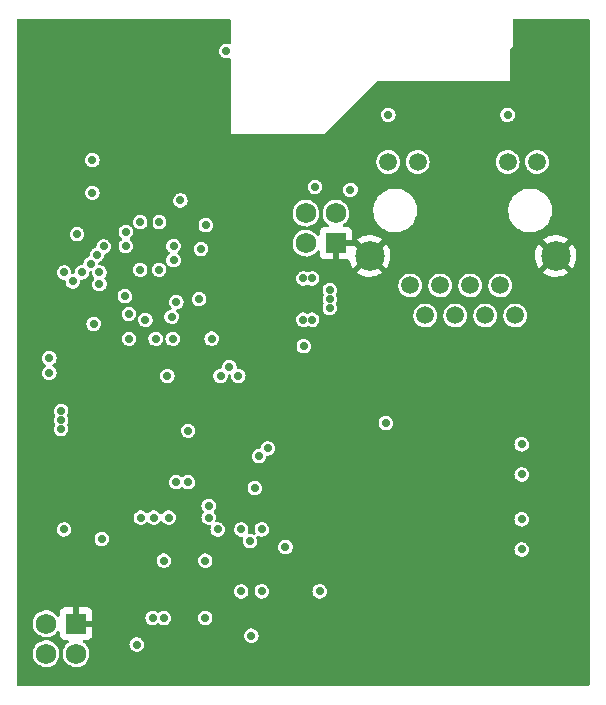
<source format=gbr>
%TF.GenerationSoftware,KiCad,Pcbnew,6.0.0*%
%TF.CreationDate,2022-05-21T22:27:12+02:00*%
%TF.ProjectId,cowdin-3b-esp32,636f7764-696e-42d3-9362-2d6573703332,1*%
%TF.SameCoordinates,Original*%
%TF.FileFunction,Copper,L2,Inr*%
%TF.FilePolarity,Positive*%
%FSLAX46Y46*%
G04 Gerber Fmt 4.6, Leading zero omitted, Abs format (unit mm)*
G04 Created by KiCad (PCBNEW 6.0.0) date 2022-05-21 22:27:12*
%MOMM*%
%LPD*%
G01*
G04 APERTURE LIST*
%TA.AperFunction,ComponentPad*%
%ADD10R,1.750000X1.750000*%
%TD*%
%TA.AperFunction,ComponentPad*%
%ADD11C,1.750000*%
%TD*%
%TA.AperFunction,ComponentPad*%
%ADD12C,1.500000*%
%TD*%
%TA.AperFunction,ComponentPad*%
%ADD13C,2.500000*%
%TD*%
%TA.AperFunction,ViaPad*%
%ADD14C,0.711200*%
%TD*%
%TA.AperFunction,Conductor*%
%ADD15C,0.406400*%
%TD*%
%TA.AperFunction,Conductor*%
%ADD16C,0.304800*%
%TD*%
G04 APERTURE END LIST*
D10*
%TO.N,GND*%
%TO.C,P2*%
X151270000Y-95770000D03*
D11*
%TO.N,DBG_RX*%
X148730000Y-95770000D03*
%TO.N,+3.3V*%
X151270000Y-93230000D03*
%TO.N,DBG_TX*%
X148730000Y-93230000D03*
%TD*%
D10*
%TO.N,GND*%
%TO.C,P1*%
X129270000Y-127980000D03*
D11*
%TO.N,UART_RX*%
X129270000Y-130520000D03*
%TO.N,+5V*%
X126730000Y-127980000D03*
%TO.N,UART_TX*%
X126730000Y-130520000D03*
%TD*%
D12*
%TO.N,Net-(J2-Pad1)*%
%TO.C,J2*%
X157555000Y-99350000D03*
%TO.N,Net-(J2-Pad2)*%
X158825000Y-101890000D03*
%TO.N,Net-(J2-Pad3)*%
X160095000Y-99350000D03*
%TO.N,Net-(J2-Pad4)*%
X161365000Y-101890000D03*
X162635000Y-99350000D03*
%TO.N,Net-(J2-Pad6)*%
X163905000Y-101890000D03*
%TO.N,Net-(J2-Pad7)*%
X165175000Y-99350000D03*
X166445000Y-101890000D03*
%TO.N,ETH_LED*%
X168300000Y-88890000D03*
%TO.N,Net-(J2-Pad10)*%
X165810000Y-88890000D03*
%TO.N,Net-(J2-Pad11)*%
X158190000Y-88890000D03*
%TO.N,Net-(J2-Pad12)*%
X155700000Y-88890000D03*
D13*
%TO.N,GND*%
X169875000Y-96850000D03*
X154125000Y-96850000D03*
%TD*%
D14*
%TO.N,+3.3V*%
X152500000Y-91250000D03*
X138750000Y-111650000D03*
X128000000Y-110000000D03*
X145000000Y-125250000D03*
X136700000Y-122650000D03*
X149250000Y-102250000D03*
X143250000Y-125250000D03*
X139680000Y-100500000D03*
X131600000Y-96050000D03*
X137100000Y-119000000D03*
X150750000Y-101250000D03*
X129350000Y-95000000D03*
X138100000Y-92150000D03*
X144100000Y-129000000D03*
X165800000Y-84900000D03*
X144400000Y-116500000D03*
X130650000Y-88740000D03*
X155700000Y-84900000D03*
X128000000Y-110750000D03*
X150750000Y-100500000D03*
X139850000Y-96250000D03*
X130650000Y-91500000D03*
X150750000Y-99750000D03*
X148500000Y-98750000D03*
X149250000Y-98750000D03*
X135750000Y-127500000D03*
X128000000Y-111500000D03*
X149900000Y-125250000D03*
X148500000Y-102250000D03*
X140250000Y-94250000D03*
X140200000Y-122650000D03*
%TO.N,GND*%
X139250000Y-125000000D03*
X132000000Y-125500000D03*
X142500000Y-97250000D03*
X124600000Y-99000000D03*
X150750000Y-104500000D03*
X137750000Y-108250000D03*
X142000000Y-83000000D03*
X172400000Y-107000000D03*
X130500000Y-132900000D03*
X147490000Y-117250000D03*
X131060000Y-84440000D03*
X125750000Y-119000000D03*
X132000000Y-124000000D03*
X172400000Y-115000000D03*
X155000000Y-99500000D03*
X140500000Y-79500000D03*
X155000000Y-117250000D03*
X172400000Y-131000000D03*
X124600000Y-103000000D03*
X139750000Y-87250000D03*
X150500000Y-132900000D03*
X155000000Y-124750000D03*
X132500000Y-132900000D03*
X134000000Y-117250000D03*
X148500000Y-87000000D03*
X147250000Y-109300000D03*
X158500000Y-83000000D03*
X172400000Y-87000000D03*
X146500000Y-108250000D03*
X133000000Y-110500000D03*
X124600000Y-95000000D03*
X124600000Y-127000000D03*
X172400000Y-111000000D03*
X132000000Y-112000000D03*
X136250000Y-89250000D03*
X168500000Y-83000000D03*
X139500000Y-80500000D03*
X172400000Y-123000000D03*
X141900000Y-99500000D03*
X136250000Y-96750000D03*
X138750000Y-91250000D03*
X152000000Y-122100000D03*
X164500000Y-83000000D03*
X124600000Y-101000000D03*
X138500000Y-132900000D03*
X172400000Y-99000000D03*
X124600000Y-87000000D03*
X168500000Y-132900000D03*
X124600000Y-119000000D03*
X124600000Y-91000000D03*
X124600000Y-89000000D03*
X124600000Y-85000000D03*
X132250000Y-101750000D03*
X149010000Y-112100000D03*
X152500000Y-132900000D03*
X135750000Y-125000000D03*
X126500000Y-132900000D03*
X152250000Y-130550000D03*
X170500000Y-83000000D03*
X124600000Y-113000000D03*
X134750000Y-96750000D03*
X132000000Y-124750000D03*
X162500000Y-132900000D03*
X142250000Y-121000000D03*
X150500000Y-122200000D03*
X124600000Y-107000000D03*
X154000000Y-131500000D03*
X124600000Y-125000000D03*
X172400000Y-93000000D03*
X138250000Y-81750000D03*
X172400000Y-129000000D03*
X172400000Y-97000000D03*
X132250000Y-87250000D03*
X139250000Y-127500000D03*
X156500000Y-83000000D03*
X137150000Y-82850000D03*
X130500000Y-120800000D03*
X136000000Y-84000000D03*
X148500000Y-107000000D03*
X156400000Y-125000000D03*
X139673398Y-101500000D03*
X138750000Y-114850000D03*
X162640000Y-95250000D03*
X143250000Y-114250000D03*
X155000000Y-101500000D03*
X130650000Y-90260000D03*
X172400000Y-109000000D03*
X162500000Y-83000000D03*
X172400000Y-119000000D03*
X134750000Y-95250000D03*
X133000000Y-131500000D03*
X139650000Y-89250000D03*
X132000000Y-123250000D03*
X146500000Y-87250000D03*
X155000000Y-100500000D03*
X133750000Y-104993300D03*
X145150000Y-93000000D03*
X133750000Y-106400000D03*
X129500000Y-83310000D03*
X160500000Y-132900000D03*
X154500000Y-83000000D03*
X160500000Y-83000000D03*
X164500000Y-132900000D03*
X124600000Y-93000000D03*
X172400000Y-125000000D03*
X166500000Y-83000000D03*
X134250000Y-91250000D03*
X172400000Y-85000000D03*
X166500000Y-132900000D03*
X150750000Y-110500000D03*
X172400000Y-95000000D03*
X165600000Y-109500000D03*
X128500000Y-132900000D03*
X147750000Y-124200000D03*
X172400000Y-89000000D03*
X124600000Y-109000000D03*
X136500000Y-132900000D03*
X134500000Y-132900000D03*
X141650000Y-123900000D03*
X124600000Y-97000000D03*
X158500000Y-132900000D03*
X172400000Y-113000000D03*
X140500000Y-132900000D03*
X154000000Y-110500000D03*
X139500000Y-84550000D03*
X142500000Y-132900000D03*
X124600000Y-129000000D03*
X129500000Y-80500000D03*
X172400000Y-117000000D03*
X124600000Y-105000000D03*
X152500000Y-85000000D03*
X124600000Y-123000000D03*
X172400000Y-127000000D03*
X172400000Y-103000000D03*
X170500000Y-132900000D03*
X156500000Y-132900000D03*
X151480000Y-91000000D03*
X143750000Y-130560000D03*
X144500000Y-132900000D03*
X130500000Y-118750000D03*
X150500000Y-131680000D03*
X126750000Y-100250000D03*
X172400000Y-105000000D03*
X146500000Y-103750000D03*
X141150000Y-116500000D03*
X126990000Y-96100000D03*
X142000000Y-84500000D03*
X172400000Y-101000000D03*
X124600000Y-132900000D03*
X165180000Y-95250000D03*
X132250000Y-109300000D03*
X172400000Y-91000000D03*
X156400000Y-109500000D03*
X144500000Y-94750000D03*
X148500000Y-132900000D03*
X124600000Y-117000000D03*
X154500000Y-132900000D03*
X150500000Y-87000000D03*
X124600000Y-115000000D03*
X172400000Y-132900000D03*
X172400000Y-83000000D03*
X137000000Y-114850000D03*
X130900000Y-113100000D03*
X146500000Y-132900000D03*
X130500000Y-121750000D03*
X124600000Y-111000000D03*
X127250000Y-93250000D03*
X165600000Y-125000000D03*
X139750000Y-109300000D03*
X147750000Y-120500000D03*
X136250000Y-95250000D03*
X124600000Y-121000000D03*
X155500000Y-104500000D03*
X124600000Y-131000000D03*
X172400000Y-121000000D03*
X135430000Y-108250000D03*
X130900000Y-114600000D03*
X142000000Y-81000000D03*
%TO.N,Net-(A1-Pad1)*%
X142000000Y-79500000D03*
%TO.N,BOOT2*%
X149500000Y-91000000D03*
X130500000Y-97500000D03*
%TO.N,Net-(TP1-Pad1)*%
X133480000Y-94800000D03*
%TO.N,Net-(TP2-Pad1)*%
X133480000Y-96000000D03*
%TO.N,Net-(TP3-Pad1)*%
X131050000Y-96750000D03*
%TO.N,Net-(TP4-Pad1)*%
X134700000Y-98020000D03*
%TO.N,ETH_IRQ*%
X141250000Y-120010000D03*
X131250000Y-99250000D03*
%TO.N,FL_SHD*%
X137450000Y-103860000D03*
X133750000Y-101750000D03*
%TO.N,U2_RXD*%
X127000000Y-105500000D03*
X135850000Y-119000000D03*
%TO.N,FL_SCS*%
X135140000Y-102250000D03*
X130760000Y-102600000D03*
%TO.N,FL_SDO*%
X133750000Y-103860000D03*
X136000000Y-103860000D03*
%TO.N,+VMEM*%
X133400000Y-100250000D03*
X140750000Y-103850000D03*
%TO.N,Net-(J2-Pad1)*%
X167000000Y-112800000D03*
%TO.N,Net-(J2-Pad2)*%
X167000000Y-115350000D03*
%TO.N,Net-(J2-Pad3)*%
X167000000Y-119150000D03*
%TO.N,Net-(J2-Pad6)*%
X167000000Y-121700000D03*
%TO.N,U2_TXD*%
X127000000Y-106750000D03*
X134750000Y-119000000D03*
%TO.N,ETH_MDIO*%
X145500000Y-113150000D03*
X137760000Y-100750000D03*
%TO.N,ETH_RXD1*%
X129000000Y-99010000D03*
X138750000Y-116000000D03*
%TO.N,ETH_RXD0*%
X128250000Y-98250000D03*
X137750000Y-116000000D03*
%TO.N,ETH_TXEN*%
X143000000Y-107000000D03*
X145000000Y-120000000D03*
%TO.N,ETH_CRSDV*%
X140500000Y-118000000D03*
X129750000Y-98250000D03*
%TO.N,ETH_RXER*%
X134700000Y-93980000D03*
X140500000Y-119000000D03*
%TO.N,ETH_TXD0*%
X141500000Y-107000000D03*
X143250000Y-120000000D03*
%TO.N,ETH_TXD1*%
X144000000Y-121000000D03*
X142250000Y-106250000D03*
%TO.N,ETH_LED*%
X147000000Y-121500000D03*
X155500000Y-111000000D03*
%TO.N,ETH_MDC*%
X136300000Y-98020000D03*
X144750000Y-113800000D03*
%TO.N,CLK50_EN*%
X137000000Y-107000000D03*
X137350000Y-102000000D03*
%TO.N,BOOT0*%
X131250000Y-98250000D03*
X148550000Y-104500000D03*
%TO.N,+5V*%
X128250000Y-120000000D03*
X131450000Y-120800000D03*
X134400000Y-129750000D03*
%TO.N,DBG_RX*%
X137520000Y-97200000D03*
%TO.N,DBG_TX*%
X137520000Y-96000000D03*
%TO.N,+VIO*%
X136700000Y-127500000D03*
X140200000Y-127500000D03*
%TO.N,Net-(TP5-Pad1)*%
X136300000Y-93980000D03*
%TD*%
D15*
%TO.N,GND*%
X139650000Y-89250000D02*
X136250000Y-89250000D01*
X140630000Y-101500000D02*
X141900000Y-100230000D01*
X139750000Y-87250000D02*
X139750000Y-86010000D01*
X139650000Y-89250000D02*
X139650000Y-88150000D01*
X156400000Y-115850000D02*
X155000000Y-117250000D01*
X131400000Y-106400000D02*
X133750000Y-106400000D01*
D16*
X147490000Y-118370000D02*
X147490000Y-117250000D01*
D15*
X151900000Y-122200000D02*
X152000000Y-122100000D01*
X126750000Y-100250000D02*
X126750000Y-101750000D01*
X126750000Y-100250000D02*
X130750000Y-100250000D01*
X155000000Y-109500000D02*
X154000000Y-110500000D01*
X132000000Y-124750000D02*
X132000000Y-125500000D01*
X142500000Y-97250000D02*
X143500000Y-96250000D01*
X136250000Y-95250000D02*
X135500000Y-94500000D01*
X126010000Y-100250000D02*
X125260000Y-101000000D01*
D16*
X135750000Y-125000000D02*
X139250000Y-125000000D01*
D15*
X140400000Y-116500000D02*
X138750000Y-114850000D01*
X126240000Y-93000000D02*
X126490000Y-93250000D01*
X168200000Y-98270000D02*
X165180000Y-95250000D01*
X155750000Y-125000000D02*
X156400000Y-125000000D01*
X130650000Y-90260000D02*
X129090000Y-90260000D01*
X156400000Y-105400000D02*
X155500000Y-104500000D01*
X156400000Y-109500000D02*
X156400000Y-105400000D01*
X141900000Y-99500000D02*
X141900000Y-97850000D01*
X168200000Y-104900000D02*
X168200000Y-98270000D01*
X143250000Y-115470000D02*
X142220000Y-116500000D01*
X143500000Y-96250000D02*
X143500000Y-95750000D01*
X130900000Y-114600000D02*
X130900000Y-113100000D01*
X133260000Y-90260000D02*
X134250000Y-91250000D01*
X131410000Y-121750000D02*
X132000000Y-122340000D01*
X130500000Y-115950000D02*
X130900000Y-115550000D01*
X128360000Y-85000000D02*
X129610000Y-86250000D01*
X155000000Y-117250000D02*
X154000000Y-118250000D01*
X130650000Y-90260000D02*
X133260000Y-90260000D01*
X143400000Y-93000000D02*
X145150000Y-93000000D01*
X154000000Y-120100000D02*
X152000000Y-122100000D01*
X146500000Y-105000000D02*
X148500000Y-107000000D01*
D16*
X154000000Y-110500000D02*
X150750000Y-110500000D01*
X133880000Y-124750000D02*
X132000000Y-124750000D01*
D15*
X148800000Y-120500000D02*
X147750000Y-120500000D01*
X139250000Y-127500000D02*
X139250000Y-125000000D01*
X148500000Y-124200000D02*
X150500000Y-122200000D01*
X142220000Y-116500000D02*
X141150000Y-116500000D01*
X165600000Y-107500000D02*
X168200000Y-104900000D01*
X154060000Y-124160000D02*
X152000000Y-122100000D01*
D16*
X147250000Y-109300000D02*
X149010000Y-111060000D01*
X149010000Y-111060000D02*
X149010000Y-112100000D01*
D15*
X139750000Y-87250000D02*
X139750000Y-88050000D01*
X125260000Y-101000000D02*
X124600000Y-101000000D01*
X139673398Y-101500000D02*
X140630000Y-101500000D01*
X142000000Y-81000000D02*
X140500000Y-79500000D01*
X140350000Y-123900000D02*
X139250000Y-125000000D01*
X132000000Y-124000000D02*
X132000000Y-123250000D01*
X165600000Y-125000000D02*
X156400000Y-125000000D01*
X135500000Y-92500000D02*
X134250000Y-91250000D01*
X143250000Y-113160000D02*
X143250000Y-114250000D01*
D16*
X155500000Y-104500000D02*
X150750000Y-104500000D01*
X147750000Y-120500000D02*
X147750000Y-118630000D01*
D15*
X138750000Y-114850000D02*
X137000000Y-114850000D01*
X144310000Y-112100000D02*
X143250000Y-113160000D01*
X130500000Y-118750000D02*
X130500000Y-115950000D01*
D16*
X134130000Y-125000000D02*
X133880000Y-124750000D01*
D15*
X147750000Y-124200000D02*
X148500000Y-124200000D01*
X143250000Y-114250000D02*
X143250000Y-115470000D01*
X139750000Y-88050000D02*
X139650000Y-88150000D01*
X155500000Y-124750000D02*
X155750000Y-125000000D01*
X139500000Y-85760000D02*
X139500000Y-84550000D01*
X130750000Y-100250000D02*
X132250000Y-101750000D01*
X126490000Y-93250000D02*
X127250000Y-93250000D01*
X126750000Y-100250000D02*
X126010000Y-100250000D01*
X129610000Y-86250000D02*
X131250000Y-86250000D01*
X126750000Y-101750000D02*
X131400000Y-106400000D01*
X156400000Y-109500000D02*
X155000000Y-109500000D01*
X165600000Y-109500000D02*
X156400000Y-109500000D01*
X131250000Y-86250000D02*
X132250000Y-87250000D01*
D16*
X135750000Y-125000000D02*
X134130000Y-125000000D01*
D15*
X145150000Y-94100000D02*
X144500000Y-94750000D01*
X150500000Y-122200000D02*
X148800000Y-120500000D01*
X141900000Y-97850000D02*
X142500000Y-97250000D01*
X150500000Y-132900000D02*
X150500000Y-131680000D01*
X135500000Y-94500000D02*
X135500000Y-92500000D01*
X124600000Y-93000000D02*
X126240000Y-93000000D01*
X141900000Y-100230000D02*
X141900000Y-99500000D01*
X145150000Y-93000000D02*
X145150000Y-94100000D01*
X154000000Y-118250000D02*
X154000000Y-120100000D01*
X141150000Y-116500000D02*
X140400000Y-116500000D01*
D16*
X149010000Y-112100000D02*
X149010000Y-115730000D01*
D15*
X154000000Y-131500000D02*
X154000000Y-125750000D01*
X165600000Y-109500000D02*
X165600000Y-107500000D01*
X154410000Y-124160000D02*
X154060000Y-124160000D01*
X150500000Y-122200000D02*
X151900000Y-122200000D01*
X146500000Y-103750000D02*
X146500000Y-105000000D01*
X154000000Y-125750000D02*
X155000000Y-124750000D01*
D16*
X147750000Y-118630000D02*
X147490000Y-118370000D01*
X149010000Y-115730000D02*
X147490000Y-117250000D01*
D15*
X165180000Y-95250000D02*
X162640000Y-95250000D01*
X129500000Y-83310000D02*
X129500000Y-80500000D01*
X144450000Y-112100000D02*
X144310000Y-112100000D01*
X129090000Y-90260000D02*
X127250000Y-92100000D01*
X155000000Y-124750000D02*
X154410000Y-124160000D01*
X130500000Y-121750000D02*
X131410000Y-121750000D01*
X130900000Y-113100000D02*
X132000000Y-112000000D01*
X143500000Y-95750000D02*
X144500000Y-94750000D01*
X132000000Y-124750000D02*
X132000000Y-124000000D01*
X132250000Y-87250000D02*
X139750000Y-87250000D01*
X127250000Y-92100000D02*
X127250000Y-93250000D01*
X133000000Y-110500000D02*
X138550000Y-110500000D01*
X134250000Y-91250000D02*
X136250000Y-89250000D01*
X130900000Y-115550000D02*
X130900000Y-114600000D01*
X155000000Y-124750000D02*
X155500000Y-124750000D01*
X147250000Y-109300000D02*
X144450000Y-112100000D01*
X156400000Y-109500000D02*
X156400000Y-115850000D01*
X139750000Y-86010000D02*
X139500000Y-85760000D01*
X132000000Y-122340000D02*
X132000000Y-123250000D01*
X138550000Y-110500000D02*
X139750000Y-109300000D01*
X141650000Y-123900000D02*
X140350000Y-123900000D01*
X124600000Y-85000000D02*
X128360000Y-85000000D01*
X139650000Y-89250000D02*
X143400000Y-93000000D01*
%TD*%
%TA.AperFunction,Conductor*%
%TO.N,GND*%
G36*
X142292121Y-76774002D02*
G01*
X142338614Y-76827658D01*
X142350000Y-76880000D01*
X142350000Y-78797268D01*
X142329998Y-78865389D01*
X142276342Y-78911882D01*
X142206068Y-78921986D01*
X142193305Y-78919472D01*
X142084398Y-78892116D01*
X142084394Y-78892116D01*
X142077027Y-78890265D01*
X142069428Y-78890225D01*
X142069426Y-78890225D01*
X142007798Y-78889903D01*
X141929362Y-78889492D01*
X141921982Y-78891264D01*
X141921980Y-78891264D01*
X141793153Y-78922192D01*
X141793149Y-78922193D01*
X141785774Y-78923964D01*
X141654554Y-78991692D01*
X141543277Y-79088765D01*
X141458368Y-79209579D01*
X141455609Y-79216654D01*
X141455608Y-79216657D01*
X141425546Y-79293763D01*
X141404727Y-79347160D01*
X141403735Y-79354693D01*
X141403735Y-79354694D01*
X141402789Y-79361884D01*
X141385453Y-79493564D01*
X141401657Y-79640340D01*
X141452404Y-79779014D01*
X141534765Y-79901580D01*
X141643985Y-80000962D01*
X141773758Y-80071423D01*
X141916592Y-80108895D01*
X141993379Y-80110101D01*
X142056643Y-80111095D01*
X142056646Y-80111095D01*
X142064241Y-80111214D01*
X142071645Y-80109518D01*
X142071647Y-80109518D01*
X142195871Y-80081067D01*
X142266737Y-80085356D01*
X142324036Y-80127278D01*
X142349573Y-80193523D01*
X142350000Y-80203887D01*
X142350000Y-86500000D01*
X150250000Y-86500000D01*
X151856436Y-84893564D01*
X155085453Y-84893564D01*
X155101657Y-85040340D01*
X155152404Y-85179014D01*
X155156640Y-85185317D01*
X155156640Y-85185318D01*
X155168019Y-85202251D01*
X155234765Y-85301580D01*
X155343985Y-85400962D01*
X155473758Y-85471423D01*
X155616592Y-85508895D01*
X155693379Y-85510101D01*
X155756643Y-85511095D01*
X155756646Y-85511095D01*
X155764241Y-85511214D01*
X155816036Y-85499351D01*
X155900779Y-85479943D01*
X155900783Y-85479942D01*
X155908182Y-85478247D01*
X155928954Y-85467800D01*
X156033321Y-85415310D01*
X156033324Y-85415308D01*
X156040104Y-85411898D01*
X156152391Y-85315995D01*
X156238561Y-85196077D01*
X156293640Y-85059065D01*
X156314446Y-84912871D01*
X156314581Y-84900000D01*
X156313802Y-84893564D01*
X165185453Y-84893564D01*
X165201657Y-85040340D01*
X165252404Y-85179014D01*
X165256640Y-85185317D01*
X165256640Y-85185318D01*
X165268019Y-85202251D01*
X165334765Y-85301580D01*
X165443985Y-85400962D01*
X165573758Y-85471423D01*
X165716592Y-85508895D01*
X165793379Y-85510101D01*
X165856643Y-85511095D01*
X165856646Y-85511095D01*
X165864241Y-85511214D01*
X165916036Y-85499351D01*
X166000779Y-85479943D01*
X166000783Y-85479942D01*
X166008182Y-85478247D01*
X166028954Y-85467800D01*
X166133321Y-85415310D01*
X166133324Y-85415308D01*
X166140104Y-85411898D01*
X166252391Y-85315995D01*
X166338561Y-85196077D01*
X166393640Y-85059065D01*
X166414446Y-84912871D01*
X166414581Y-84900000D01*
X166396841Y-84753402D01*
X166344644Y-84615267D01*
X166261004Y-84493570D01*
X166150750Y-84395337D01*
X166143866Y-84391692D01*
X166026957Y-84329792D01*
X166026955Y-84329791D01*
X166020246Y-84326239D01*
X165973340Y-84314457D01*
X165884398Y-84292116D01*
X165884394Y-84292116D01*
X165877027Y-84290265D01*
X165869428Y-84290225D01*
X165869426Y-84290225D01*
X165807798Y-84289903D01*
X165729362Y-84289492D01*
X165721982Y-84291264D01*
X165721980Y-84291264D01*
X165593153Y-84322192D01*
X165593149Y-84322193D01*
X165585774Y-84323964D01*
X165454554Y-84391692D01*
X165343277Y-84488765D01*
X165258368Y-84609579D01*
X165204727Y-84747160D01*
X165203735Y-84754693D01*
X165203735Y-84754694D01*
X165202913Y-84760942D01*
X165185453Y-84893564D01*
X156313802Y-84893564D01*
X156296841Y-84753402D01*
X156244644Y-84615267D01*
X156161004Y-84493570D01*
X156050750Y-84395337D01*
X156043866Y-84391692D01*
X155926957Y-84329792D01*
X155926955Y-84329791D01*
X155920246Y-84326239D01*
X155873340Y-84314457D01*
X155784398Y-84292116D01*
X155784394Y-84292116D01*
X155777027Y-84290265D01*
X155769428Y-84290225D01*
X155769426Y-84290225D01*
X155707798Y-84289903D01*
X155629362Y-84289492D01*
X155621982Y-84291264D01*
X155621980Y-84291264D01*
X155493153Y-84322192D01*
X155493149Y-84322193D01*
X155485774Y-84323964D01*
X155354554Y-84391692D01*
X155243277Y-84488765D01*
X155158368Y-84609579D01*
X155104727Y-84747160D01*
X155103735Y-84754693D01*
X155103735Y-84754694D01*
X155102913Y-84760942D01*
X155085453Y-84893564D01*
X151856436Y-84893564D01*
X154713095Y-82036905D01*
X154775407Y-82002879D01*
X154802190Y-82000000D01*
X166000000Y-82000000D01*
X166000000Y-79361884D01*
X166020002Y-79293763D01*
X166077782Y-79245475D01*
X166086934Y-79241684D01*
X166099106Y-79239263D01*
X166183124Y-79183124D01*
X166239263Y-79099106D01*
X166254000Y-79025017D01*
X166258976Y-79000000D01*
X166256421Y-78987153D01*
X166254000Y-78962575D01*
X166254000Y-76880000D01*
X166274002Y-76811879D01*
X166327658Y-76765386D01*
X166380000Y-76754000D01*
X172620000Y-76754000D01*
X172688121Y-76774002D01*
X172734614Y-76827658D01*
X172746000Y-76880000D01*
X172746000Y-133120000D01*
X172725998Y-133188121D01*
X172672342Y-133234614D01*
X172620000Y-133246000D01*
X124380000Y-133246000D01*
X124311879Y-133225998D01*
X124265386Y-133172342D01*
X124254000Y-133120000D01*
X124254000Y-130490306D01*
X125596050Y-130490306D01*
X125609627Y-130697450D01*
X125660725Y-130898650D01*
X125747634Y-131087169D01*
X125867442Y-131256694D01*
X126016137Y-131401547D01*
X126020933Y-131404752D01*
X126020936Y-131404754D01*
X126090368Y-131451147D01*
X126188740Y-131516877D01*
X126194043Y-131519155D01*
X126194048Y-131519158D01*
X126374167Y-131596542D01*
X126374170Y-131596543D01*
X126379470Y-131598820D01*
X126385100Y-131600094D01*
X126486315Y-131622997D01*
X126581939Y-131644635D01*
X126587708Y-131644862D01*
X126587711Y-131644862D01*
X126666453Y-131647955D01*
X126789367Y-131652784D01*
X126876232Y-131640189D01*
X126989092Y-131623826D01*
X126989097Y-131623825D01*
X126994806Y-131622997D01*
X127191377Y-131556270D01*
X127372497Y-131454838D01*
X127532099Y-131322099D01*
X127664838Y-131162497D01*
X127766270Y-130981377D01*
X127832997Y-130784806D01*
X127833825Y-130779097D01*
X127833826Y-130779092D01*
X127862251Y-130583041D01*
X127862784Y-130579367D01*
X127864339Y-130520000D01*
X127845344Y-130313283D01*
X127788997Y-130113489D01*
X127778117Y-130091425D01*
X127699737Y-129932489D01*
X127697183Y-129927310D01*
X127572978Y-129760979D01*
X127420542Y-129620068D01*
X127244979Y-129509297D01*
X127239052Y-129506932D01*
X127120361Y-129459579D01*
X127052170Y-129432373D01*
X127046502Y-129431246D01*
X127046500Y-129431245D01*
X126854238Y-129393002D01*
X126854236Y-129393002D01*
X126848571Y-129391875D01*
X126842796Y-129391799D01*
X126842792Y-129391799D01*
X126739057Y-129390442D01*
X126641001Y-129389158D01*
X126635304Y-129390137D01*
X126635303Y-129390137D01*
X126442101Y-129423335D01*
X126442098Y-129423336D01*
X126436411Y-129424313D01*
X126241654Y-129496162D01*
X126063252Y-129602300D01*
X126053088Y-129611214D01*
X125911525Y-129735362D01*
X125911522Y-129735365D01*
X125907180Y-129739173D01*
X125778663Y-129902195D01*
X125775974Y-129907306D01*
X125775972Y-129907309D01*
X125767884Y-129922682D01*
X125682007Y-130085907D01*
X125620449Y-130284158D01*
X125596050Y-130490306D01*
X124254000Y-130490306D01*
X124254000Y-127950306D01*
X125596050Y-127950306D01*
X125609627Y-128157450D01*
X125660725Y-128358650D01*
X125747634Y-128547169D01*
X125867442Y-128716694D01*
X125871576Y-128720721D01*
X126000485Y-128846299D01*
X126016137Y-128861547D01*
X126020933Y-128864752D01*
X126020936Y-128864754D01*
X126090368Y-128911147D01*
X126188740Y-128976877D01*
X126194043Y-128979155D01*
X126194048Y-128979158D01*
X126374167Y-129056542D01*
X126374170Y-129056543D01*
X126379470Y-129058820D01*
X126385100Y-129060094D01*
X126486315Y-129082997D01*
X126581939Y-129104635D01*
X126587708Y-129104862D01*
X126587711Y-129104862D01*
X126666453Y-129107955D01*
X126789367Y-129112784D01*
X126876232Y-129100189D01*
X126989092Y-129083826D01*
X126989097Y-129083825D01*
X126994806Y-129082997D01*
X127191377Y-129016270D01*
X127372497Y-128914838D01*
X127532099Y-128782099D01*
X127664127Y-128623352D01*
X127723064Y-128583768D01*
X127794046Y-128582331D01*
X127854537Y-128619499D01*
X127885330Y-128683470D01*
X127887001Y-128703921D01*
X127887001Y-128899669D01*
X127887371Y-128906490D01*
X127892895Y-128957352D01*
X127896521Y-128972604D01*
X127941676Y-129093054D01*
X127950214Y-129108649D01*
X128026715Y-129210724D01*
X128039276Y-129223285D01*
X128141351Y-129299786D01*
X128156946Y-129308324D01*
X128277394Y-129353478D01*
X128292649Y-129357105D01*
X128343514Y-129362631D01*
X128350328Y-129363000D01*
X128547259Y-129363000D01*
X128615380Y-129383002D01*
X128661873Y-129436658D01*
X128671977Y-129506932D01*
X128642483Y-129571512D01*
X128611681Y-129597285D01*
X128608807Y-129598995D01*
X128608216Y-129599347D01*
X128603252Y-129602300D01*
X128593088Y-129611214D01*
X128451525Y-129735362D01*
X128451522Y-129735365D01*
X128447180Y-129739173D01*
X128318663Y-129902195D01*
X128315974Y-129907306D01*
X128315972Y-129907309D01*
X128307884Y-129922682D01*
X128222007Y-130085907D01*
X128160449Y-130284158D01*
X128136050Y-130490306D01*
X128149627Y-130697450D01*
X128200725Y-130898650D01*
X128287634Y-131087169D01*
X128407442Y-131256694D01*
X128556137Y-131401547D01*
X128560933Y-131404752D01*
X128560936Y-131404754D01*
X128630368Y-131451147D01*
X128728740Y-131516877D01*
X128734043Y-131519155D01*
X128734048Y-131519158D01*
X128914167Y-131596542D01*
X128914170Y-131596543D01*
X128919470Y-131598820D01*
X128925100Y-131600094D01*
X129026315Y-131622997D01*
X129121939Y-131644635D01*
X129127708Y-131644862D01*
X129127711Y-131644862D01*
X129206453Y-131647955D01*
X129329367Y-131652784D01*
X129416232Y-131640189D01*
X129529092Y-131623826D01*
X129529097Y-131623825D01*
X129534806Y-131622997D01*
X129731377Y-131556270D01*
X129912497Y-131454838D01*
X130072099Y-131322099D01*
X130204838Y-131162497D01*
X130306270Y-130981377D01*
X130372997Y-130784806D01*
X130373825Y-130779097D01*
X130373826Y-130779092D01*
X130402251Y-130583041D01*
X130402784Y-130579367D01*
X130404339Y-130520000D01*
X130385344Y-130313283D01*
X130328997Y-130113489D01*
X130318117Y-130091425D01*
X130239737Y-129932489D01*
X130237183Y-129927310D01*
X130112978Y-129760979D01*
X130094139Y-129743564D01*
X133785453Y-129743564D01*
X133801657Y-129890340D01*
X133852404Y-130029014D01*
X133856640Y-130035317D01*
X133856640Y-130035318D01*
X133890635Y-130085907D01*
X133934765Y-130151580D01*
X134043985Y-130250962D01*
X134173758Y-130321423D01*
X134316592Y-130358895D01*
X134393379Y-130360101D01*
X134456643Y-130361095D01*
X134456646Y-130361095D01*
X134464241Y-130361214D01*
X134516036Y-130349351D01*
X134600779Y-130329943D01*
X134600783Y-130329942D01*
X134608182Y-130328247D01*
X134648998Y-130307719D01*
X134733321Y-130265310D01*
X134733324Y-130265308D01*
X134740104Y-130261898D01*
X134852391Y-130165995D01*
X134938561Y-130046077D01*
X134984224Y-129932489D01*
X134990805Y-129916118D01*
X134990806Y-129916116D01*
X134993640Y-129909065D01*
X135014446Y-129762871D01*
X135014581Y-129750000D01*
X134996841Y-129603402D01*
X134944644Y-129465267D01*
X134874357Y-129362999D01*
X134865306Y-129349829D01*
X134865305Y-129349827D01*
X134861004Y-129343570D01*
X134750750Y-129245337D01*
X134743866Y-129241692D01*
X134626957Y-129179792D01*
X134626955Y-129179791D01*
X134620246Y-129176239D01*
X134573340Y-129164457D01*
X134484398Y-129142116D01*
X134484394Y-129142116D01*
X134477027Y-129140265D01*
X134469428Y-129140225D01*
X134469426Y-129140225D01*
X134407798Y-129139903D01*
X134329362Y-129139492D01*
X134321982Y-129141264D01*
X134321980Y-129141264D01*
X134193153Y-129172192D01*
X134193149Y-129172193D01*
X134185774Y-129173964D01*
X134054554Y-129241692D01*
X134048832Y-129246684D01*
X134048830Y-129246685D01*
X133985134Y-129302251D01*
X133943277Y-129338765D01*
X133858368Y-129459579D01*
X133855609Y-129466654D01*
X133855608Y-129466657D01*
X133811440Y-129579943D01*
X133804727Y-129597160D01*
X133803735Y-129604693D01*
X133803735Y-129604694D01*
X133786533Y-129735362D01*
X133785453Y-129743564D01*
X130094139Y-129743564D01*
X129960542Y-129620068D01*
X129921699Y-129595560D01*
X129874762Y-129542294D01*
X129864074Y-129472106D01*
X129893028Y-129407282D01*
X129952432Y-129368403D01*
X129988936Y-129362999D01*
X130189669Y-129362999D01*
X130196490Y-129362629D01*
X130247352Y-129357105D01*
X130262604Y-129353479D01*
X130383054Y-129308324D01*
X130398649Y-129299786D01*
X130500724Y-129223285D01*
X130513285Y-129210724D01*
X130589786Y-129108649D01*
X130598324Y-129093054D01*
X130635621Y-128993564D01*
X143485453Y-128993564D01*
X143501657Y-129140340D01*
X143504267Y-129147472D01*
X143537472Y-129238209D01*
X143552404Y-129279014D01*
X143556640Y-129285317D01*
X143556640Y-129285318D01*
X143628244Y-129391875D01*
X143634765Y-129401580D01*
X143640384Y-129406693D01*
X143640385Y-129406694D01*
X143736513Y-129494163D01*
X143743985Y-129500962D01*
X143873758Y-129571423D01*
X144016592Y-129608895D01*
X144093379Y-129610101D01*
X144156643Y-129611095D01*
X144156646Y-129611095D01*
X144164241Y-129611214D01*
X144229363Y-129596299D01*
X144300779Y-129579943D01*
X144300783Y-129579942D01*
X144308182Y-129578247D01*
X144379668Y-129542294D01*
X144433321Y-129515310D01*
X144433324Y-129515308D01*
X144440104Y-129511898D01*
X144534536Y-129431245D01*
X144546613Y-129420930D01*
X144552391Y-129415995D01*
X144638561Y-129296077D01*
X144693640Y-129159065D01*
X144714446Y-129012871D01*
X144714581Y-129000000D01*
X144696841Y-128853402D01*
X144644644Y-128715267D01*
X144561004Y-128593570D01*
X144450750Y-128495337D01*
X144443866Y-128491692D01*
X144326957Y-128429792D01*
X144326955Y-128429791D01*
X144320246Y-128426239D01*
X144273340Y-128414457D01*
X144184398Y-128392116D01*
X144184394Y-128392116D01*
X144177027Y-128390265D01*
X144169428Y-128390225D01*
X144169426Y-128390225D01*
X144107798Y-128389903D01*
X144029362Y-128389492D01*
X144021982Y-128391264D01*
X144021980Y-128391264D01*
X143893153Y-128422192D01*
X143893149Y-128422193D01*
X143885774Y-128423964D01*
X143754554Y-128491692D01*
X143643277Y-128588765D01*
X143558368Y-128709579D01*
X143555609Y-128716654D01*
X143555608Y-128716657D01*
X143531824Y-128777661D01*
X143504727Y-128847160D01*
X143503735Y-128854693D01*
X143503735Y-128854694D01*
X143487350Y-128979158D01*
X143485453Y-128993564D01*
X130635621Y-128993564D01*
X130643478Y-128972606D01*
X130647105Y-128957351D01*
X130652631Y-128906486D01*
X130653000Y-128899672D01*
X130653000Y-128252115D01*
X130648525Y-128236876D01*
X130647135Y-128235671D01*
X130639452Y-128234000D01*
X129142000Y-128234000D01*
X129073879Y-128213998D01*
X129027386Y-128160342D01*
X129016000Y-128108000D01*
X129016000Y-127707885D01*
X129524000Y-127707885D01*
X129528475Y-127723124D01*
X129529865Y-127724329D01*
X129537548Y-127726000D01*
X130634884Y-127726000D01*
X130650123Y-127721525D01*
X130651328Y-127720135D01*
X130652999Y-127712452D01*
X130652999Y-127493564D01*
X135135453Y-127493564D01*
X135151657Y-127640340D01*
X135154267Y-127647472D01*
X135189649Y-127744158D01*
X135202404Y-127779014D01*
X135206640Y-127785317D01*
X135206640Y-127785318D01*
X135218019Y-127802251D01*
X135284765Y-127901580D01*
X135393985Y-128000962D01*
X135523758Y-128071423D01*
X135666592Y-128108895D01*
X135743379Y-128110101D01*
X135806643Y-128111095D01*
X135806646Y-128111095D01*
X135814241Y-128111214D01*
X135866036Y-128099351D01*
X135950779Y-128079943D01*
X135950783Y-128079942D01*
X135958182Y-128078247D01*
X135978954Y-128067800D01*
X136083321Y-128015310D01*
X136083324Y-128015308D01*
X136090104Y-128011898D01*
X136142793Y-127966897D01*
X136207583Y-127937866D01*
X136277783Y-127948471D01*
X136309422Y-127969513D01*
X136338369Y-127995852D01*
X136343985Y-128000962D01*
X136473758Y-128071423D01*
X136616592Y-128108895D01*
X136693379Y-128110101D01*
X136756643Y-128111095D01*
X136756646Y-128111095D01*
X136764241Y-128111214D01*
X136816036Y-128099351D01*
X136900779Y-128079943D01*
X136900783Y-128079942D01*
X136908182Y-128078247D01*
X136928954Y-128067800D01*
X137033321Y-128015310D01*
X137033324Y-128015308D01*
X137040104Y-128011898D01*
X137152391Y-127915995D01*
X137238561Y-127796077D01*
X137293640Y-127659065D01*
X137308959Y-127551425D01*
X137313865Y-127516955D01*
X137313865Y-127516952D01*
X137314446Y-127512871D01*
X137314581Y-127500000D01*
X137313802Y-127493564D01*
X139585453Y-127493564D01*
X139601657Y-127640340D01*
X139604267Y-127647472D01*
X139639649Y-127744158D01*
X139652404Y-127779014D01*
X139656640Y-127785317D01*
X139656640Y-127785318D01*
X139668019Y-127802251D01*
X139734765Y-127901580D01*
X139843985Y-128000962D01*
X139973758Y-128071423D01*
X140116592Y-128108895D01*
X140193379Y-128110101D01*
X140256643Y-128111095D01*
X140256646Y-128111095D01*
X140264241Y-128111214D01*
X140316036Y-128099351D01*
X140400779Y-128079943D01*
X140400783Y-128079942D01*
X140408182Y-128078247D01*
X140428954Y-128067800D01*
X140533321Y-128015310D01*
X140533324Y-128015308D01*
X140540104Y-128011898D01*
X140652391Y-127915995D01*
X140738561Y-127796077D01*
X140793640Y-127659065D01*
X140808959Y-127551425D01*
X140813865Y-127516955D01*
X140813865Y-127516952D01*
X140814446Y-127512871D01*
X140814581Y-127500000D01*
X140796841Y-127353402D01*
X140744644Y-127215267D01*
X140661004Y-127093570D01*
X140642390Y-127076985D01*
X140591307Y-127031472D01*
X140550750Y-126995337D01*
X140543866Y-126991692D01*
X140426957Y-126929792D01*
X140426955Y-126929791D01*
X140420246Y-126926239D01*
X140373340Y-126914457D01*
X140284398Y-126892116D01*
X140284394Y-126892116D01*
X140277027Y-126890265D01*
X140269428Y-126890225D01*
X140269426Y-126890225D01*
X140207798Y-126889903D01*
X140129362Y-126889492D01*
X140121982Y-126891264D01*
X140121980Y-126891264D01*
X139993153Y-126922192D01*
X139993149Y-126922193D01*
X139985774Y-126923964D01*
X139854554Y-126991692D01*
X139848834Y-126996682D01*
X139848830Y-126996685D01*
X139773899Y-127062052D01*
X139743277Y-127088765D01*
X139658368Y-127209579D01*
X139604727Y-127347160D01*
X139603735Y-127354693D01*
X139603735Y-127354694D01*
X139602748Y-127362195D01*
X139585453Y-127493564D01*
X137313802Y-127493564D01*
X137296841Y-127353402D01*
X137244644Y-127215267D01*
X137161004Y-127093570D01*
X137142390Y-127076985D01*
X137091307Y-127031472D01*
X137050750Y-126995337D01*
X137043866Y-126991692D01*
X136926957Y-126929792D01*
X136926955Y-126929791D01*
X136920246Y-126926239D01*
X136873340Y-126914457D01*
X136784398Y-126892116D01*
X136784394Y-126892116D01*
X136777027Y-126890265D01*
X136769428Y-126890225D01*
X136769426Y-126890225D01*
X136707798Y-126889903D01*
X136629362Y-126889492D01*
X136621982Y-126891264D01*
X136621980Y-126891264D01*
X136493153Y-126922192D01*
X136493149Y-126922193D01*
X136485774Y-126923964D01*
X136354554Y-126991692D01*
X136307952Y-127032345D01*
X136243472Y-127062052D01*
X136173165Y-127052183D01*
X136141309Y-127031474D01*
X136100750Y-126995337D01*
X136093866Y-126991692D01*
X135976957Y-126929792D01*
X135976955Y-126929791D01*
X135970246Y-126926239D01*
X135923340Y-126914457D01*
X135834398Y-126892116D01*
X135834394Y-126892116D01*
X135827027Y-126890265D01*
X135819428Y-126890225D01*
X135819426Y-126890225D01*
X135757798Y-126889903D01*
X135679362Y-126889492D01*
X135671982Y-126891264D01*
X135671980Y-126891264D01*
X135543153Y-126922192D01*
X135543149Y-126922193D01*
X135535774Y-126923964D01*
X135404554Y-126991692D01*
X135398834Y-126996682D01*
X135398830Y-126996685D01*
X135323899Y-127062052D01*
X135293277Y-127088765D01*
X135208368Y-127209579D01*
X135154727Y-127347160D01*
X135153735Y-127354693D01*
X135153735Y-127354694D01*
X135152748Y-127362195D01*
X135135453Y-127493564D01*
X130652999Y-127493564D01*
X130652999Y-127060331D01*
X130652629Y-127053510D01*
X130647105Y-127002648D01*
X130643479Y-126987396D01*
X130598324Y-126866946D01*
X130589786Y-126851351D01*
X130513285Y-126749276D01*
X130500724Y-126736715D01*
X130398649Y-126660214D01*
X130383054Y-126651676D01*
X130262606Y-126606522D01*
X130247351Y-126602895D01*
X130196486Y-126597369D01*
X130189672Y-126597000D01*
X129542115Y-126597000D01*
X129526876Y-126601475D01*
X129525671Y-126602865D01*
X129524000Y-126610548D01*
X129524000Y-127707885D01*
X129016000Y-127707885D01*
X129016000Y-126615116D01*
X129011525Y-126599877D01*
X129010135Y-126598672D01*
X129002452Y-126597001D01*
X128350331Y-126597001D01*
X128343510Y-126597371D01*
X128292648Y-126602895D01*
X128277396Y-126606521D01*
X128156946Y-126651676D01*
X128141351Y-126660214D01*
X128039276Y-126736715D01*
X128026715Y-126749276D01*
X127950214Y-126851351D01*
X127941676Y-126866946D01*
X127896522Y-126987394D01*
X127892895Y-127002649D01*
X127887369Y-127053514D01*
X127887000Y-127060328D01*
X127887000Y-127262183D01*
X127866998Y-127330304D01*
X127813342Y-127376797D01*
X127743068Y-127386901D01*
X127678488Y-127357407D01*
X127660042Y-127337572D01*
X127576435Y-127225609D01*
X127572978Y-127220979D01*
X127496760Y-127150524D01*
X127424787Y-127083992D01*
X127420542Y-127080068D01*
X127244979Y-126969297D01*
X127052170Y-126892373D01*
X127046502Y-126891246D01*
X127046500Y-126891245D01*
X126854238Y-126853002D01*
X126854236Y-126853002D01*
X126848571Y-126851875D01*
X126842796Y-126851799D01*
X126842792Y-126851799D01*
X126739057Y-126850442D01*
X126641001Y-126849158D01*
X126635304Y-126850137D01*
X126635303Y-126850137D01*
X126442101Y-126883335D01*
X126442098Y-126883336D01*
X126436411Y-126884313D01*
X126241654Y-126956162D01*
X126063252Y-127062300D01*
X126058909Y-127066109D01*
X125911525Y-127195362D01*
X125911522Y-127195365D01*
X125907180Y-127199173D01*
X125778663Y-127362195D01*
X125682007Y-127545907D01*
X125620449Y-127744158D01*
X125596050Y-127950306D01*
X124254000Y-127950306D01*
X124254000Y-125243564D01*
X142635453Y-125243564D01*
X142651657Y-125390340D01*
X142702404Y-125529014D01*
X142706640Y-125535317D01*
X142706640Y-125535318D01*
X142718019Y-125552251D01*
X142784765Y-125651580D01*
X142893985Y-125750962D01*
X143023758Y-125821423D01*
X143166592Y-125858895D01*
X143243379Y-125860101D01*
X143306643Y-125861095D01*
X143306646Y-125861095D01*
X143314241Y-125861214D01*
X143366036Y-125849351D01*
X143450779Y-125829943D01*
X143450783Y-125829942D01*
X143458182Y-125828247D01*
X143478954Y-125817800D01*
X143583321Y-125765310D01*
X143583324Y-125765308D01*
X143590104Y-125761898D01*
X143702391Y-125665995D01*
X143788561Y-125546077D01*
X143843640Y-125409065D01*
X143864446Y-125262871D01*
X143864581Y-125250000D01*
X143863802Y-125243564D01*
X144385453Y-125243564D01*
X144401657Y-125390340D01*
X144452404Y-125529014D01*
X144456640Y-125535317D01*
X144456640Y-125535318D01*
X144468019Y-125552251D01*
X144534765Y-125651580D01*
X144643985Y-125750962D01*
X144773758Y-125821423D01*
X144916592Y-125858895D01*
X144993379Y-125860101D01*
X145056643Y-125861095D01*
X145056646Y-125861095D01*
X145064241Y-125861214D01*
X145116036Y-125849351D01*
X145200779Y-125829943D01*
X145200783Y-125829942D01*
X145208182Y-125828247D01*
X145228954Y-125817800D01*
X145333321Y-125765310D01*
X145333324Y-125765308D01*
X145340104Y-125761898D01*
X145452391Y-125665995D01*
X145538561Y-125546077D01*
X145593640Y-125409065D01*
X145614446Y-125262871D01*
X145614581Y-125250000D01*
X145613802Y-125243564D01*
X149285453Y-125243564D01*
X149301657Y-125390340D01*
X149352404Y-125529014D01*
X149356640Y-125535317D01*
X149356640Y-125535318D01*
X149368019Y-125552251D01*
X149434765Y-125651580D01*
X149543985Y-125750962D01*
X149673758Y-125821423D01*
X149816592Y-125858895D01*
X149893379Y-125860101D01*
X149956643Y-125861095D01*
X149956646Y-125861095D01*
X149964241Y-125861214D01*
X150016036Y-125849351D01*
X150100779Y-125829943D01*
X150100783Y-125829942D01*
X150108182Y-125828247D01*
X150128954Y-125817800D01*
X150233321Y-125765310D01*
X150233324Y-125765308D01*
X150240104Y-125761898D01*
X150352391Y-125665995D01*
X150438561Y-125546077D01*
X150493640Y-125409065D01*
X150514446Y-125262871D01*
X150514581Y-125250000D01*
X150496841Y-125103402D01*
X150444644Y-124965267D01*
X150361004Y-124843570D01*
X150250750Y-124745337D01*
X150243866Y-124741692D01*
X150126957Y-124679792D01*
X150126955Y-124679791D01*
X150120246Y-124676239D01*
X150073340Y-124664457D01*
X149984398Y-124642116D01*
X149984394Y-124642116D01*
X149977027Y-124640265D01*
X149969428Y-124640225D01*
X149969426Y-124640225D01*
X149907798Y-124639903D01*
X149829362Y-124639492D01*
X149821982Y-124641264D01*
X149821980Y-124641264D01*
X149693153Y-124672192D01*
X149693149Y-124672193D01*
X149685774Y-124673964D01*
X149554554Y-124741692D01*
X149443277Y-124838765D01*
X149358368Y-124959579D01*
X149304727Y-125097160D01*
X149303735Y-125104693D01*
X149303735Y-125104694D01*
X149302913Y-125110942D01*
X149285453Y-125243564D01*
X145613802Y-125243564D01*
X145596841Y-125103402D01*
X145544644Y-124965267D01*
X145461004Y-124843570D01*
X145350750Y-124745337D01*
X145343866Y-124741692D01*
X145226957Y-124679792D01*
X145226955Y-124679791D01*
X145220246Y-124676239D01*
X145173340Y-124664457D01*
X145084398Y-124642116D01*
X145084394Y-124642116D01*
X145077027Y-124640265D01*
X145069428Y-124640225D01*
X145069426Y-124640225D01*
X145007798Y-124639903D01*
X144929362Y-124639492D01*
X144921982Y-124641264D01*
X144921980Y-124641264D01*
X144793153Y-124672192D01*
X144793149Y-124672193D01*
X144785774Y-124673964D01*
X144654554Y-124741692D01*
X144543277Y-124838765D01*
X144458368Y-124959579D01*
X144404727Y-125097160D01*
X144403735Y-125104693D01*
X144403735Y-125104694D01*
X144402913Y-125110942D01*
X144385453Y-125243564D01*
X143863802Y-125243564D01*
X143846841Y-125103402D01*
X143794644Y-124965267D01*
X143711004Y-124843570D01*
X143600750Y-124745337D01*
X143593866Y-124741692D01*
X143476957Y-124679792D01*
X143476955Y-124679791D01*
X143470246Y-124676239D01*
X143423340Y-124664457D01*
X143334398Y-124642116D01*
X143334394Y-124642116D01*
X143327027Y-124640265D01*
X143319428Y-124640225D01*
X143319426Y-124640225D01*
X143257798Y-124639903D01*
X143179362Y-124639492D01*
X143171982Y-124641264D01*
X143171980Y-124641264D01*
X143043153Y-124672192D01*
X143043149Y-124672193D01*
X143035774Y-124673964D01*
X142904554Y-124741692D01*
X142793277Y-124838765D01*
X142708368Y-124959579D01*
X142654727Y-125097160D01*
X142653735Y-125104693D01*
X142653735Y-125104694D01*
X142652913Y-125110942D01*
X142635453Y-125243564D01*
X124254000Y-125243564D01*
X124254000Y-122643564D01*
X136085453Y-122643564D01*
X136101657Y-122790340D01*
X136152404Y-122929014D01*
X136156640Y-122935317D01*
X136156640Y-122935318D01*
X136168019Y-122952251D01*
X136234765Y-123051580D01*
X136343985Y-123150962D01*
X136473758Y-123221423D01*
X136616592Y-123258895D01*
X136693379Y-123260101D01*
X136756643Y-123261095D01*
X136756646Y-123261095D01*
X136764241Y-123261214D01*
X136816036Y-123249351D01*
X136900779Y-123229943D01*
X136900783Y-123229942D01*
X136908182Y-123228247D01*
X136928954Y-123217800D01*
X137033321Y-123165310D01*
X137033324Y-123165308D01*
X137040104Y-123161898D01*
X137152391Y-123065995D01*
X137238561Y-122946077D01*
X137293640Y-122809065D01*
X137314446Y-122662871D01*
X137314581Y-122650000D01*
X137313802Y-122643564D01*
X139585453Y-122643564D01*
X139601657Y-122790340D01*
X139652404Y-122929014D01*
X139656640Y-122935317D01*
X139656640Y-122935318D01*
X139668019Y-122952251D01*
X139734765Y-123051580D01*
X139843985Y-123150962D01*
X139973758Y-123221423D01*
X140116592Y-123258895D01*
X140193379Y-123260101D01*
X140256643Y-123261095D01*
X140256646Y-123261095D01*
X140264241Y-123261214D01*
X140316036Y-123249351D01*
X140400779Y-123229943D01*
X140400783Y-123229942D01*
X140408182Y-123228247D01*
X140428954Y-123217800D01*
X140533321Y-123165310D01*
X140533324Y-123165308D01*
X140540104Y-123161898D01*
X140652391Y-123065995D01*
X140738561Y-122946077D01*
X140793640Y-122809065D01*
X140814446Y-122662871D01*
X140814581Y-122650000D01*
X140796841Y-122503402D01*
X140744644Y-122365267D01*
X140736463Y-122353363D01*
X140665306Y-122249829D01*
X140665305Y-122249827D01*
X140661004Y-122243570D01*
X140550750Y-122145337D01*
X140543866Y-122141692D01*
X140426957Y-122079792D01*
X140426955Y-122079791D01*
X140420246Y-122076239D01*
X140373340Y-122064457D01*
X140284398Y-122042116D01*
X140284394Y-122042116D01*
X140277027Y-122040265D01*
X140269428Y-122040225D01*
X140269426Y-122040225D01*
X140207798Y-122039903D01*
X140129362Y-122039492D01*
X140121982Y-122041264D01*
X140121980Y-122041264D01*
X139993153Y-122072192D01*
X139993149Y-122072193D01*
X139985774Y-122073964D01*
X139854554Y-122141692D01*
X139743277Y-122238765D01*
X139658368Y-122359579D01*
X139604727Y-122497160D01*
X139603735Y-122504693D01*
X139603735Y-122504694D01*
X139602913Y-122510942D01*
X139585453Y-122643564D01*
X137313802Y-122643564D01*
X137296841Y-122503402D01*
X137244644Y-122365267D01*
X137236463Y-122353363D01*
X137165306Y-122249829D01*
X137165305Y-122249827D01*
X137161004Y-122243570D01*
X137050750Y-122145337D01*
X137043866Y-122141692D01*
X136926957Y-122079792D01*
X136926955Y-122079791D01*
X136920246Y-122076239D01*
X136873340Y-122064457D01*
X136784398Y-122042116D01*
X136784394Y-122042116D01*
X136777027Y-122040265D01*
X136769428Y-122040225D01*
X136769426Y-122040225D01*
X136707798Y-122039903D01*
X136629362Y-122039492D01*
X136621982Y-122041264D01*
X136621980Y-122041264D01*
X136493153Y-122072192D01*
X136493149Y-122072193D01*
X136485774Y-122073964D01*
X136354554Y-122141692D01*
X136243277Y-122238765D01*
X136158368Y-122359579D01*
X136104727Y-122497160D01*
X136103735Y-122504693D01*
X136103735Y-122504694D01*
X136102913Y-122510942D01*
X136085453Y-122643564D01*
X124254000Y-122643564D01*
X124254000Y-120793564D01*
X130835453Y-120793564D01*
X130851657Y-120940340D01*
X130902404Y-121079014D01*
X130906640Y-121085317D01*
X130906640Y-121085318D01*
X130978121Y-121191692D01*
X130984765Y-121201580D01*
X130990384Y-121206693D01*
X130990385Y-121206694D01*
X131080865Y-121289024D01*
X131093985Y-121300962D01*
X131223758Y-121371423D01*
X131366592Y-121408895D01*
X131443379Y-121410101D01*
X131506643Y-121411095D01*
X131506646Y-121411095D01*
X131514241Y-121411214D01*
X131566036Y-121399351D01*
X131650779Y-121379943D01*
X131650783Y-121379942D01*
X131658182Y-121378247D01*
X131705013Y-121354694D01*
X131783321Y-121315310D01*
X131783324Y-121315308D01*
X131790104Y-121311898D01*
X131902391Y-121215995D01*
X131988561Y-121096077D01*
X132028517Y-120996685D01*
X132040805Y-120966118D01*
X132040806Y-120966116D01*
X132043640Y-120959065D01*
X132053289Y-120891264D01*
X132063865Y-120816955D01*
X132063865Y-120816952D01*
X132064446Y-120812871D01*
X132064581Y-120800000D01*
X132046841Y-120653402D01*
X131994644Y-120515267D01*
X131981300Y-120495852D01*
X131915306Y-120399829D01*
X131915305Y-120399827D01*
X131911004Y-120393570D01*
X131883622Y-120369173D01*
X131806421Y-120300390D01*
X131800750Y-120295337D01*
X131788808Y-120289014D01*
X131676957Y-120229792D01*
X131676955Y-120229791D01*
X131670246Y-120226239D01*
X131623340Y-120214457D01*
X131534398Y-120192116D01*
X131534394Y-120192116D01*
X131527027Y-120190265D01*
X131519428Y-120190225D01*
X131519426Y-120190225D01*
X131457798Y-120189903D01*
X131379362Y-120189492D01*
X131371982Y-120191264D01*
X131371980Y-120191264D01*
X131243153Y-120222192D01*
X131243149Y-120222193D01*
X131235774Y-120223964D01*
X131104554Y-120291692D01*
X131098832Y-120296684D01*
X131098830Y-120296685D01*
X131077520Y-120315275D01*
X130993277Y-120388765D01*
X130908368Y-120509579D01*
X130905609Y-120516654D01*
X130905608Y-120516657D01*
X130865701Y-120619014D01*
X130854727Y-120647160D01*
X130853735Y-120654693D01*
X130853735Y-120654694D01*
X130844826Y-120722370D01*
X130835453Y-120793564D01*
X124254000Y-120793564D01*
X124254000Y-119993564D01*
X127635453Y-119993564D01*
X127651657Y-120140340D01*
X127655755Y-120151539D01*
X127683533Y-120227445D01*
X127702404Y-120279014D01*
X127706640Y-120285317D01*
X127706640Y-120285318D01*
X127777162Y-120390265D01*
X127784765Y-120401580D01*
X127790384Y-120406693D01*
X127790385Y-120406694D01*
X127855337Y-120465795D01*
X127893985Y-120500962D01*
X128023758Y-120571423D01*
X128166592Y-120608895D01*
X128243379Y-120610101D01*
X128306643Y-120611095D01*
X128306646Y-120611095D01*
X128314241Y-120611214D01*
X128366036Y-120599351D01*
X128450779Y-120579943D01*
X128450783Y-120579942D01*
X128458182Y-120578247D01*
X128539816Y-120537190D01*
X128583321Y-120515310D01*
X128583324Y-120515308D01*
X128590104Y-120511898D01*
X128702391Y-120415995D01*
X128788561Y-120296077D01*
X128820536Y-120216537D01*
X128840805Y-120166118D01*
X128840806Y-120166114D01*
X128843640Y-120159065D01*
X128864446Y-120012871D01*
X128864581Y-120000000D01*
X128846841Y-119853402D01*
X128794644Y-119715267D01*
X128786463Y-119703363D01*
X128715306Y-119599829D01*
X128715305Y-119599827D01*
X128711004Y-119593570D01*
X128695710Y-119579943D01*
X128623167Y-119515310D01*
X128600750Y-119495337D01*
X128593866Y-119491692D01*
X128476957Y-119429792D01*
X128476955Y-119429791D01*
X128470246Y-119426239D01*
X128392434Y-119406694D01*
X128334398Y-119392116D01*
X128334394Y-119392116D01*
X128327027Y-119390265D01*
X128319428Y-119390225D01*
X128319426Y-119390225D01*
X128257798Y-119389903D01*
X128179362Y-119389492D01*
X128171982Y-119391264D01*
X128171980Y-119391264D01*
X128043153Y-119422192D01*
X128043149Y-119422193D01*
X128035774Y-119423964D01*
X127904554Y-119491692D01*
X127898832Y-119496684D01*
X127898830Y-119496685D01*
X127810949Y-119573349D01*
X127793277Y-119588765D01*
X127708368Y-119709579D01*
X127705609Y-119716654D01*
X127705608Y-119716657D01*
X127688283Y-119761095D01*
X127654727Y-119847160D01*
X127653735Y-119854693D01*
X127653735Y-119854694D01*
X127652419Y-119864694D01*
X127635453Y-119993564D01*
X124254000Y-119993564D01*
X124254000Y-118993564D01*
X134135453Y-118993564D01*
X134151657Y-119140340D01*
X134154267Y-119147472D01*
X134198057Y-119267134D01*
X134202404Y-119279014D01*
X134206640Y-119285317D01*
X134206640Y-119285318D01*
X134277162Y-119390265D01*
X134284765Y-119401580D01*
X134290384Y-119406693D01*
X134290385Y-119406694D01*
X134383797Y-119491692D01*
X134393985Y-119500962D01*
X134523758Y-119571423D01*
X134666592Y-119608895D01*
X134743379Y-119610101D01*
X134806643Y-119611095D01*
X134806646Y-119611095D01*
X134814241Y-119611214D01*
X134869679Y-119598517D01*
X134950779Y-119579943D01*
X134950783Y-119579942D01*
X134958182Y-119578247D01*
X134982543Y-119565995D01*
X135083321Y-119515310D01*
X135083324Y-119515308D01*
X135090104Y-119511898D01*
X135202391Y-119415995D01*
X135206828Y-119409821D01*
X135207175Y-119409443D01*
X135268007Y-119372837D01*
X135338973Y-119374930D01*
X135382484Y-119404087D01*
X135384765Y-119401580D01*
X135479970Y-119488209D01*
X135493985Y-119500962D01*
X135623758Y-119571423D01*
X135766592Y-119608895D01*
X135843379Y-119610101D01*
X135906643Y-119611095D01*
X135906646Y-119611095D01*
X135914241Y-119611214D01*
X135969679Y-119598517D01*
X136050779Y-119579943D01*
X136050783Y-119579942D01*
X136058182Y-119578247D01*
X136082543Y-119565995D01*
X136183321Y-119515310D01*
X136183324Y-119515308D01*
X136190104Y-119511898D01*
X136302391Y-119415995D01*
X136373363Y-119317227D01*
X136429358Y-119273580D01*
X136500061Y-119267134D01*
X136563025Y-119299937D01*
X136580267Y-119320478D01*
X136627162Y-119390265D01*
X136634765Y-119401580D01*
X136640384Y-119406693D01*
X136640385Y-119406694D01*
X136733797Y-119491692D01*
X136743985Y-119500962D01*
X136873758Y-119571423D01*
X137016592Y-119608895D01*
X137093379Y-119610101D01*
X137156643Y-119611095D01*
X137156646Y-119611095D01*
X137164241Y-119611214D01*
X137219679Y-119598517D01*
X137300779Y-119579943D01*
X137300783Y-119579942D01*
X137308182Y-119578247D01*
X137332543Y-119565995D01*
X137433321Y-119515310D01*
X137433324Y-119515308D01*
X137440104Y-119511898D01*
X137552391Y-119415995D01*
X137638561Y-119296077D01*
X137666525Y-119226515D01*
X137690805Y-119166118D01*
X137690806Y-119166116D01*
X137693640Y-119159065D01*
X137714446Y-119012871D01*
X137714581Y-119000000D01*
X137713802Y-118993564D01*
X139885453Y-118993564D01*
X139901657Y-119140340D01*
X139904267Y-119147472D01*
X139948057Y-119267134D01*
X139952404Y-119279014D01*
X139956640Y-119285317D01*
X139956640Y-119285318D01*
X140027162Y-119390265D01*
X140034765Y-119401580D01*
X140040384Y-119406693D01*
X140040385Y-119406694D01*
X140133797Y-119491692D01*
X140143985Y-119500962D01*
X140273758Y-119571423D01*
X140416592Y-119608895D01*
X140564241Y-119611214D01*
X140564206Y-119613451D01*
X140623104Y-119624225D01*
X140674948Y-119672729D01*
X140692339Y-119741562D01*
X140683824Y-119782530D01*
X140658626Y-119847160D01*
X140654727Y-119857160D01*
X140653735Y-119864693D01*
X140653735Y-119864694D01*
X140652913Y-119870942D01*
X140635453Y-120003564D01*
X140651657Y-120150340D01*
X140654267Y-120157472D01*
X140698745Y-120279014D01*
X140702404Y-120289014D01*
X140706640Y-120295317D01*
X140706640Y-120295318D01*
X140776869Y-120399829D01*
X140784765Y-120411580D01*
X140790384Y-120416693D01*
X140790385Y-120416694D01*
X140798375Y-120423964D01*
X140893985Y-120510962D01*
X141023758Y-120581423D01*
X141166592Y-120618895D01*
X141243379Y-120620101D01*
X141306643Y-120621095D01*
X141306646Y-120621095D01*
X141314241Y-120621214D01*
X141368028Y-120608895D01*
X141450779Y-120589943D01*
X141450783Y-120589942D01*
X141458182Y-120588247D01*
X141498837Y-120567800D01*
X141583321Y-120525310D01*
X141583324Y-120525308D01*
X141590104Y-120521898D01*
X141702391Y-120425995D01*
X141788561Y-120306077D01*
X141824556Y-120216537D01*
X141840805Y-120176118D01*
X141840806Y-120176116D01*
X141843640Y-120169065D01*
X141864446Y-120022871D01*
X141864581Y-120010000D01*
X141862592Y-119993564D01*
X142635453Y-119993564D01*
X142651657Y-120140340D01*
X142655755Y-120151539D01*
X142683533Y-120227445D01*
X142702404Y-120279014D01*
X142706640Y-120285317D01*
X142706640Y-120285318D01*
X142777162Y-120390265D01*
X142784765Y-120401580D01*
X142790384Y-120406693D01*
X142790385Y-120406694D01*
X142855337Y-120465795D01*
X142893985Y-120500962D01*
X143023758Y-120571423D01*
X143166592Y-120608895D01*
X143314241Y-120611214D01*
X143314187Y-120614633D01*
X143368960Y-120624612D01*
X143420838Y-120673080D01*
X143438278Y-120741901D01*
X143429759Y-120782956D01*
X143404727Y-120847160D01*
X143403735Y-120854693D01*
X143403735Y-120854694D01*
X143389995Y-120959065D01*
X143385453Y-120993564D01*
X143401657Y-121140340D01*
X143404267Y-121147472D01*
X143429343Y-121215995D01*
X143452404Y-121279014D01*
X143456640Y-121285317D01*
X143456640Y-121285318D01*
X143520226Y-121379943D01*
X143534765Y-121401580D01*
X143540384Y-121406693D01*
X143540385Y-121406694D01*
X143549807Y-121415267D01*
X143643985Y-121500962D01*
X143773758Y-121571423D01*
X143916592Y-121608895D01*
X143993379Y-121610101D01*
X144056643Y-121611095D01*
X144056646Y-121611095D01*
X144064241Y-121611214D01*
X144116036Y-121599351D01*
X144200779Y-121579943D01*
X144200783Y-121579942D01*
X144208182Y-121578247D01*
X144255013Y-121554694D01*
X144333321Y-121515310D01*
X144333324Y-121515308D01*
X144340104Y-121511898D01*
X144361570Y-121493564D01*
X146385453Y-121493564D01*
X146401657Y-121640340D01*
X146452404Y-121779014D01*
X146456640Y-121785317D01*
X146456640Y-121785318D01*
X146510936Y-121866118D01*
X146534765Y-121901580D01*
X146643985Y-122000962D01*
X146773758Y-122071423D01*
X146916592Y-122108895D01*
X146993379Y-122110101D01*
X147056643Y-122111095D01*
X147056646Y-122111095D01*
X147064241Y-122111214D01*
X147116036Y-122099351D01*
X147200779Y-122079943D01*
X147200783Y-122079942D01*
X147208182Y-122078247D01*
X147228954Y-122067800D01*
X147333321Y-122015310D01*
X147333324Y-122015308D01*
X147340104Y-122011898D01*
X147452391Y-121915995D01*
X147538561Y-121796077D01*
X147577184Y-121700000D01*
X147579771Y-121693564D01*
X166385453Y-121693564D01*
X166401657Y-121840340D01*
X166404267Y-121847472D01*
X166429343Y-121915995D01*
X166452404Y-121979014D01*
X166456640Y-121985317D01*
X166456640Y-121985318D01*
X166520226Y-122079943D01*
X166534765Y-122101580D01*
X166540384Y-122106693D01*
X166540385Y-122106694D01*
X166584335Y-122146685D01*
X166643985Y-122200962D01*
X166773758Y-122271423D01*
X166916592Y-122308895D01*
X166993379Y-122310101D01*
X167056643Y-122311095D01*
X167056646Y-122311095D01*
X167064241Y-122311214D01*
X167116036Y-122299351D01*
X167200779Y-122279943D01*
X167200783Y-122279942D01*
X167208182Y-122278247D01*
X167274321Y-122244983D01*
X167333321Y-122215310D01*
X167333324Y-122215308D01*
X167340104Y-122211898D01*
X167452391Y-122115995D01*
X167538561Y-121996077D01*
X167593640Y-121859065D01*
X167614446Y-121712871D01*
X167614581Y-121700000D01*
X167596841Y-121553402D01*
X167544644Y-121415267D01*
X167530904Y-121395275D01*
X167465306Y-121299829D01*
X167465305Y-121299827D01*
X167461004Y-121293570D01*
X167451743Y-121285318D01*
X167366095Y-121209009D01*
X167350750Y-121195337D01*
X167343866Y-121191692D01*
X167226957Y-121129792D01*
X167226955Y-121129791D01*
X167220246Y-121126239D01*
X167173340Y-121114457D01*
X167084398Y-121092116D01*
X167084394Y-121092116D01*
X167077027Y-121090265D01*
X167069428Y-121090225D01*
X167069426Y-121090225D01*
X167007798Y-121089903D01*
X166929362Y-121089492D01*
X166921982Y-121091264D01*
X166921980Y-121091264D01*
X166793153Y-121122192D01*
X166793149Y-121122193D01*
X166785774Y-121123964D01*
X166654554Y-121191692D01*
X166648832Y-121196684D01*
X166648830Y-121196685D01*
X166633772Y-121209821D01*
X166543277Y-121288765D01*
X166458368Y-121409579D01*
X166455609Y-121416654D01*
X166455608Y-121416657D01*
X166416504Y-121516955D01*
X166404727Y-121547160D01*
X166403735Y-121554693D01*
X166403735Y-121554694D01*
X166389995Y-121659065D01*
X166385453Y-121693564D01*
X147579771Y-121693564D01*
X147590805Y-121666118D01*
X147590806Y-121666116D01*
X147593640Y-121659065D01*
X147601054Y-121606967D01*
X147613865Y-121516955D01*
X147613865Y-121516952D01*
X147614446Y-121512871D01*
X147614581Y-121500000D01*
X147596841Y-121353402D01*
X147544644Y-121215267D01*
X147531873Y-121196685D01*
X147465306Y-121099829D01*
X147465305Y-121099827D01*
X147461004Y-121093570D01*
X147451743Y-121085318D01*
X147375013Y-121016955D01*
X147350750Y-120995337D01*
X147343866Y-120991692D01*
X147226957Y-120929792D01*
X147226955Y-120929791D01*
X147220246Y-120926239D01*
X147173340Y-120914457D01*
X147084398Y-120892116D01*
X147084394Y-120892116D01*
X147077027Y-120890265D01*
X147069428Y-120890225D01*
X147069426Y-120890225D01*
X147007798Y-120889903D01*
X146929362Y-120889492D01*
X146921982Y-120891264D01*
X146921980Y-120891264D01*
X146793153Y-120922192D01*
X146793149Y-120922193D01*
X146785774Y-120923964D01*
X146654554Y-120991692D01*
X146648832Y-120996684D01*
X146648830Y-120996685D01*
X146630276Y-121012871D01*
X146543277Y-121088765D01*
X146458368Y-121209579D01*
X146455609Y-121216654D01*
X146455608Y-121216657D01*
X146417145Y-121315310D01*
X146404727Y-121347160D01*
X146403735Y-121354693D01*
X146403735Y-121354694D01*
X146394826Y-121422370D01*
X146385453Y-121493564D01*
X144361570Y-121493564D01*
X144452391Y-121415995D01*
X144538561Y-121296077D01*
X144573333Y-121209579D01*
X144590805Y-121166118D01*
X144590806Y-121166116D01*
X144593640Y-121159065D01*
X144603289Y-121091264D01*
X144613865Y-121016955D01*
X144613865Y-121016952D01*
X144614446Y-121012871D01*
X144614581Y-121000000D01*
X144596841Y-120853402D01*
X144544644Y-120715267D01*
X144540342Y-120709008D01*
X144538925Y-120706297D01*
X144525090Y-120636662D01*
X144551099Y-120570601D01*
X144608695Y-120529089D01*
X144679591Y-120525305D01*
X144710708Y-120537190D01*
X144767085Y-120567800D01*
X144773758Y-120571423D01*
X144916592Y-120608895D01*
X144993379Y-120610101D01*
X145056643Y-120611095D01*
X145056646Y-120611095D01*
X145064241Y-120611214D01*
X145116036Y-120599351D01*
X145200779Y-120579943D01*
X145200783Y-120579942D01*
X145208182Y-120578247D01*
X145289816Y-120537190D01*
X145333321Y-120515310D01*
X145333324Y-120515308D01*
X145340104Y-120511898D01*
X145452391Y-120415995D01*
X145538561Y-120296077D01*
X145570536Y-120216537D01*
X145590805Y-120166118D01*
X145590806Y-120166114D01*
X145593640Y-120159065D01*
X145614446Y-120012871D01*
X145614581Y-120000000D01*
X145596841Y-119853402D01*
X145544644Y-119715267D01*
X145536463Y-119703363D01*
X145465306Y-119599829D01*
X145465305Y-119599827D01*
X145461004Y-119593570D01*
X145445710Y-119579943D01*
X145373167Y-119515310D01*
X145350750Y-119495337D01*
X145343866Y-119491692D01*
X145226957Y-119429792D01*
X145226955Y-119429791D01*
X145220246Y-119426239D01*
X145142434Y-119406694D01*
X145084398Y-119392116D01*
X145084394Y-119392116D01*
X145077027Y-119390265D01*
X145069428Y-119390225D01*
X145069426Y-119390225D01*
X145007798Y-119389903D01*
X144929362Y-119389492D01*
X144921982Y-119391264D01*
X144921980Y-119391264D01*
X144793153Y-119422192D01*
X144793149Y-119422193D01*
X144785774Y-119423964D01*
X144654554Y-119491692D01*
X144648832Y-119496684D01*
X144648830Y-119496685D01*
X144560949Y-119573349D01*
X144543277Y-119588765D01*
X144458368Y-119709579D01*
X144455609Y-119716654D01*
X144455608Y-119716657D01*
X144438283Y-119761095D01*
X144404727Y-119847160D01*
X144403735Y-119854693D01*
X144403735Y-119854694D01*
X144402419Y-119864694D01*
X144385453Y-119993564D01*
X144401657Y-120140340D01*
X144405755Y-120151539D01*
X144433533Y-120227445D01*
X144452404Y-120279014D01*
X144456640Y-120285317D01*
X144460090Y-120292089D01*
X144457944Y-120293183D01*
X144475804Y-120349695D01*
X144457202Y-120418211D01*
X144404511Y-120465795D01*
X144334459Y-120477337D01*
X144290871Y-120463632D01*
X144226963Y-120429795D01*
X144226960Y-120429794D01*
X144220246Y-120426239D01*
X144136785Y-120405275D01*
X144084398Y-120392116D01*
X144084394Y-120392116D01*
X144077027Y-120390265D01*
X144069428Y-120390225D01*
X144069426Y-120390225D01*
X143990257Y-120389811D01*
X143936785Y-120389531D01*
X143868769Y-120369173D01*
X143822558Y-120315275D01*
X143812822Y-120244949D01*
X143820536Y-120216537D01*
X143830696Y-120191264D01*
X143843640Y-120159065D01*
X143864446Y-120012871D01*
X143864581Y-120000000D01*
X143846841Y-119853402D01*
X143794644Y-119715267D01*
X143786463Y-119703363D01*
X143715306Y-119599829D01*
X143715305Y-119599827D01*
X143711004Y-119593570D01*
X143695710Y-119579943D01*
X143623167Y-119515310D01*
X143600750Y-119495337D01*
X143593866Y-119491692D01*
X143476957Y-119429792D01*
X143476955Y-119429791D01*
X143470246Y-119426239D01*
X143392434Y-119406694D01*
X143334398Y-119392116D01*
X143334394Y-119392116D01*
X143327027Y-119390265D01*
X143319428Y-119390225D01*
X143319426Y-119390225D01*
X143257798Y-119389903D01*
X143179362Y-119389492D01*
X143171982Y-119391264D01*
X143171980Y-119391264D01*
X143043153Y-119422192D01*
X143043149Y-119422193D01*
X143035774Y-119423964D01*
X142904554Y-119491692D01*
X142898832Y-119496684D01*
X142898830Y-119496685D01*
X142810949Y-119573349D01*
X142793277Y-119588765D01*
X142708368Y-119709579D01*
X142705609Y-119716654D01*
X142705608Y-119716657D01*
X142688283Y-119761095D01*
X142654727Y-119847160D01*
X142653735Y-119854693D01*
X142653735Y-119854694D01*
X142652419Y-119864694D01*
X142635453Y-119993564D01*
X141862592Y-119993564D01*
X141846841Y-119863402D01*
X141794644Y-119725267D01*
X141711004Y-119603570D01*
X141701367Y-119594983D01*
X141606421Y-119510390D01*
X141600750Y-119505337D01*
X141593866Y-119501692D01*
X141476957Y-119439792D01*
X141476955Y-119439791D01*
X141470246Y-119436239D01*
X141421377Y-119423964D01*
X141334398Y-119402116D01*
X141334394Y-119402116D01*
X141327027Y-119400265D01*
X141319428Y-119400225D01*
X141319426Y-119400225D01*
X141238347Y-119399801D01*
X141182773Y-119399510D01*
X141114757Y-119379152D01*
X141068546Y-119325254D01*
X141058810Y-119254928D01*
X141066525Y-119226515D01*
X141090805Y-119166118D01*
X141090806Y-119166116D01*
X141093640Y-119159065D01*
X141095846Y-119143564D01*
X166385453Y-119143564D01*
X166401657Y-119290340D01*
X166404267Y-119297472D01*
X166449446Y-119420930D01*
X166452404Y-119429014D01*
X166456640Y-119435317D01*
X166456640Y-119435318D01*
X166510393Y-119515310D01*
X166534765Y-119551580D01*
X166540384Y-119556693D01*
X166540385Y-119556694D01*
X166595635Y-119606967D01*
X166643985Y-119650962D01*
X166773758Y-119721423D01*
X166916592Y-119758895D01*
X166993379Y-119760101D01*
X167056643Y-119761095D01*
X167056646Y-119761095D01*
X167064241Y-119761214D01*
X167116036Y-119749351D01*
X167200779Y-119729943D01*
X167200783Y-119729942D01*
X167208182Y-119728247D01*
X167228954Y-119717800D01*
X167333321Y-119665310D01*
X167333324Y-119665308D01*
X167340104Y-119661898D01*
X167452391Y-119565995D01*
X167538561Y-119446077D01*
X167593640Y-119309065D01*
X167614446Y-119162871D01*
X167614581Y-119150000D01*
X167596841Y-119003402D01*
X167544644Y-118865267D01*
X167531608Y-118846299D01*
X167465306Y-118749829D01*
X167465305Y-118749827D01*
X167461004Y-118743570D01*
X167446059Y-118730254D01*
X167356421Y-118650390D01*
X167350750Y-118645337D01*
X167343866Y-118641692D01*
X167226957Y-118579792D01*
X167226955Y-118579791D01*
X167220246Y-118576239D01*
X167173340Y-118564457D01*
X167084398Y-118542116D01*
X167084394Y-118542116D01*
X167077027Y-118540265D01*
X167069428Y-118540225D01*
X167069426Y-118540225D01*
X167007798Y-118539903D01*
X166929362Y-118539492D01*
X166921982Y-118541264D01*
X166921980Y-118541264D01*
X166793153Y-118572192D01*
X166793149Y-118572193D01*
X166785774Y-118573964D01*
X166745051Y-118594983D01*
X166683130Y-118626943D01*
X166654554Y-118641692D01*
X166648832Y-118646684D01*
X166648830Y-118646685D01*
X166570213Y-118715267D01*
X166543277Y-118738765D01*
X166458368Y-118859579D01*
X166404727Y-118997160D01*
X166403735Y-119004693D01*
X166403735Y-119004694D01*
X166402659Y-119012871D01*
X166385453Y-119143564D01*
X141095846Y-119143564D01*
X141114446Y-119012871D01*
X141114581Y-119000000D01*
X141096841Y-118853402D01*
X141044644Y-118715267D01*
X140961004Y-118593570D01*
X140955326Y-118588511D01*
X140950663Y-118583222D01*
X140920616Y-118518897D01*
X140930116Y-118448538D01*
X140950391Y-118417703D01*
X140952391Y-118415995D01*
X141038561Y-118296077D01*
X141093640Y-118159065D01*
X141114446Y-118012871D01*
X141114581Y-118000000D01*
X141096841Y-117853402D01*
X141044644Y-117715267D01*
X140961004Y-117593570D01*
X140850750Y-117495337D01*
X140843866Y-117491692D01*
X140726957Y-117429792D01*
X140726955Y-117429791D01*
X140720246Y-117426239D01*
X140673340Y-117414457D01*
X140584398Y-117392116D01*
X140584394Y-117392116D01*
X140577027Y-117390265D01*
X140569428Y-117390225D01*
X140569426Y-117390225D01*
X140507798Y-117389903D01*
X140429362Y-117389492D01*
X140421982Y-117391264D01*
X140421980Y-117391264D01*
X140293153Y-117422192D01*
X140293149Y-117422193D01*
X140285774Y-117423964D01*
X140154554Y-117491692D01*
X140043277Y-117588765D01*
X139958368Y-117709579D01*
X139904727Y-117847160D01*
X139903735Y-117854693D01*
X139903735Y-117854694D01*
X139902913Y-117860942D01*
X139885453Y-117993564D01*
X139901657Y-118140340D01*
X139952404Y-118279014D01*
X139956640Y-118285317D01*
X139956640Y-118285318D01*
X140027162Y-118390265D01*
X140034765Y-118401580D01*
X140040384Y-118406693D01*
X140045346Y-118412441D01*
X140044292Y-118413351D01*
X140076976Y-118467034D01*
X140075251Y-118538010D01*
X140048920Y-118583842D01*
X140043277Y-118588765D01*
X140038912Y-118594976D01*
X140038910Y-118594978D01*
X140006015Y-118641784D01*
X139958368Y-118709579D01*
X139955609Y-118716654D01*
X139955608Y-118716657D01*
X139946989Y-118738765D01*
X139904727Y-118847160D01*
X139903735Y-118854693D01*
X139903735Y-118854694D01*
X139902913Y-118860942D01*
X139885453Y-118993564D01*
X137713802Y-118993564D01*
X137696841Y-118853402D01*
X137644644Y-118715267D01*
X137597509Y-118646685D01*
X137565306Y-118599829D01*
X137565305Y-118599827D01*
X137561004Y-118593570D01*
X137450750Y-118495337D01*
X137443866Y-118491692D01*
X137326957Y-118429792D01*
X137326955Y-118429791D01*
X137320246Y-118426239D01*
X137254903Y-118409826D01*
X137184398Y-118392116D01*
X137184394Y-118392116D01*
X137177027Y-118390265D01*
X137169428Y-118390225D01*
X137169426Y-118390225D01*
X137107798Y-118389903D01*
X137029362Y-118389492D01*
X137021982Y-118391264D01*
X137021980Y-118391264D01*
X136893153Y-118422192D01*
X136893149Y-118422193D01*
X136885774Y-118423964D01*
X136754554Y-118491692D01*
X136748832Y-118496684D01*
X136748830Y-118496685D01*
X136657636Y-118576239D01*
X136643277Y-118588765D01*
X136577858Y-118681848D01*
X136522324Y-118726079D01*
X136451692Y-118733265D01*
X136388387Y-118701124D01*
X136370931Y-118680764D01*
X136315306Y-118599829D01*
X136315305Y-118599827D01*
X136311004Y-118593570D01*
X136200750Y-118495337D01*
X136193866Y-118491692D01*
X136076957Y-118429792D01*
X136076955Y-118429791D01*
X136070246Y-118426239D01*
X136004903Y-118409826D01*
X135934398Y-118392116D01*
X135934394Y-118392116D01*
X135927027Y-118390265D01*
X135919428Y-118390225D01*
X135919426Y-118390225D01*
X135857798Y-118389903D01*
X135779362Y-118389492D01*
X135771982Y-118391264D01*
X135771980Y-118391264D01*
X135643153Y-118422192D01*
X135643149Y-118422193D01*
X135635774Y-118423964D01*
X135504554Y-118491692D01*
X135498832Y-118496684D01*
X135498830Y-118496685D01*
X135399003Y-118583769D01*
X135398999Y-118583773D01*
X135393277Y-118588765D01*
X135391821Y-118590837D01*
X135333214Y-118626943D01*
X135262230Y-118625591D01*
X135211726Y-118592760D01*
X135211004Y-118593570D01*
X135205693Y-118588838D01*
X135100750Y-118495337D01*
X135093866Y-118491692D01*
X134976957Y-118429792D01*
X134976955Y-118429791D01*
X134970246Y-118426239D01*
X134904903Y-118409826D01*
X134834398Y-118392116D01*
X134834394Y-118392116D01*
X134827027Y-118390265D01*
X134819428Y-118390225D01*
X134819426Y-118390225D01*
X134757798Y-118389903D01*
X134679362Y-118389492D01*
X134671982Y-118391264D01*
X134671980Y-118391264D01*
X134543153Y-118422192D01*
X134543149Y-118422193D01*
X134535774Y-118423964D01*
X134404554Y-118491692D01*
X134398832Y-118496684D01*
X134398830Y-118496685D01*
X134307636Y-118576239D01*
X134293277Y-118588765D01*
X134208368Y-118709579D01*
X134205609Y-118716654D01*
X134205608Y-118716657D01*
X134196989Y-118738765D01*
X134154727Y-118847160D01*
X134153735Y-118854693D01*
X134153735Y-118854694D01*
X134152913Y-118860942D01*
X134135453Y-118993564D01*
X124254000Y-118993564D01*
X124254000Y-115993564D01*
X137135453Y-115993564D01*
X137151657Y-116140340D01*
X137202404Y-116279014D01*
X137206640Y-116285317D01*
X137206640Y-116285318D01*
X137249964Y-116349790D01*
X137284765Y-116401580D01*
X137393985Y-116500962D01*
X137523758Y-116571423D01*
X137666592Y-116608895D01*
X137743379Y-116610101D01*
X137806643Y-116611095D01*
X137806646Y-116611095D01*
X137814241Y-116611214D01*
X137866036Y-116599351D01*
X137950779Y-116579943D01*
X137950783Y-116579942D01*
X137958182Y-116578247D01*
X137978954Y-116567800D01*
X138083321Y-116515310D01*
X138083324Y-116515308D01*
X138090104Y-116511898D01*
X138095877Y-116506967D01*
X138095882Y-116506964D01*
X138168586Y-116444869D01*
X138233375Y-116415838D01*
X138303575Y-116426443D01*
X138335215Y-116447486D01*
X138388369Y-116495852D01*
X138393985Y-116500962D01*
X138523758Y-116571423D01*
X138666592Y-116608895D01*
X138743379Y-116610101D01*
X138806643Y-116611095D01*
X138806646Y-116611095D01*
X138814241Y-116611214D01*
X138866036Y-116599351D01*
X138950779Y-116579943D01*
X138950783Y-116579942D01*
X138958182Y-116578247D01*
X138978954Y-116567800D01*
X139083321Y-116515310D01*
X139083324Y-116515308D01*
X139090104Y-116511898D01*
X139111570Y-116493564D01*
X143785453Y-116493564D01*
X143801657Y-116640340D01*
X143852404Y-116779014D01*
X143856640Y-116785317D01*
X143856640Y-116785318D01*
X143868019Y-116802251D01*
X143934765Y-116901580D01*
X144043985Y-117000962D01*
X144173758Y-117071423D01*
X144316592Y-117108895D01*
X144393379Y-117110101D01*
X144456643Y-117111095D01*
X144456646Y-117111095D01*
X144464241Y-117111214D01*
X144516036Y-117099351D01*
X144600779Y-117079943D01*
X144600783Y-117079942D01*
X144608182Y-117078247D01*
X144628954Y-117067800D01*
X144733321Y-117015310D01*
X144733324Y-117015308D01*
X144740104Y-117011898D01*
X144852391Y-116915995D01*
X144938561Y-116796077D01*
X144993640Y-116659065D01*
X145001054Y-116606967D01*
X145013865Y-116516955D01*
X145013865Y-116516952D01*
X145014446Y-116512871D01*
X145014581Y-116500000D01*
X144996841Y-116353402D01*
X144944644Y-116215267D01*
X144910865Y-116166118D01*
X144865306Y-116099829D01*
X144865305Y-116099827D01*
X144861004Y-116093570D01*
X144750750Y-115995337D01*
X144743866Y-115991692D01*
X144626957Y-115929792D01*
X144626955Y-115929791D01*
X144620246Y-115926239D01*
X144573340Y-115914457D01*
X144484398Y-115892116D01*
X144484394Y-115892116D01*
X144477027Y-115890265D01*
X144469428Y-115890225D01*
X144469426Y-115890225D01*
X144407798Y-115889903D01*
X144329362Y-115889492D01*
X144321982Y-115891264D01*
X144321980Y-115891264D01*
X144193153Y-115922192D01*
X144193149Y-115922193D01*
X144185774Y-115923964D01*
X144054554Y-115991692D01*
X144048832Y-115996684D01*
X144048830Y-115996685D01*
X144030276Y-116012871D01*
X143943277Y-116088765D01*
X143858368Y-116209579D01*
X143855609Y-116216654D01*
X143855608Y-116216657D01*
X143824644Y-116296077D01*
X143804727Y-116347160D01*
X143803735Y-116354693D01*
X143803735Y-116354694D01*
X143791864Y-116444869D01*
X143785453Y-116493564D01*
X139111570Y-116493564D01*
X139202391Y-116415995D01*
X139288561Y-116296077D01*
X139323333Y-116209579D01*
X139340805Y-116166118D01*
X139340806Y-116166116D01*
X139343640Y-116159065D01*
X139364446Y-116012871D01*
X139364581Y-116000000D01*
X139346841Y-115853402D01*
X139294644Y-115715267D01*
X139211004Y-115593570D01*
X139100750Y-115495337D01*
X139093866Y-115491692D01*
X138976957Y-115429792D01*
X138976955Y-115429791D01*
X138970246Y-115426239D01*
X138923340Y-115414457D01*
X138834398Y-115392116D01*
X138834394Y-115392116D01*
X138827027Y-115390265D01*
X138819428Y-115390225D01*
X138819426Y-115390225D01*
X138757798Y-115389903D01*
X138679362Y-115389492D01*
X138671982Y-115391264D01*
X138671980Y-115391264D01*
X138543153Y-115422192D01*
X138543149Y-115422193D01*
X138535774Y-115423964D01*
X138404554Y-115491692D01*
X138398832Y-115496684D01*
X138398830Y-115496685D01*
X138332690Y-115554383D01*
X138268208Y-115584091D01*
X138197901Y-115574221D01*
X138166042Y-115553510D01*
X138106421Y-115500390D01*
X138100750Y-115495337D01*
X138093866Y-115491692D01*
X137976957Y-115429792D01*
X137976955Y-115429791D01*
X137970246Y-115426239D01*
X137923340Y-115414457D01*
X137834398Y-115392116D01*
X137834394Y-115392116D01*
X137827027Y-115390265D01*
X137819428Y-115390225D01*
X137819426Y-115390225D01*
X137757798Y-115389903D01*
X137679362Y-115389492D01*
X137671982Y-115391264D01*
X137671980Y-115391264D01*
X137543153Y-115422192D01*
X137543149Y-115422193D01*
X137535774Y-115423964D01*
X137404554Y-115491692D01*
X137398832Y-115496684D01*
X137398830Y-115496685D01*
X137332690Y-115554383D01*
X137293277Y-115588765D01*
X137208368Y-115709579D01*
X137205609Y-115716654D01*
X137205608Y-115716657D01*
X137194451Y-115745275D01*
X137154727Y-115847160D01*
X137153735Y-115854693D01*
X137153735Y-115854694D01*
X137139712Y-115961214D01*
X137135453Y-115993564D01*
X124254000Y-115993564D01*
X124254000Y-115343564D01*
X166385453Y-115343564D01*
X166401657Y-115490340D01*
X166404267Y-115497472D01*
X166439951Y-115594983D01*
X166452404Y-115629014D01*
X166456640Y-115635317D01*
X166456640Y-115635318D01*
X166515137Y-115722370D01*
X166534765Y-115751580D01*
X166643985Y-115850962D01*
X166773758Y-115921423D01*
X166916592Y-115958895D01*
X166993379Y-115960101D01*
X167056643Y-115961095D01*
X167056646Y-115961095D01*
X167064241Y-115961214D01*
X167116036Y-115949351D01*
X167200779Y-115929943D01*
X167200783Y-115929942D01*
X167208182Y-115928247D01*
X167228954Y-115917800D01*
X167333321Y-115865310D01*
X167333324Y-115865308D01*
X167340104Y-115861898D01*
X167452391Y-115765995D01*
X167538561Y-115646077D01*
X167593640Y-115509065D01*
X167610405Y-115391264D01*
X167613865Y-115366955D01*
X167613865Y-115366952D01*
X167614446Y-115362871D01*
X167614581Y-115350000D01*
X167596841Y-115203402D01*
X167544644Y-115065267D01*
X167461004Y-114943570D01*
X167350750Y-114845337D01*
X167343866Y-114841692D01*
X167226957Y-114779792D01*
X167226955Y-114779791D01*
X167220246Y-114776239D01*
X167173340Y-114764457D01*
X167084398Y-114742116D01*
X167084394Y-114742116D01*
X167077027Y-114740265D01*
X167069428Y-114740225D01*
X167069426Y-114740225D01*
X167007798Y-114739903D01*
X166929362Y-114739492D01*
X166921982Y-114741264D01*
X166921980Y-114741264D01*
X166793153Y-114772192D01*
X166793149Y-114772193D01*
X166785774Y-114773964D01*
X166654554Y-114841692D01*
X166543277Y-114938765D01*
X166458368Y-115059579D01*
X166404727Y-115197160D01*
X166403735Y-115204693D01*
X166403735Y-115204694D01*
X166402913Y-115210942D01*
X166385453Y-115343564D01*
X124254000Y-115343564D01*
X124254000Y-113793564D01*
X144135453Y-113793564D01*
X144151657Y-113940340D01*
X144202404Y-114079014D01*
X144206640Y-114085317D01*
X144206640Y-114085318D01*
X144218019Y-114102251D01*
X144284765Y-114201580D01*
X144393985Y-114300962D01*
X144523758Y-114371423D01*
X144666592Y-114408895D01*
X144743379Y-114410101D01*
X144806643Y-114411095D01*
X144806646Y-114411095D01*
X144814241Y-114411214D01*
X144866036Y-114399351D01*
X144950779Y-114379943D01*
X144950783Y-114379942D01*
X144958182Y-114378247D01*
X144978954Y-114367800D01*
X145083321Y-114315310D01*
X145083324Y-114315308D01*
X145090104Y-114311898D01*
X145202391Y-114215995D01*
X145288561Y-114096077D01*
X145343640Y-113959065D01*
X145356576Y-113868173D01*
X145385975Y-113803551D01*
X145445646Y-113765082D01*
X145483296Y-113759943D01*
X145556643Y-113761095D01*
X145556646Y-113761095D01*
X145564241Y-113761214D01*
X145641781Y-113743455D01*
X145700779Y-113729943D01*
X145700783Y-113729942D01*
X145708182Y-113728247D01*
X145723264Y-113720662D01*
X145833321Y-113665310D01*
X145833324Y-113665308D01*
X145840104Y-113661898D01*
X145952391Y-113565995D01*
X146038561Y-113446077D01*
X146068572Y-113371423D01*
X146090805Y-113316118D01*
X146090806Y-113316116D01*
X146093640Y-113309065D01*
X146110405Y-113191264D01*
X146113865Y-113166955D01*
X146113865Y-113166952D01*
X146114446Y-113162871D01*
X146114581Y-113150000D01*
X146096841Y-113003402D01*
X146044644Y-112865267D01*
X145995364Y-112793564D01*
X166385453Y-112793564D01*
X166401657Y-112940340D01*
X166452404Y-113079014D01*
X166456640Y-113085317D01*
X166456640Y-113085318D01*
X166527162Y-113190265D01*
X166534765Y-113201580D01*
X166540382Y-113206691D01*
X166540385Y-113206694D01*
X166633797Y-113291692D01*
X166643985Y-113300962D01*
X166773758Y-113371423D01*
X166916592Y-113408895D01*
X166993379Y-113410101D01*
X167056643Y-113411095D01*
X167056646Y-113411095D01*
X167064241Y-113411214D01*
X167116036Y-113399351D01*
X167200779Y-113379943D01*
X167200783Y-113379942D01*
X167208182Y-113378247D01*
X167228954Y-113367800D01*
X167333321Y-113315310D01*
X167333324Y-113315308D01*
X167340104Y-113311898D01*
X167452391Y-113215995D01*
X167538561Y-113096077D01*
X167575297Y-113004694D01*
X167590805Y-112966118D01*
X167590806Y-112966116D01*
X167593640Y-112959065D01*
X167614446Y-112812871D01*
X167614581Y-112800000D01*
X167596841Y-112653402D01*
X167544644Y-112515267D01*
X167461004Y-112393570D01*
X167350750Y-112295337D01*
X167343866Y-112291692D01*
X167226957Y-112229792D01*
X167226955Y-112229791D01*
X167220246Y-112226239D01*
X167173340Y-112214457D01*
X167084398Y-112192116D01*
X167084394Y-112192116D01*
X167077027Y-112190265D01*
X167069428Y-112190225D01*
X167069426Y-112190225D01*
X167007798Y-112189903D01*
X166929362Y-112189492D01*
X166921982Y-112191264D01*
X166921980Y-112191264D01*
X166793153Y-112222192D01*
X166793149Y-112222193D01*
X166785774Y-112223964D01*
X166654554Y-112291692D01*
X166543277Y-112388765D01*
X166458368Y-112509579D01*
X166455609Y-112516654D01*
X166455608Y-112516657D01*
X166408217Y-112638209D01*
X166404727Y-112647160D01*
X166403735Y-112654693D01*
X166403735Y-112654694D01*
X166391211Y-112749829D01*
X166385453Y-112793564D01*
X145995364Y-112793564D01*
X145961004Y-112743570D01*
X145850750Y-112645337D01*
X145843866Y-112641692D01*
X145726957Y-112579792D01*
X145726955Y-112579791D01*
X145720246Y-112576239D01*
X145673340Y-112564457D01*
X145584398Y-112542116D01*
X145584394Y-112542116D01*
X145577027Y-112540265D01*
X145569428Y-112540225D01*
X145569426Y-112540225D01*
X145507798Y-112539903D01*
X145429362Y-112539492D01*
X145421982Y-112541264D01*
X145421980Y-112541264D01*
X145293153Y-112572192D01*
X145293149Y-112572193D01*
X145285774Y-112573964D01*
X145154554Y-112641692D01*
X145148832Y-112646684D01*
X145148830Y-112646685D01*
X145132487Y-112660942D01*
X145043277Y-112738765D01*
X144958368Y-112859579D01*
X144955609Y-112866654D01*
X144955608Y-112866657D01*
X144916830Y-112966118D01*
X144904727Y-112997160D01*
X144903735Y-113004693D01*
X144903735Y-113004694D01*
X144893768Y-113080405D01*
X144865046Y-113145332D01*
X144805781Y-113184424D01*
X144768186Y-113189957D01*
X144679362Y-113189492D01*
X144671982Y-113191264D01*
X144671980Y-113191264D01*
X144543153Y-113222192D01*
X144543149Y-113222193D01*
X144535774Y-113223964D01*
X144404554Y-113291692D01*
X144398832Y-113296684D01*
X144398830Y-113296685D01*
X144310949Y-113373349D01*
X144293277Y-113388765D01*
X144208368Y-113509579D01*
X144154727Y-113647160D01*
X144153735Y-113654693D01*
X144153735Y-113654694D01*
X144139203Y-113765082D01*
X144135453Y-113793564D01*
X124254000Y-113793564D01*
X124254000Y-111493564D01*
X127385453Y-111493564D01*
X127401657Y-111640340D01*
X127452404Y-111779014D01*
X127456640Y-111785317D01*
X127456640Y-111785318D01*
X127468019Y-111802251D01*
X127534765Y-111901580D01*
X127540384Y-111906693D01*
X127540385Y-111906694D01*
X127583667Y-111946077D01*
X127643985Y-112000962D01*
X127773758Y-112071423D01*
X127916592Y-112108895D01*
X127993379Y-112110101D01*
X128056643Y-112111095D01*
X128056646Y-112111095D01*
X128064241Y-112111214D01*
X128116036Y-112099351D01*
X128200779Y-112079943D01*
X128200783Y-112079942D01*
X128208182Y-112078247D01*
X128232543Y-112065995D01*
X128333321Y-112015310D01*
X128333324Y-112015308D01*
X128340104Y-112011898D01*
X128452391Y-111915995D01*
X128538561Y-111796077D01*
X128566100Y-111727571D01*
X128590805Y-111666118D01*
X128590806Y-111666116D01*
X128593640Y-111659065D01*
X128595846Y-111643564D01*
X138135453Y-111643564D01*
X138151657Y-111790340D01*
X138154267Y-111797472D01*
X138199446Y-111920930D01*
X138202404Y-111929014D01*
X138206640Y-111935317D01*
X138206640Y-111935318D01*
X138260393Y-112015310D01*
X138284765Y-112051580D01*
X138290384Y-112056693D01*
X138290385Y-112056694D01*
X138345635Y-112106967D01*
X138393985Y-112150962D01*
X138523758Y-112221423D01*
X138666592Y-112258895D01*
X138743379Y-112260101D01*
X138806643Y-112261095D01*
X138806646Y-112261095D01*
X138814241Y-112261214D01*
X138866036Y-112249351D01*
X138950779Y-112229943D01*
X138950783Y-112229942D01*
X138958182Y-112228247D01*
X138978954Y-112217800D01*
X139083321Y-112165310D01*
X139083324Y-112165308D01*
X139090104Y-112161898D01*
X139202391Y-112065995D01*
X139288561Y-111946077D01*
X139343640Y-111809065D01*
X139364446Y-111662871D01*
X139364581Y-111650000D01*
X139346841Y-111503402D01*
X139294644Y-111365267D01*
X139281608Y-111346299D01*
X139215306Y-111249829D01*
X139215305Y-111249827D01*
X139211004Y-111243570D01*
X139179238Y-111215267D01*
X139106421Y-111150390D01*
X139100750Y-111145337D01*
X139093866Y-111141692D01*
X138976957Y-111079792D01*
X138976955Y-111079791D01*
X138970246Y-111076239D01*
X138880857Y-111053786D01*
X138834398Y-111042116D01*
X138834394Y-111042116D01*
X138827027Y-111040265D01*
X138819428Y-111040225D01*
X138819426Y-111040225D01*
X138757798Y-111039903D01*
X138679362Y-111039492D01*
X138671982Y-111041264D01*
X138671980Y-111041264D01*
X138543153Y-111072192D01*
X138543149Y-111072193D01*
X138535774Y-111073964D01*
X138404554Y-111141692D01*
X138398832Y-111146684D01*
X138398830Y-111146685D01*
X138320213Y-111215267D01*
X138293277Y-111238765D01*
X138208368Y-111359579D01*
X138205609Y-111366654D01*
X138205608Y-111366657D01*
X138194451Y-111395275D01*
X138154727Y-111497160D01*
X138153735Y-111504693D01*
X138153735Y-111504694D01*
X138139712Y-111611214D01*
X138135453Y-111643564D01*
X128595846Y-111643564D01*
X128601054Y-111606967D01*
X128613865Y-111516955D01*
X128613865Y-111516952D01*
X128614446Y-111512871D01*
X128614581Y-111500000D01*
X128596841Y-111353402D01*
X128544644Y-111215267D01*
X128532394Y-111197443D01*
X128510293Y-111129974D01*
X128528178Y-111061267D01*
X128533913Y-111052545D01*
X128534131Y-111052242D01*
X128538561Y-111046077D01*
X128557084Y-111000000D01*
X128559671Y-110993564D01*
X154885453Y-110993564D01*
X154901657Y-111140340D01*
X154904267Y-111147472D01*
X154939951Y-111244983D01*
X154952404Y-111279014D01*
X154956640Y-111285317D01*
X154956640Y-111285318D01*
X155015137Y-111372370D01*
X155034765Y-111401580D01*
X155143985Y-111500962D01*
X155273758Y-111571423D01*
X155416592Y-111608895D01*
X155493379Y-111610101D01*
X155556643Y-111611095D01*
X155556646Y-111611095D01*
X155564241Y-111611214D01*
X155616036Y-111599351D01*
X155700779Y-111579943D01*
X155700783Y-111579942D01*
X155708182Y-111578247D01*
X155728954Y-111567800D01*
X155833321Y-111515310D01*
X155833324Y-111515308D01*
X155840104Y-111511898D01*
X155952391Y-111415995D01*
X156038561Y-111296077D01*
X156078587Y-111196510D01*
X156090805Y-111166118D01*
X156090806Y-111166116D01*
X156093640Y-111159065D01*
X156106004Y-111072192D01*
X156113865Y-111016955D01*
X156113865Y-111016952D01*
X156114446Y-111012871D01*
X156114581Y-111000000D01*
X156096841Y-110853402D01*
X156044644Y-110715267D01*
X156036463Y-110703363D01*
X155965306Y-110599829D01*
X155965305Y-110599827D01*
X155961004Y-110593570D01*
X155850750Y-110495337D01*
X155843866Y-110491692D01*
X155726957Y-110429792D01*
X155726955Y-110429791D01*
X155720246Y-110426239D01*
X155673340Y-110414457D01*
X155584398Y-110392116D01*
X155584394Y-110392116D01*
X155577027Y-110390265D01*
X155569428Y-110390225D01*
X155569426Y-110390225D01*
X155507798Y-110389903D01*
X155429362Y-110389492D01*
X155421982Y-110391264D01*
X155421980Y-110391264D01*
X155293153Y-110422192D01*
X155293149Y-110422193D01*
X155285774Y-110423964D01*
X155228815Y-110453363D01*
X155191990Y-110472370D01*
X155154554Y-110491692D01*
X155043277Y-110588765D01*
X154958368Y-110709579D01*
X154955609Y-110716654D01*
X154955608Y-110716657D01*
X154935998Y-110766955D01*
X154904727Y-110847160D01*
X154903735Y-110854693D01*
X154903735Y-110854694D01*
X154895649Y-110916118D01*
X154885453Y-110993564D01*
X128559671Y-110993564D01*
X128590805Y-110916118D01*
X128590806Y-110916116D01*
X128593640Y-110909065D01*
X128614446Y-110762871D01*
X128614581Y-110750000D01*
X128596841Y-110603402D01*
X128544644Y-110465267D01*
X128532394Y-110447443D01*
X128510293Y-110379974D01*
X128528178Y-110311267D01*
X128533913Y-110302545D01*
X128534131Y-110302242D01*
X128538561Y-110296077D01*
X128593640Y-110159065D01*
X128614446Y-110012871D01*
X128614581Y-110000000D01*
X128596841Y-109853402D01*
X128544644Y-109715267D01*
X128461004Y-109593570D01*
X128350750Y-109495337D01*
X128343866Y-109491692D01*
X128226957Y-109429792D01*
X128226955Y-109429791D01*
X128220246Y-109426239D01*
X128173340Y-109414457D01*
X128084398Y-109392116D01*
X128084394Y-109392116D01*
X128077027Y-109390265D01*
X128069428Y-109390225D01*
X128069426Y-109390225D01*
X128007798Y-109389903D01*
X127929362Y-109389492D01*
X127921982Y-109391264D01*
X127921980Y-109391264D01*
X127793153Y-109422192D01*
X127793149Y-109422193D01*
X127785774Y-109423964D01*
X127654554Y-109491692D01*
X127543277Y-109588765D01*
X127458368Y-109709579D01*
X127404727Y-109847160D01*
X127403735Y-109854693D01*
X127403735Y-109854694D01*
X127402913Y-109860942D01*
X127385453Y-109993564D01*
X127401657Y-110140340D01*
X127452404Y-110279014D01*
X127456642Y-110285320D01*
X127456642Y-110285321D01*
X127469049Y-110303786D01*
X127490440Y-110371484D01*
X127471835Y-110439999D01*
X127467553Y-110446510D01*
X127458368Y-110459579D01*
X127455609Y-110466654D01*
X127455608Y-110466657D01*
X127408097Y-110588517D01*
X127404727Y-110597160D01*
X127403735Y-110604693D01*
X127403735Y-110604694D01*
X127402913Y-110610942D01*
X127385453Y-110743564D01*
X127401657Y-110890340D01*
X127404267Y-110897472D01*
X127446497Y-111012871D01*
X127452404Y-111029014D01*
X127456642Y-111035320D01*
X127456642Y-111035321D01*
X127469049Y-111053786D01*
X127490440Y-111121484D01*
X127471835Y-111189999D01*
X127467553Y-111196510D01*
X127458368Y-111209579D01*
X127455609Y-111216654D01*
X127455608Y-111216657D01*
X127424644Y-111296077D01*
X127404727Y-111347160D01*
X127403735Y-111354693D01*
X127403735Y-111354694D01*
X127396478Y-111409821D01*
X127385453Y-111493564D01*
X124254000Y-111493564D01*
X124254000Y-106743564D01*
X126385453Y-106743564D01*
X126401657Y-106890340D01*
X126404267Y-106897472D01*
X126446497Y-107012871D01*
X126452404Y-107029014D01*
X126456640Y-107035317D01*
X126456640Y-107035318D01*
X126468019Y-107052251D01*
X126534765Y-107151580D01*
X126643985Y-107250962D01*
X126773758Y-107321423D01*
X126916592Y-107358895D01*
X126993379Y-107360101D01*
X127056643Y-107361095D01*
X127056646Y-107361095D01*
X127064241Y-107361214D01*
X127116036Y-107349351D01*
X127200779Y-107329943D01*
X127200783Y-107329942D01*
X127208182Y-107328247D01*
X127272146Y-107296077D01*
X127333321Y-107265310D01*
X127333324Y-107265308D01*
X127340104Y-107261898D01*
X127452391Y-107165995D01*
X127538561Y-107046077D01*
X127559671Y-106993564D01*
X136385453Y-106993564D01*
X136401657Y-107140340D01*
X136404267Y-107147472D01*
X136442139Y-107250962D01*
X136452404Y-107279014D01*
X136456640Y-107285317D01*
X136456640Y-107285318D01*
X136468019Y-107302251D01*
X136534765Y-107401580D01*
X136643985Y-107500962D01*
X136773758Y-107571423D01*
X136916592Y-107608895D01*
X136993379Y-107610101D01*
X137056643Y-107611095D01*
X137056646Y-107611095D01*
X137064241Y-107611214D01*
X137116036Y-107599351D01*
X137200779Y-107579943D01*
X137200783Y-107579942D01*
X137208182Y-107578247D01*
X137228954Y-107567800D01*
X137333321Y-107515310D01*
X137333324Y-107515308D01*
X137340104Y-107511898D01*
X137452391Y-107415995D01*
X137538561Y-107296077D01*
X137566101Y-107227571D01*
X137590805Y-107166118D01*
X137590806Y-107166116D01*
X137593640Y-107159065D01*
X137610724Y-107039024D01*
X137613865Y-107016955D01*
X137613865Y-107016952D01*
X137614446Y-107012871D01*
X137614581Y-107000000D01*
X137613802Y-106993564D01*
X140885453Y-106993564D01*
X140901657Y-107140340D01*
X140904267Y-107147472D01*
X140942139Y-107250962D01*
X140952404Y-107279014D01*
X140956640Y-107285317D01*
X140956640Y-107285318D01*
X140968019Y-107302251D01*
X141034765Y-107401580D01*
X141143985Y-107500962D01*
X141273758Y-107571423D01*
X141416592Y-107608895D01*
X141493379Y-107610101D01*
X141556643Y-107611095D01*
X141556646Y-107611095D01*
X141564241Y-107611214D01*
X141616036Y-107599351D01*
X141700779Y-107579943D01*
X141700783Y-107579942D01*
X141708182Y-107578247D01*
X141728954Y-107567800D01*
X141833321Y-107515310D01*
X141833324Y-107515308D01*
X141840104Y-107511898D01*
X141952391Y-107415995D01*
X142038561Y-107296077D01*
X142066101Y-107227571D01*
X142090805Y-107166118D01*
X142090806Y-107166116D01*
X142093640Y-107159065D01*
X142110724Y-107039024D01*
X142113865Y-107016955D01*
X142113865Y-107016952D01*
X142114446Y-107012871D01*
X142114581Y-107000000D01*
X142114084Y-106995892D01*
X142113924Y-106992983D01*
X142130153Y-106923866D01*
X142181173Y-106874495D01*
X142241712Y-106860075D01*
X142262412Y-106860400D01*
X142330210Y-106881469D01*
X142375855Y-106935847D01*
X142386304Y-106987100D01*
X142385453Y-106993564D01*
X142401657Y-107140340D01*
X142404267Y-107147472D01*
X142442139Y-107250962D01*
X142452404Y-107279014D01*
X142456640Y-107285317D01*
X142456640Y-107285318D01*
X142468019Y-107302251D01*
X142534765Y-107401580D01*
X142643985Y-107500962D01*
X142773758Y-107571423D01*
X142916592Y-107608895D01*
X142993379Y-107610101D01*
X143056643Y-107611095D01*
X143056646Y-107611095D01*
X143064241Y-107611214D01*
X143116036Y-107599351D01*
X143200779Y-107579943D01*
X143200783Y-107579942D01*
X143208182Y-107578247D01*
X143228954Y-107567800D01*
X143333321Y-107515310D01*
X143333324Y-107515308D01*
X143340104Y-107511898D01*
X143452391Y-107415995D01*
X143538561Y-107296077D01*
X143566101Y-107227571D01*
X143590805Y-107166118D01*
X143590806Y-107166116D01*
X143593640Y-107159065D01*
X143610724Y-107039024D01*
X143613865Y-107016955D01*
X143613865Y-107016952D01*
X143614446Y-107012871D01*
X143614581Y-107000000D01*
X143596841Y-106853402D01*
X143544644Y-106715267D01*
X143536463Y-106703363D01*
X143465306Y-106599829D01*
X143465305Y-106599827D01*
X143461004Y-106593570D01*
X143350750Y-106495337D01*
X143343866Y-106491692D01*
X143226957Y-106429792D01*
X143226955Y-106429791D01*
X143220246Y-106426239D01*
X143159183Y-106410901D01*
X143084398Y-106392116D01*
X143084394Y-106392116D01*
X143077027Y-106390265D01*
X143069428Y-106390225D01*
X143069426Y-106390225D01*
X142989783Y-106389808D01*
X142921768Y-106369450D01*
X142875557Y-106315551D01*
X142864450Y-106262488D01*
X142864538Y-106254135D01*
X142864538Y-106254129D01*
X142864581Y-106250000D01*
X142846841Y-106103402D01*
X142794644Y-105965267D01*
X142711004Y-105843570D01*
X142600750Y-105745337D01*
X142593866Y-105741692D01*
X142476957Y-105679792D01*
X142476955Y-105679791D01*
X142470246Y-105676239D01*
X142423340Y-105664457D01*
X142334398Y-105642116D01*
X142334394Y-105642116D01*
X142327027Y-105640265D01*
X142319428Y-105640225D01*
X142319426Y-105640225D01*
X142257798Y-105639903D01*
X142179362Y-105639492D01*
X142171982Y-105641264D01*
X142171980Y-105641264D01*
X142043153Y-105672192D01*
X142043149Y-105672193D01*
X142035774Y-105673964D01*
X141904554Y-105741692D01*
X141898832Y-105746684D01*
X141898830Y-105746685D01*
X141850296Y-105789024D01*
X141793277Y-105838765D01*
X141708368Y-105959579D01*
X141705609Y-105966654D01*
X141705608Y-105966657D01*
X141664762Y-106071423D01*
X141654727Y-106097160D01*
X141653735Y-106104693D01*
X141653735Y-106104694D01*
X141644616Y-106173964D01*
X141635453Y-106243564D01*
X141636286Y-106251113D01*
X141636207Y-106258709D01*
X141634646Y-106258693D01*
X141623771Y-106319991D01*
X141575543Y-106372093D01*
X141510277Y-106389916D01*
X141429362Y-106389492D01*
X141421982Y-106391264D01*
X141421980Y-106391264D01*
X141293153Y-106422192D01*
X141293149Y-106422193D01*
X141285774Y-106423964D01*
X141279029Y-106427445D01*
X141279030Y-106427445D01*
X141191990Y-106472370D01*
X141154554Y-106491692D01*
X141043277Y-106588765D01*
X140958368Y-106709579D01*
X140955609Y-106716654D01*
X140955608Y-106716657D01*
X140907583Y-106839836D01*
X140904727Y-106847160D01*
X140903735Y-106854693D01*
X140903735Y-106854694D01*
X140894629Y-106923866D01*
X140885453Y-106993564D01*
X137613802Y-106993564D01*
X137596841Y-106853402D01*
X137544644Y-106715267D01*
X137536463Y-106703363D01*
X137465306Y-106599829D01*
X137465305Y-106599827D01*
X137461004Y-106593570D01*
X137350750Y-106495337D01*
X137343866Y-106491692D01*
X137226957Y-106429792D01*
X137226955Y-106429791D01*
X137220246Y-106426239D01*
X137159183Y-106410901D01*
X137084398Y-106392116D01*
X137084394Y-106392116D01*
X137077027Y-106390265D01*
X137069428Y-106390225D01*
X137069426Y-106390225D01*
X137007798Y-106389903D01*
X136929362Y-106389492D01*
X136921982Y-106391264D01*
X136921980Y-106391264D01*
X136793153Y-106422192D01*
X136793149Y-106422193D01*
X136785774Y-106423964D01*
X136779029Y-106427445D01*
X136779030Y-106427445D01*
X136691990Y-106472370D01*
X136654554Y-106491692D01*
X136543277Y-106588765D01*
X136458368Y-106709579D01*
X136455609Y-106716654D01*
X136455608Y-106716657D01*
X136407583Y-106839836D01*
X136404727Y-106847160D01*
X136403735Y-106854693D01*
X136403735Y-106854694D01*
X136394629Y-106923866D01*
X136385453Y-106993564D01*
X127559671Y-106993564D01*
X127593640Y-106909065D01*
X127614446Y-106762871D01*
X127614581Y-106750000D01*
X127596841Y-106603402D01*
X127544644Y-106465267D01*
X127506783Y-106410179D01*
X127465306Y-106349829D01*
X127465305Y-106349827D01*
X127461004Y-106343570D01*
X127350750Y-106245337D01*
X127344041Y-106241785D01*
X127344037Y-106241782D01*
X127335200Y-106237103D01*
X127284357Y-106187549D01*
X127268376Y-106118375D01*
X127292331Y-106051541D01*
X127328108Y-106021196D01*
X127326991Y-106019515D01*
X127333320Y-106015310D01*
X127340104Y-106011898D01*
X127452391Y-105915995D01*
X127538561Y-105796077D01*
X127593640Y-105659065D01*
X127614446Y-105512871D01*
X127614581Y-105500000D01*
X127596841Y-105353402D01*
X127544644Y-105215267D01*
X127536463Y-105203363D01*
X127465306Y-105099829D01*
X127465305Y-105099827D01*
X127461004Y-105093570D01*
X127445710Y-105079943D01*
X127373167Y-105015310D01*
X127350750Y-104995337D01*
X127343866Y-104991692D01*
X127226957Y-104929792D01*
X127226955Y-104929791D01*
X127220246Y-104926239D01*
X127142434Y-104906694D01*
X127084398Y-104892116D01*
X127084394Y-104892116D01*
X127077027Y-104890265D01*
X127069428Y-104890225D01*
X127069426Y-104890225D01*
X127007798Y-104889903D01*
X126929362Y-104889492D01*
X126921982Y-104891264D01*
X126921980Y-104891264D01*
X126793153Y-104922192D01*
X126793149Y-104922193D01*
X126785774Y-104923964D01*
X126654554Y-104991692D01*
X126648832Y-104996684D01*
X126648830Y-104996685D01*
X126560949Y-105073349D01*
X126543277Y-105088765D01*
X126458368Y-105209579D01*
X126404727Y-105347160D01*
X126403735Y-105354693D01*
X126403735Y-105354694D01*
X126402913Y-105360942D01*
X126385453Y-105493564D01*
X126401657Y-105640340D01*
X126404267Y-105647472D01*
X126437472Y-105738209D01*
X126452404Y-105779014D01*
X126456640Y-105785317D01*
X126456640Y-105785318D01*
X126468019Y-105802251D01*
X126534765Y-105901580D01*
X126540384Y-105906693D01*
X126540385Y-105906694D01*
X126638369Y-105995852D01*
X126643985Y-106000962D01*
X126667298Y-106013620D01*
X126717620Y-106063701D01*
X126732877Y-106133039D01*
X126708226Y-106199618D01*
X126664971Y-106236315D01*
X126661303Y-106238208D01*
X126661300Y-106238210D01*
X126654554Y-106241692D01*
X126543277Y-106338765D01*
X126458368Y-106459579D01*
X126455609Y-106466654D01*
X126455608Y-106466657D01*
X126408097Y-106588517D01*
X126404727Y-106597160D01*
X126403735Y-106604693D01*
X126403735Y-106604694D01*
X126402913Y-106610942D01*
X126385453Y-106743564D01*
X124254000Y-106743564D01*
X124254000Y-104493564D01*
X147935453Y-104493564D01*
X147951657Y-104640340D01*
X148002404Y-104779014D01*
X148006640Y-104785317D01*
X148006640Y-104785318D01*
X148077162Y-104890265D01*
X148084765Y-104901580D01*
X148090384Y-104906693D01*
X148090385Y-104906694D01*
X148183797Y-104991692D01*
X148193985Y-105000962D01*
X148323758Y-105071423D01*
X148466592Y-105108895D01*
X148543379Y-105110101D01*
X148606643Y-105111095D01*
X148606646Y-105111095D01*
X148614241Y-105111214D01*
X148666036Y-105099351D01*
X148750779Y-105079943D01*
X148750783Y-105079942D01*
X148758182Y-105078247D01*
X148778954Y-105067800D01*
X148883321Y-105015310D01*
X148883324Y-105015308D01*
X148890104Y-105011898D01*
X149002391Y-104915995D01*
X149088561Y-104796077D01*
X149143640Y-104659065D01*
X149164446Y-104512871D01*
X149164581Y-104500000D01*
X149146841Y-104353402D01*
X149094644Y-104215267D01*
X149051334Y-104152251D01*
X149015306Y-104099829D01*
X149015305Y-104099827D01*
X149011004Y-104093570D01*
X148900750Y-103995337D01*
X148893866Y-103991692D01*
X148776957Y-103929792D01*
X148776955Y-103929791D01*
X148770246Y-103926239D01*
X148715465Y-103912479D01*
X148634398Y-103892116D01*
X148634394Y-103892116D01*
X148627027Y-103890265D01*
X148619428Y-103890225D01*
X148619426Y-103890225D01*
X148557798Y-103889903D01*
X148479362Y-103889492D01*
X148471982Y-103891264D01*
X148471980Y-103891264D01*
X148343153Y-103922192D01*
X148343149Y-103922193D01*
X148335774Y-103923964D01*
X148204554Y-103991692D01*
X148198832Y-103996684D01*
X148198830Y-103996685D01*
X148099004Y-104083769D01*
X148093277Y-104088765D01*
X148008368Y-104209579D01*
X148005609Y-104216654D01*
X148005608Y-104216657D01*
X147986100Y-104266694D01*
X147954727Y-104347160D01*
X147953735Y-104354693D01*
X147953735Y-104354694D01*
X147938619Y-104469518D01*
X147935453Y-104493564D01*
X124254000Y-104493564D01*
X124254000Y-103853564D01*
X133135453Y-103853564D01*
X133151657Y-104000340D01*
X133154267Y-104007472D01*
X133198745Y-104129014D01*
X133202404Y-104139014D01*
X133206640Y-104145317D01*
X133206640Y-104145318D01*
X133218019Y-104162251D01*
X133284765Y-104261580D01*
X133290384Y-104266693D01*
X133290385Y-104266694D01*
X133388369Y-104355852D01*
X133393985Y-104360962D01*
X133523758Y-104431423D01*
X133666592Y-104468895D01*
X133743379Y-104470101D01*
X133806643Y-104471095D01*
X133806646Y-104471095D01*
X133814241Y-104471214D01*
X133868028Y-104458895D01*
X133950779Y-104439943D01*
X133950783Y-104439942D01*
X133958182Y-104438247D01*
X133998837Y-104417800D01*
X134083321Y-104375310D01*
X134083324Y-104375308D01*
X134090104Y-104371898D01*
X134202391Y-104275995D01*
X134288561Y-104156077D01*
X134343640Y-104019065D01*
X134361707Y-103892116D01*
X134363865Y-103876955D01*
X134363865Y-103876952D01*
X134364446Y-103872871D01*
X134364581Y-103860000D01*
X134363802Y-103853564D01*
X135385453Y-103853564D01*
X135401657Y-104000340D01*
X135404267Y-104007472D01*
X135448745Y-104129014D01*
X135452404Y-104139014D01*
X135456640Y-104145317D01*
X135456640Y-104145318D01*
X135468019Y-104162251D01*
X135534765Y-104261580D01*
X135540384Y-104266693D01*
X135540385Y-104266694D01*
X135638369Y-104355852D01*
X135643985Y-104360962D01*
X135773758Y-104431423D01*
X135916592Y-104468895D01*
X135993379Y-104470101D01*
X136056643Y-104471095D01*
X136056646Y-104471095D01*
X136064241Y-104471214D01*
X136118028Y-104458895D01*
X136200779Y-104439943D01*
X136200783Y-104439942D01*
X136208182Y-104438247D01*
X136248837Y-104417800D01*
X136333321Y-104375310D01*
X136333324Y-104375308D01*
X136340104Y-104371898D01*
X136452391Y-104275995D01*
X136538561Y-104156077D01*
X136593640Y-104019065D01*
X136599573Y-103977376D01*
X136628973Y-103912752D01*
X136688644Y-103874283D01*
X136759641Y-103874181D01*
X136819422Y-103912479D01*
X136849555Y-103981300D01*
X136851657Y-104000340D01*
X136854267Y-104007472D01*
X136898745Y-104129014D01*
X136902404Y-104139014D01*
X136906640Y-104145317D01*
X136906640Y-104145318D01*
X136918019Y-104162251D01*
X136984765Y-104261580D01*
X136990384Y-104266693D01*
X136990385Y-104266694D01*
X137088369Y-104355852D01*
X137093985Y-104360962D01*
X137223758Y-104431423D01*
X137366592Y-104468895D01*
X137443379Y-104470101D01*
X137506643Y-104471095D01*
X137506646Y-104471095D01*
X137514241Y-104471214D01*
X137568028Y-104458895D01*
X137650779Y-104439943D01*
X137650783Y-104439942D01*
X137658182Y-104438247D01*
X137698837Y-104417800D01*
X137783321Y-104375310D01*
X137783324Y-104375308D01*
X137790104Y-104371898D01*
X137902391Y-104275995D01*
X137988561Y-104156077D01*
X138043640Y-104019065D01*
X138061707Y-103892116D01*
X138063865Y-103876955D01*
X138063865Y-103876952D01*
X138064446Y-103872871D01*
X138064581Y-103860000D01*
X138062884Y-103845972D01*
X138062593Y-103843564D01*
X140135453Y-103843564D01*
X140151657Y-103990340D01*
X140155335Y-104000390D01*
X140189951Y-104094983D01*
X140202404Y-104129014D01*
X140206640Y-104135317D01*
X140206640Y-104135318D01*
X140265137Y-104222370D01*
X140284765Y-104251580D01*
X140290384Y-104256693D01*
X140290385Y-104256694D01*
X140306030Y-104270930D01*
X140393985Y-104350962D01*
X140523758Y-104421423D01*
X140666592Y-104458895D01*
X140743379Y-104460101D01*
X140806643Y-104461095D01*
X140806646Y-104461095D01*
X140814241Y-104461214D01*
X140866036Y-104449351D01*
X140950779Y-104429943D01*
X140950783Y-104429942D01*
X140958182Y-104428247D01*
X140978954Y-104417800D01*
X141083321Y-104365310D01*
X141083324Y-104365308D01*
X141090104Y-104361898D01*
X141202391Y-104265995D01*
X141288561Y-104146077D01*
X141343640Y-104009065D01*
X141360405Y-103891264D01*
X141363865Y-103866955D01*
X141363865Y-103866952D01*
X141364446Y-103862871D01*
X141364581Y-103850000D01*
X141346841Y-103703402D01*
X141294644Y-103565267D01*
X141286463Y-103553363D01*
X141215306Y-103449829D01*
X141215305Y-103449827D01*
X141211004Y-103443570D01*
X141100750Y-103345337D01*
X141093866Y-103341692D01*
X140976957Y-103279792D01*
X140976955Y-103279791D01*
X140970246Y-103276239D01*
X140923340Y-103264457D01*
X140834398Y-103242116D01*
X140834394Y-103242116D01*
X140827027Y-103240265D01*
X140819428Y-103240225D01*
X140819426Y-103240225D01*
X140757798Y-103239903D01*
X140679362Y-103239492D01*
X140671982Y-103241264D01*
X140671980Y-103241264D01*
X140543153Y-103272192D01*
X140543149Y-103272193D01*
X140535774Y-103273964D01*
X140404554Y-103341692D01*
X140398832Y-103346684D01*
X140398830Y-103346685D01*
X140392985Y-103351784D01*
X140293277Y-103438765D01*
X140208368Y-103559579D01*
X140205609Y-103566654D01*
X140205608Y-103566657D01*
X140201710Y-103576657D01*
X140154727Y-103697160D01*
X140153735Y-103704693D01*
X140153735Y-103704694D01*
X140139984Y-103809148D01*
X140135453Y-103843564D01*
X138062593Y-103843564D01*
X138058153Y-103806879D01*
X138046841Y-103713402D01*
X137994644Y-103575267D01*
X137911004Y-103453570D01*
X137901367Y-103444983D01*
X137806421Y-103360390D01*
X137800750Y-103355337D01*
X137791407Y-103350390D01*
X137676957Y-103289792D01*
X137676955Y-103289791D01*
X137670246Y-103286239D01*
X137621377Y-103273964D01*
X137534398Y-103252116D01*
X137534394Y-103252116D01*
X137527027Y-103250265D01*
X137519428Y-103250225D01*
X137519426Y-103250225D01*
X137457798Y-103249903D01*
X137379362Y-103249492D01*
X137371982Y-103251264D01*
X137371980Y-103251264D01*
X137243153Y-103282192D01*
X137243149Y-103282193D01*
X137235774Y-103283964D01*
X137229029Y-103287445D01*
X137229030Y-103287445D01*
X137116867Y-103345337D01*
X137104554Y-103351692D01*
X137098832Y-103356684D01*
X137098830Y-103356685D01*
X137004740Y-103438765D01*
X136993277Y-103448765D01*
X136908368Y-103569579D01*
X136905609Y-103576654D01*
X136905608Y-103576657D01*
X136858626Y-103697160D01*
X136854727Y-103707160D01*
X136853735Y-103714694D01*
X136853735Y-103714695D01*
X136850147Y-103741951D01*
X136821426Y-103806879D01*
X136762161Y-103845972D01*
X136691170Y-103846818D01*
X136630991Y-103809148D01*
X136600138Y-103740646D01*
X136597753Y-103720941D01*
X136596841Y-103713402D01*
X136544644Y-103575267D01*
X136461004Y-103453570D01*
X136451367Y-103444983D01*
X136356421Y-103360390D01*
X136350750Y-103355337D01*
X136341407Y-103350390D01*
X136226957Y-103289792D01*
X136226955Y-103289791D01*
X136220246Y-103286239D01*
X136171377Y-103273964D01*
X136084398Y-103252116D01*
X136084394Y-103252116D01*
X136077027Y-103250265D01*
X136069428Y-103250225D01*
X136069426Y-103250225D01*
X136007798Y-103249903D01*
X135929362Y-103249492D01*
X135921982Y-103251264D01*
X135921980Y-103251264D01*
X135793153Y-103282192D01*
X135793149Y-103282193D01*
X135785774Y-103283964D01*
X135779029Y-103287445D01*
X135779030Y-103287445D01*
X135666867Y-103345337D01*
X135654554Y-103351692D01*
X135648832Y-103356684D01*
X135648830Y-103356685D01*
X135554740Y-103438765D01*
X135543277Y-103448765D01*
X135458368Y-103569579D01*
X135455609Y-103576654D01*
X135455608Y-103576657D01*
X135408626Y-103697160D01*
X135404727Y-103707160D01*
X135403735Y-103714693D01*
X135403735Y-103714694D01*
X135400319Y-103740646D01*
X135385453Y-103853564D01*
X134363802Y-103853564D01*
X134362884Y-103845972D01*
X134358153Y-103806879D01*
X134346841Y-103713402D01*
X134294644Y-103575267D01*
X134211004Y-103453570D01*
X134201367Y-103444983D01*
X134106421Y-103360390D01*
X134100750Y-103355337D01*
X134091407Y-103350390D01*
X133976957Y-103289792D01*
X133976955Y-103289791D01*
X133970246Y-103286239D01*
X133921377Y-103273964D01*
X133834398Y-103252116D01*
X133834394Y-103252116D01*
X133827027Y-103250265D01*
X133819428Y-103250225D01*
X133819426Y-103250225D01*
X133757798Y-103249903D01*
X133679362Y-103249492D01*
X133671982Y-103251264D01*
X133671980Y-103251264D01*
X133543153Y-103282192D01*
X133543149Y-103282193D01*
X133535774Y-103283964D01*
X133529029Y-103287445D01*
X133529030Y-103287445D01*
X133416867Y-103345337D01*
X133404554Y-103351692D01*
X133398832Y-103356684D01*
X133398830Y-103356685D01*
X133304740Y-103438765D01*
X133293277Y-103448765D01*
X133208368Y-103569579D01*
X133205609Y-103576654D01*
X133205608Y-103576657D01*
X133158626Y-103697160D01*
X133154727Y-103707160D01*
X133153735Y-103714693D01*
X133153735Y-103714694D01*
X133150319Y-103740646D01*
X133135453Y-103853564D01*
X124254000Y-103853564D01*
X124254000Y-102593564D01*
X130145453Y-102593564D01*
X130161657Y-102740340D01*
X130164267Y-102747472D01*
X130205847Y-102861095D01*
X130212404Y-102879014D01*
X130216640Y-102885317D01*
X130216640Y-102885318D01*
X130228019Y-102902251D01*
X130294765Y-103001580D01*
X130403985Y-103100962D01*
X130533758Y-103171423D01*
X130676592Y-103208895D01*
X130753379Y-103210101D01*
X130816643Y-103211095D01*
X130816646Y-103211095D01*
X130824241Y-103211214D01*
X130876036Y-103199351D01*
X130960779Y-103179943D01*
X130960783Y-103179942D01*
X130968182Y-103178247D01*
X130988954Y-103167800D01*
X131093321Y-103115310D01*
X131093324Y-103115308D01*
X131100104Y-103111898D01*
X131212391Y-103015995D01*
X131298561Y-102896077D01*
X131328572Y-102821423D01*
X131350805Y-102766118D01*
X131350806Y-102766116D01*
X131353640Y-102759065D01*
X131374446Y-102612871D01*
X131374581Y-102600000D01*
X131356841Y-102453402D01*
X131304644Y-102315267D01*
X131264576Y-102256967D01*
X131225306Y-102199829D01*
X131225305Y-102199827D01*
X131221004Y-102193570D01*
X131195594Y-102170930D01*
X131137837Y-102119471D01*
X131110750Y-102095337D01*
X131103866Y-102091692D01*
X130986957Y-102029792D01*
X130986955Y-102029791D01*
X130980246Y-102026239D01*
X130927026Y-102012871D01*
X130844398Y-101992116D01*
X130844394Y-101992116D01*
X130837027Y-101990265D01*
X130829428Y-101990225D01*
X130829426Y-101990225D01*
X130767798Y-101989903D01*
X130689362Y-101989492D01*
X130681982Y-101991264D01*
X130681980Y-101991264D01*
X130553153Y-102022192D01*
X130553149Y-102022193D01*
X130545774Y-102023964D01*
X130414554Y-102091692D01*
X130408832Y-102096684D01*
X130408830Y-102096685D01*
X130350612Y-102147472D01*
X130303277Y-102188765D01*
X130218368Y-102309579D01*
X130215609Y-102316654D01*
X130215608Y-102316657D01*
X130170910Y-102431302D01*
X130164727Y-102447160D01*
X130163735Y-102454693D01*
X130163735Y-102454694D01*
X130147919Y-102574834D01*
X130145453Y-102593564D01*
X124254000Y-102593564D01*
X124254000Y-101743564D01*
X133135453Y-101743564D01*
X133151657Y-101890340D01*
X133154267Y-101897472D01*
X133196497Y-102012871D01*
X133202404Y-102029014D01*
X133206640Y-102035317D01*
X133206640Y-102035318D01*
X133263189Y-102119471D01*
X133284765Y-102151580D01*
X133290384Y-102156693D01*
X133290385Y-102156694D01*
X133337790Y-102199829D01*
X133393985Y-102250962D01*
X133523758Y-102321423D01*
X133666592Y-102358895D01*
X133743379Y-102360101D01*
X133806643Y-102361095D01*
X133806646Y-102361095D01*
X133814241Y-102361214D01*
X133866036Y-102349351D01*
X133950779Y-102329943D01*
X133950783Y-102329942D01*
X133958182Y-102328247D01*
X133978954Y-102317800D01*
X134083321Y-102265310D01*
X134083324Y-102265308D01*
X134090104Y-102261898D01*
X134111570Y-102243564D01*
X134525453Y-102243564D01*
X134541657Y-102390340D01*
X134544267Y-102397472D01*
X134582139Y-102500962D01*
X134592404Y-102529014D01*
X134596640Y-102535317D01*
X134596640Y-102535318D01*
X134648754Y-102612871D01*
X134674765Y-102651580D01*
X134680384Y-102656693D01*
X134680385Y-102656694D01*
X134774390Y-102742231D01*
X134783985Y-102750962D01*
X134913758Y-102821423D01*
X135056592Y-102858895D01*
X135133379Y-102860101D01*
X135196643Y-102861095D01*
X135196646Y-102861095D01*
X135204241Y-102861214D01*
X135256036Y-102849351D01*
X135340779Y-102829943D01*
X135340783Y-102829942D01*
X135348182Y-102828247D01*
X135456038Y-102774002D01*
X135473321Y-102765310D01*
X135473324Y-102765308D01*
X135480104Y-102761898D01*
X135592391Y-102665995D01*
X135678561Y-102546077D01*
X135715297Y-102454694D01*
X135730805Y-102416118D01*
X135730806Y-102416116D01*
X135733640Y-102409065D01*
X135741054Y-102356967D01*
X135753865Y-102266955D01*
X135753865Y-102266952D01*
X135754446Y-102262871D01*
X135754581Y-102250000D01*
X135736841Y-102103402D01*
X135695337Y-101993564D01*
X136735453Y-101993564D01*
X136751657Y-102140340D01*
X136754267Y-102147472D01*
X136798025Y-102267047D01*
X136802404Y-102279014D01*
X136806640Y-102285317D01*
X136806640Y-102285318D01*
X136818019Y-102302251D01*
X136884765Y-102401580D01*
X136993985Y-102500962D01*
X137123758Y-102571423D01*
X137266592Y-102608895D01*
X137343379Y-102610101D01*
X137406643Y-102611095D01*
X137406646Y-102611095D01*
X137414241Y-102611214D01*
X137466036Y-102599351D01*
X137550779Y-102579943D01*
X137550783Y-102579942D01*
X137558182Y-102578247D01*
X137622146Y-102546077D01*
X137683321Y-102515310D01*
X137683324Y-102515308D01*
X137690104Y-102511898D01*
X137802391Y-102415995D01*
X137888561Y-102296077D01*
X137909671Y-102243564D01*
X147885453Y-102243564D01*
X147901657Y-102390340D01*
X147904267Y-102397472D01*
X147942139Y-102500962D01*
X147952404Y-102529014D01*
X147956640Y-102535317D01*
X147956640Y-102535318D01*
X148008754Y-102612871D01*
X148034765Y-102651580D01*
X148040384Y-102656693D01*
X148040385Y-102656694D01*
X148134390Y-102742231D01*
X148143985Y-102750962D01*
X148273758Y-102821423D01*
X148416592Y-102858895D01*
X148493379Y-102860101D01*
X148556643Y-102861095D01*
X148556646Y-102861095D01*
X148564241Y-102861214D01*
X148616036Y-102849351D01*
X148700779Y-102829943D01*
X148700783Y-102829942D01*
X148708182Y-102828247D01*
X148819684Y-102772168D01*
X148889529Y-102759430D01*
X148936419Y-102774002D01*
X149023758Y-102821423D01*
X149166592Y-102858895D01*
X149243379Y-102860101D01*
X149306643Y-102861095D01*
X149306646Y-102861095D01*
X149314241Y-102861214D01*
X149366036Y-102849351D01*
X149450779Y-102829943D01*
X149450783Y-102829942D01*
X149458182Y-102828247D01*
X149566038Y-102774002D01*
X149583321Y-102765310D01*
X149583324Y-102765308D01*
X149590104Y-102761898D01*
X149702391Y-102665995D01*
X149788561Y-102546077D01*
X149825297Y-102454694D01*
X149840805Y-102416118D01*
X149840806Y-102416116D01*
X149843640Y-102409065D01*
X149851054Y-102356967D01*
X149863865Y-102266955D01*
X149863865Y-102266952D01*
X149864446Y-102262871D01*
X149864581Y-102250000D01*
X149846841Y-102103402D01*
X149794644Y-101965267D01*
X149760865Y-101916118D01*
X149733229Y-101875907D01*
X157815738Y-101875907D01*
X157816254Y-101882051D01*
X157830028Y-102046077D01*
X157832222Y-102072209D01*
X157853174Y-102145275D01*
X157883523Y-102251114D01*
X157886521Y-102261570D01*
X157976566Y-102436779D01*
X157980389Y-102441603D01*
X157980392Y-102441607D01*
X158093766Y-102584648D01*
X158098927Y-102591160D01*
X158103620Y-102595154D01*
X158103621Y-102595155D01*
X158192657Y-102670930D01*
X158248945Y-102718835D01*
X158254323Y-102721841D01*
X158254325Y-102721842D01*
X158344373Y-102772168D01*
X158420904Y-102814940D01*
X158608255Y-102875814D01*
X158803862Y-102899139D01*
X158809997Y-102898667D01*
X158809999Y-102898667D01*
X158869801Y-102894065D01*
X159000274Y-102884026D01*
X159190009Y-102831050D01*
X159195513Y-102828270D01*
X159360341Y-102745010D01*
X159360343Y-102745009D01*
X159365842Y-102742231D01*
X159521074Y-102620950D01*
X159525100Y-102616286D01*
X159525103Y-102616283D01*
X159645764Y-102476496D01*
X159645765Y-102476494D01*
X159649793Y-102471828D01*
X159659527Y-102454694D01*
X159700373Y-102382791D01*
X159747096Y-102300544D01*
X159809277Y-102113622D01*
X159833966Y-101918183D01*
X159834360Y-101890000D01*
X159832978Y-101875907D01*
X160355738Y-101875907D01*
X160356254Y-101882051D01*
X160370028Y-102046077D01*
X160372222Y-102072209D01*
X160393174Y-102145275D01*
X160423523Y-102251114D01*
X160426521Y-102261570D01*
X160516566Y-102436779D01*
X160520389Y-102441603D01*
X160520392Y-102441607D01*
X160633766Y-102584648D01*
X160638927Y-102591160D01*
X160643620Y-102595154D01*
X160643621Y-102595155D01*
X160732657Y-102670930D01*
X160788945Y-102718835D01*
X160794323Y-102721841D01*
X160794325Y-102721842D01*
X160884373Y-102772168D01*
X160960904Y-102814940D01*
X161148255Y-102875814D01*
X161343862Y-102899139D01*
X161349997Y-102898667D01*
X161349999Y-102898667D01*
X161409801Y-102894065D01*
X161540274Y-102884026D01*
X161730009Y-102831050D01*
X161735513Y-102828270D01*
X161900341Y-102745010D01*
X161900343Y-102745009D01*
X161905842Y-102742231D01*
X162061074Y-102620950D01*
X162065100Y-102616286D01*
X162065103Y-102616283D01*
X162185764Y-102476496D01*
X162185765Y-102476494D01*
X162189793Y-102471828D01*
X162199527Y-102454694D01*
X162240373Y-102382791D01*
X162287096Y-102300544D01*
X162349277Y-102113622D01*
X162373966Y-101918183D01*
X162374360Y-101890000D01*
X162372978Y-101875907D01*
X162895738Y-101875907D01*
X162896254Y-101882051D01*
X162910028Y-102046077D01*
X162912222Y-102072209D01*
X162933174Y-102145275D01*
X162963523Y-102251114D01*
X162966521Y-102261570D01*
X163056566Y-102436779D01*
X163060389Y-102441603D01*
X163060392Y-102441607D01*
X163173766Y-102584648D01*
X163178927Y-102591160D01*
X163183620Y-102595154D01*
X163183621Y-102595155D01*
X163272657Y-102670930D01*
X163328945Y-102718835D01*
X163334323Y-102721841D01*
X163334325Y-102721842D01*
X163424373Y-102772168D01*
X163500904Y-102814940D01*
X163688255Y-102875814D01*
X163883862Y-102899139D01*
X163889997Y-102898667D01*
X163889999Y-102898667D01*
X163949801Y-102894065D01*
X164080274Y-102884026D01*
X164270009Y-102831050D01*
X164275513Y-102828270D01*
X164440341Y-102745010D01*
X164440343Y-102745009D01*
X164445842Y-102742231D01*
X164601074Y-102620950D01*
X164605100Y-102616286D01*
X164605103Y-102616283D01*
X164725764Y-102476496D01*
X164725765Y-102476494D01*
X164729793Y-102471828D01*
X164739527Y-102454694D01*
X164780373Y-102382791D01*
X164827096Y-102300544D01*
X164889277Y-102113622D01*
X164913966Y-101918183D01*
X164914360Y-101890000D01*
X164912978Y-101875907D01*
X165435738Y-101875907D01*
X165436254Y-101882051D01*
X165450028Y-102046077D01*
X165452222Y-102072209D01*
X165473174Y-102145275D01*
X165503523Y-102251114D01*
X165506521Y-102261570D01*
X165596566Y-102436779D01*
X165600389Y-102441603D01*
X165600392Y-102441607D01*
X165713766Y-102584648D01*
X165718927Y-102591160D01*
X165723620Y-102595154D01*
X165723621Y-102595155D01*
X165812657Y-102670930D01*
X165868945Y-102718835D01*
X165874323Y-102721841D01*
X165874325Y-102721842D01*
X165964373Y-102772168D01*
X166040904Y-102814940D01*
X166228255Y-102875814D01*
X166423862Y-102899139D01*
X166429997Y-102898667D01*
X166429999Y-102898667D01*
X166489801Y-102894065D01*
X166620274Y-102884026D01*
X166810009Y-102831050D01*
X166815513Y-102828270D01*
X166980341Y-102745010D01*
X166980343Y-102745009D01*
X166985842Y-102742231D01*
X167141074Y-102620950D01*
X167145100Y-102616286D01*
X167145103Y-102616283D01*
X167265764Y-102476496D01*
X167265765Y-102476494D01*
X167269793Y-102471828D01*
X167279527Y-102454694D01*
X167320373Y-102382791D01*
X167367096Y-102300544D01*
X167429277Y-102113622D01*
X167453966Y-101918183D01*
X167454360Y-101890000D01*
X167435137Y-101693948D01*
X167378200Y-101505363D01*
X167357620Y-101466657D01*
X167288611Y-101336871D01*
X167288609Y-101336868D01*
X167285717Y-101331429D01*
X167161212Y-101178770D01*
X167079222Y-101110942D01*
X167014177Y-101057132D01*
X167014174Y-101057130D01*
X167009427Y-101053203D01*
X166836143Y-100959508D01*
X166647960Y-100901256D01*
X166641835Y-100900612D01*
X166641834Y-100900612D01*
X166458176Y-100881309D01*
X166458174Y-100881309D01*
X166452047Y-100880665D01*
X166370018Y-100888130D01*
X166262004Y-100897960D01*
X166262001Y-100897961D01*
X166255865Y-100898519D01*
X166249959Y-100900257D01*
X166249955Y-100900258D01*
X166114927Y-100939999D01*
X166066887Y-100954138D01*
X166051011Y-100962438D01*
X165897772Y-101042549D01*
X165897768Y-101042552D01*
X165892312Y-101045404D01*
X165887512Y-101049264D01*
X165887511Y-101049264D01*
X165775290Y-101139492D01*
X165738788Y-101168840D01*
X165612163Y-101319745D01*
X165607489Y-101328247D01*
X165528258Y-101472370D01*
X165517262Y-101492371D01*
X165515398Y-101498246D01*
X165515397Y-101498249D01*
X165484711Y-101594983D01*
X165457697Y-101680142D01*
X165441467Y-101824834D01*
X165437863Y-101856967D01*
X165435738Y-101875907D01*
X164912978Y-101875907D01*
X164895137Y-101693948D01*
X164838200Y-101505363D01*
X164817620Y-101466657D01*
X164748611Y-101336871D01*
X164748609Y-101336868D01*
X164745717Y-101331429D01*
X164621212Y-101178770D01*
X164539222Y-101110942D01*
X164474177Y-101057132D01*
X164474174Y-101057130D01*
X164469427Y-101053203D01*
X164296143Y-100959508D01*
X164107960Y-100901256D01*
X164101835Y-100900612D01*
X164101834Y-100900612D01*
X163918176Y-100881309D01*
X163918174Y-100881309D01*
X163912047Y-100880665D01*
X163830018Y-100888130D01*
X163722004Y-100897960D01*
X163722001Y-100897961D01*
X163715865Y-100898519D01*
X163709959Y-100900257D01*
X163709955Y-100900258D01*
X163574927Y-100939999D01*
X163526887Y-100954138D01*
X163511011Y-100962438D01*
X163357772Y-101042549D01*
X163357768Y-101042552D01*
X163352312Y-101045404D01*
X163347512Y-101049264D01*
X163347511Y-101049264D01*
X163235290Y-101139492D01*
X163198788Y-101168840D01*
X163072163Y-101319745D01*
X163067489Y-101328247D01*
X162988258Y-101472370D01*
X162977262Y-101492371D01*
X162975398Y-101498246D01*
X162975397Y-101498249D01*
X162944711Y-101594983D01*
X162917697Y-101680142D01*
X162901467Y-101824834D01*
X162897863Y-101856967D01*
X162895738Y-101875907D01*
X162372978Y-101875907D01*
X162355137Y-101693948D01*
X162298200Y-101505363D01*
X162277620Y-101466657D01*
X162208611Y-101336871D01*
X162208609Y-101336868D01*
X162205717Y-101331429D01*
X162081212Y-101178770D01*
X161999222Y-101110942D01*
X161934177Y-101057132D01*
X161934174Y-101057130D01*
X161929427Y-101053203D01*
X161756143Y-100959508D01*
X161567960Y-100901256D01*
X161561835Y-100900612D01*
X161561834Y-100900612D01*
X161378176Y-100881309D01*
X161378174Y-100881309D01*
X161372047Y-100880665D01*
X161290018Y-100888130D01*
X161182004Y-100897960D01*
X161182001Y-100897961D01*
X161175865Y-100898519D01*
X161169959Y-100900257D01*
X161169955Y-100900258D01*
X161034927Y-100939999D01*
X160986887Y-100954138D01*
X160971011Y-100962438D01*
X160817772Y-101042549D01*
X160817768Y-101042552D01*
X160812312Y-101045404D01*
X160807512Y-101049264D01*
X160807511Y-101049264D01*
X160695290Y-101139492D01*
X160658788Y-101168840D01*
X160532163Y-101319745D01*
X160527489Y-101328247D01*
X160448258Y-101472370D01*
X160437262Y-101492371D01*
X160435398Y-101498246D01*
X160435397Y-101498249D01*
X160404711Y-101594983D01*
X160377697Y-101680142D01*
X160361467Y-101824834D01*
X160357863Y-101856967D01*
X160355738Y-101875907D01*
X159832978Y-101875907D01*
X159815137Y-101693948D01*
X159758200Y-101505363D01*
X159737620Y-101466657D01*
X159668611Y-101336871D01*
X159668609Y-101336868D01*
X159665717Y-101331429D01*
X159541212Y-101178770D01*
X159459222Y-101110942D01*
X159394177Y-101057132D01*
X159394174Y-101057130D01*
X159389427Y-101053203D01*
X159216143Y-100959508D01*
X159027960Y-100901256D01*
X159021835Y-100900612D01*
X159021834Y-100900612D01*
X158838176Y-100881309D01*
X158838174Y-100881309D01*
X158832047Y-100880665D01*
X158750018Y-100888130D01*
X158642004Y-100897960D01*
X158642001Y-100897961D01*
X158635865Y-100898519D01*
X158629959Y-100900257D01*
X158629955Y-100900258D01*
X158494927Y-100939999D01*
X158446887Y-100954138D01*
X158431011Y-100962438D01*
X158277772Y-101042549D01*
X158277768Y-101042552D01*
X158272312Y-101045404D01*
X158267512Y-101049264D01*
X158267511Y-101049264D01*
X158155290Y-101139492D01*
X158118788Y-101168840D01*
X157992163Y-101319745D01*
X157987489Y-101328247D01*
X157908258Y-101472370D01*
X157897262Y-101492371D01*
X157895398Y-101498246D01*
X157895397Y-101498249D01*
X157864711Y-101594983D01*
X157837697Y-101680142D01*
X157821467Y-101824834D01*
X157817863Y-101856967D01*
X157815738Y-101875907D01*
X149733229Y-101875907D01*
X149715306Y-101849829D01*
X149715305Y-101849827D01*
X149711004Y-101843570D01*
X149695710Y-101829943D01*
X149623167Y-101765310D01*
X149600750Y-101745337D01*
X149592202Y-101740811D01*
X149476957Y-101679792D01*
X149476955Y-101679791D01*
X149470246Y-101676239D01*
X149392434Y-101656694D01*
X149334398Y-101642116D01*
X149334394Y-101642116D01*
X149327027Y-101640265D01*
X149319428Y-101640225D01*
X149319426Y-101640225D01*
X149257798Y-101639903D01*
X149179362Y-101639492D01*
X149171982Y-101641264D01*
X149171980Y-101641264D01*
X149043153Y-101672192D01*
X149043149Y-101672193D01*
X149035774Y-101673964D01*
X148932356Y-101727342D01*
X148862650Y-101740811D01*
X148815607Y-101726730D01*
X148726960Y-101679793D01*
X148726954Y-101679791D01*
X148720246Y-101676239D01*
X148642434Y-101656694D01*
X148584398Y-101642116D01*
X148584394Y-101642116D01*
X148577027Y-101640265D01*
X148569428Y-101640225D01*
X148569426Y-101640225D01*
X148507798Y-101639903D01*
X148429362Y-101639492D01*
X148421982Y-101641264D01*
X148421980Y-101641264D01*
X148293153Y-101672192D01*
X148293149Y-101672193D01*
X148285774Y-101673964D01*
X148228815Y-101703363D01*
X148191990Y-101722370D01*
X148154554Y-101741692D01*
X148148832Y-101746684D01*
X148148830Y-101746685D01*
X148060949Y-101823349D01*
X148043277Y-101838765D01*
X147958368Y-101959579D01*
X147955609Y-101966654D01*
X147955608Y-101966657D01*
X147908217Y-102088209D01*
X147904727Y-102097160D01*
X147903735Y-102104693D01*
X147903735Y-102104694D01*
X147891211Y-102199829D01*
X147885453Y-102243564D01*
X137909671Y-102243564D01*
X137933709Y-102183769D01*
X137940805Y-102166118D01*
X137940806Y-102166116D01*
X137943640Y-102159065D01*
X137951562Y-102103402D01*
X137963865Y-102016955D01*
X137963865Y-102016952D01*
X137964446Y-102012871D01*
X137964581Y-102000000D01*
X137963310Y-101989492D01*
X137954430Y-101916118D01*
X137946841Y-101853402D01*
X137894644Y-101715267D01*
X137842593Y-101639532D01*
X137815306Y-101599829D01*
X137815305Y-101599827D01*
X137811004Y-101593570D01*
X137788519Y-101573537D01*
X137750964Y-101513288D01*
X137751943Y-101442298D01*
X137791147Y-101383107D01*
X137844208Y-101356641D01*
X137960779Y-101329943D01*
X137960783Y-101329942D01*
X137968182Y-101328247D01*
X137994473Y-101315024D01*
X138093321Y-101265310D01*
X138093324Y-101265308D01*
X138100104Y-101261898D01*
X138121570Y-101243564D01*
X150135453Y-101243564D01*
X150151657Y-101390340D01*
X150154267Y-101397472D01*
X150191146Y-101498249D01*
X150202404Y-101529014D01*
X150206640Y-101535317D01*
X150206640Y-101535318D01*
X150277162Y-101640265D01*
X150284765Y-101651580D01*
X150290384Y-101656693D01*
X150290385Y-101656694D01*
X150382829Y-101740811D01*
X150393985Y-101750962D01*
X150523758Y-101821423D01*
X150666592Y-101858895D01*
X150743379Y-101860101D01*
X150806643Y-101861095D01*
X150806646Y-101861095D01*
X150814241Y-101861214D01*
X150879363Y-101846299D01*
X150950779Y-101829943D01*
X150950783Y-101829942D01*
X150958182Y-101828247D01*
X150978954Y-101817800D01*
X151083321Y-101765310D01*
X151083324Y-101765308D01*
X151090104Y-101761898D01*
X151202391Y-101665995D01*
X151288561Y-101546077D01*
X151323333Y-101459579D01*
X151340805Y-101416118D01*
X151340806Y-101416116D01*
X151343640Y-101409065D01*
X151353680Y-101338517D01*
X151363865Y-101266955D01*
X151363865Y-101266952D01*
X151364446Y-101262871D01*
X151364581Y-101250000D01*
X151346841Y-101103402D01*
X151294644Y-100965267D01*
X151286996Y-100954138D01*
X151282394Y-100947443D01*
X151260293Y-100879974D01*
X151278178Y-100811267D01*
X151283913Y-100802545D01*
X151284131Y-100802242D01*
X151288561Y-100796077D01*
X151300268Y-100766955D01*
X151340805Y-100666118D01*
X151340806Y-100666116D01*
X151343640Y-100659065D01*
X151360724Y-100539024D01*
X151363865Y-100516955D01*
X151363865Y-100516952D01*
X151364446Y-100512871D01*
X151364581Y-100500000D01*
X151346841Y-100353402D01*
X151340471Y-100336543D01*
X151297328Y-100222370D01*
X151294644Y-100215267D01*
X151282394Y-100197443D01*
X151260293Y-100129974D01*
X151278178Y-100061267D01*
X151283913Y-100052545D01*
X151284131Y-100052242D01*
X151288561Y-100046077D01*
X151311824Y-99988209D01*
X151340805Y-99916118D01*
X151340806Y-99916116D01*
X151343640Y-99909065D01*
X151354356Y-99833769D01*
X151363865Y-99766955D01*
X151363865Y-99766952D01*
X151364446Y-99762871D01*
X151364581Y-99750000D01*
X151346841Y-99603402D01*
X151294644Y-99465267D01*
X151257746Y-99411580D01*
X151215306Y-99349829D01*
X151215305Y-99349827D01*
X151211004Y-99343570D01*
X151202404Y-99335907D01*
X156545738Y-99335907D01*
X156546500Y-99344983D01*
X156561643Y-99525310D01*
X156562222Y-99532209D01*
X156583007Y-99604694D01*
X156598815Y-99659821D01*
X156616521Y-99721570D01*
X156633543Y-99754691D01*
X156703732Y-99891264D01*
X156706566Y-99896779D01*
X156710389Y-99901603D01*
X156710392Y-99901607D01*
X156788687Y-100000390D01*
X156828927Y-100051160D01*
X156833620Y-100055154D01*
X156833621Y-100055155D01*
X156973222Y-100173964D01*
X156978945Y-100178835D01*
X156984323Y-100181841D01*
X156984325Y-100181842D01*
X157136617Y-100266955D01*
X157150904Y-100274940D01*
X157338255Y-100335814D01*
X157533862Y-100359139D01*
X157539997Y-100358667D01*
X157539999Y-100358667D01*
X157608421Y-100353402D01*
X157730274Y-100344026D01*
X157920009Y-100291050D01*
X157925513Y-100288270D01*
X158090341Y-100205010D01*
X158090343Y-100205009D01*
X158095842Y-100202231D01*
X158251074Y-100080950D01*
X158255100Y-100076286D01*
X158255103Y-100076283D01*
X158375764Y-99936496D01*
X158375765Y-99936494D01*
X158379793Y-99931828D01*
X158477096Y-99760544D01*
X158539277Y-99573622D01*
X158563966Y-99378183D01*
X158564360Y-99350000D01*
X158562978Y-99335907D01*
X159085738Y-99335907D01*
X159086500Y-99344983D01*
X159101643Y-99525310D01*
X159102222Y-99532209D01*
X159123007Y-99604694D01*
X159138815Y-99659821D01*
X159156521Y-99721570D01*
X159173543Y-99754691D01*
X159243732Y-99891264D01*
X159246566Y-99896779D01*
X159250389Y-99901603D01*
X159250392Y-99901607D01*
X159328687Y-100000390D01*
X159368927Y-100051160D01*
X159373620Y-100055154D01*
X159373621Y-100055155D01*
X159513222Y-100173964D01*
X159518945Y-100178835D01*
X159524323Y-100181841D01*
X159524325Y-100181842D01*
X159676617Y-100266955D01*
X159690904Y-100274940D01*
X159878255Y-100335814D01*
X160073862Y-100359139D01*
X160079997Y-100358667D01*
X160079999Y-100358667D01*
X160148421Y-100353402D01*
X160270274Y-100344026D01*
X160460009Y-100291050D01*
X160465513Y-100288270D01*
X160630341Y-100205010D01*
X160630343Y-100205009D01*
X160635842Y-100202231D01*
X160791074Y-100080950D01*
X160795100Y-100076286D01*
X160795103Y-100076283D01*
X160915764Y-99936496D01*
X160915765Y-99936494D01*
X160919793Y-99931828D01*
X161017096Y-99760544D01*
X161079277Y-99573622D01*
X161103966Y-99378183D01*
X161104360Y-99350000D01*
X161102978Y-99335907D01*
X161625738Y-99335907D01*
X161626500Y-99344983D01*
X161641643Y-99525310D01*
X161642222Y-99532209D01*
X161663007Y-99604694D01*
X161678815Y-99659821D01*
X161696521Y-99721570D01*
X161713543Y-99754691D01*
X161783732Y-99891264D01*
X161786566Y-99896779D01*
X161790389Y-99901603D01*
X161790392Y-99901607D01*
X161868687Y-100000390D01*
X161908927Y-100051160D01*
X161913620Y-100055154D01*
X161913621Y-100055155D01*
X162053222Y-100173964D01*
X162058945Y-100178835D01*
X162064323Y-100181841D01*
X162064325Y-100181842D01*
X162216617Y-100266955D01*
X162230904Y-100274940D01*
X162418255Y-100335814D01*
X162613862Y-100359139D01*
X162619997Y-100358667D01*
X162619999Y-100358667D01*
X162688421Y-100353402D01*
X162810274Y-100344026D01*
X163000009Y-100291050D01*
X163005513Y-100288270D01*
X163170341Y-100205010D01*
X163170343Y-100205009D01*
X163175842Y-100202231D01*
X163331074Y-100080950D01*
X163335100Y-100076286D01*
X163335103Y-100076283D01*
X163455764Y-99936496D01*
X163455765Y-99936494D01*
X163459793Y-99931828D01*
X163557096Y-99760544D01*
X163619277Y-99573622D01*
X163643966Y-99378183D01*
X163644360Y-99350000D01*
X163642978Y-99335907D01*
X164165738Y-99335907D01*
X164166500Y-99344983D01*
X164181643Y-99525310D01*
X164182222Y-99532209D01*
X164203007Y-99604694D01*
X164218815Y-99659821D01*
X164236521Y-99721570D01*
X164253543Y-99754691D01*
X164323732Y-99891264D01*
X164326566Y-99896779D01*
X164330389Y-99901603D01*
X164330392Y-99901607D01*
X164408687Y-100000390D01*
X164448927Y-100051160D01*
X164453620Y-100055154D01*
X164453621Y-100055155D01*
X164593222Y-100173964D01*
X164598945Y-100178835D01*
X164604323Y-100181841D01*
X164604325Y-100181842D01*
X164756617Y-100266955D01*
X164770904Y-100274940D01*
X164958255Y-100335814D01*
X165153862Y-100359139D01*
X165159997Y-100358667D01*
X165159999Y-100358667D01*
X165228421Y-100353402D01*
X165350274Y-100344026D01*
X165540009Y-100291050D01*
X165545513Y-100288270D01*
X165710341Y-100205010D01*
X165710343Y-100205009D01*
X165715842Y-100202231D01*
X165871074Y-100080950D01*
X165875100Y-100076286D01*
X165875103Y-100076283D01*
X165995764Y-99936496D01*
X165995765Y-99936494D01*
X165999793Y-99931828D01*
X166097096Y-99760544D01*
X166159277Y-99573622D01*
X166183966Y-99378183D01*
X166184360Y-99350000D01*
X166165137Y-99153948D01*
X166108200Y-98965363D01*
X166105125Y-98959579D01*
X166018611Y-98796871D01*
X166018609Y-98796868D01*
X166015717Y-98791429D01*
X165891212Y-98638770D01*
X165822853Y-98582219D01*
X165744177Y-98517132D01*
X165744174Y-98517130D01*
X165739427Y-98513203D01*
X165566143Y-98419508D01*
X165377960Y-98361256D01*
X165371835Y-98360612D01*
X165371834Y-98360612D01*
X165188176Y-98341309D01*
X165188174Y-98341309D01*
X165182047Y-98340665D01*
X165109943Y-98347227D01*
X164992004Y-98357960D01*
X164992001Y-98357961D01*
X164985865Y-98358519D01*
X164979959Y-98360257D01*
X164979955Y-98360258D01*
X164905736Y-98382102D01*
X164796887Y-98414138D01*
X164791427Y-98416992D01*
X164791428Y-98416992D01*
X164627772Y-98502549D01*
X164627768Y-98502552D01*
X164622312Y-98505404D01*
X164617512Y-98509264D01*
X164617511Y-98509264D01*
X164473595Y-98624975D01*
X164468788Y-98628840D01*
X164342163Y-98779745D01*
X164337619Y-98788010D01*
X164256344Y-98935851D01*
X164247262Y-98952371D01*
X164245398Y-98958246D01*
X164245397Y-98958249D01*
X164228981Y-99010000D01*
X164187697Y-99140142D01*
X164165738Y-99335907D01*
X163642978Y-99335907D01*
X163625137Y-99153948D01*
X163568200Y-98965363D01*
X163565125Y-98959579D01*
X163478611Y-98796871D01*
X163478609Y-98796868D01*
X163475717Y-98791429D01*
X163351212Y-98638770D01*
X163282853Y-98582219D01*
X163204177Y-98517132D01*
X163204174Y-98517130D01*
X163199427Y-98513203D01*
X163026143Y-98419508D01*
X162837960Y-98361256D01*
X162831835Y-98360612D01*
X162831834Y-98360612D01*
X162648176Y-98341309D01*
X162648174Y-98341309D01*
X162642047Y-98340665D01*
X162569943Y-98347227D01*
X162452004Y-98357960D01*
X162452001Y-98357961D01*
X162445865Y-98358519D01*
X162439959Y-98360257D01*
X162439955Y-98360258D01*
X162365736Y-98382102D01*
X162256887Y-98414138D01*
X162251427Y-98416992D01*
X162251428Y-98416992D01*
X162087772Y-98502549D01*
X162087768Y-98502552D01*
X162082312Y-98505404D01*
X162077512Y-98509264D01*
X162077511Y-98509264D01*
X161933595Y-98624975D01*
X161928788Y-98628840D01*
X161802163Y-98779745D01*
X161797619Y-98788010D01*
X161716344Y-98935851D01*
X161707262Y-98952371D01*
X161705398Y-98958246D01*
X161705397Y-98958249D01*
X161688981Y-99010000D01*
X161647697Y-99140142D01*
X161625738Y-99335907D01*
X161102978Y-99335907D01*
X161085137Y-99153948D01*
X161028200Y-98965363D01*
X161025125Y-98959579D01*
X160938611Y-98796871D01*
X160938609Y-98796868D01*
X160935717Y-98791429D01*
X160811212Y-98638770D01*
X160742853Y-98582219D01*
X160664177Y-98517132D01*
X160664174Y-98517130D01*
X160659427Y-98513203D01*
X160486143Y-98419508D01*
X160297960Y-98361256D01*
X160291835Y-98360612D01*
X160291834Y-98360612D01*
X160108176Y-98341309D01*
X160108174Y-98341309D01*
X160102047Y-98340665D01*
X160029943Y-98347227D01*
X159912004Y-98357960D01*
X159912001Y-98357961D01*
X159905865Y-98358519D01*
X159899959Y-98360257D01*
X159899955Y-98360258D01*
X159825736Y-98382102D01*
X159716887Y-98414138D01*
X159711427Y-98416992D01*
X159711428Y-98416992D01*
X159547772Y-98502549D01*
X159547768Y-98502552D01*
X159542312Y-98505404D01*
X159537512Y-98509264D01*
X159537511Y-98509264D01*
X159393595Y-98624975D01*
X159388788Y-98628840D01*
X159262163Y-98779745D01*
X159257619Y-98788010D01*
X159176344Y-98935851D01*
X159167262Y-98952371D01*
X159165398Y-98958246D01*
X159165397Y-98958249D01*
X159148981Y-99010000D01*
X159107697Y-99140142D01*
X159085738Y-99335907D01*
X158562978Y-99335907D01*
X158545137Y-99153948D01*
X158488200Y-98965363D01*
X158485125Y-98959579D01*
X158398611Y-98796871D01*
X158398609Y-98796868D01*
X158395717Y-98791429D01*
X158271212Y-98638770D01*
X158202853Y-98582219D01*
X158124177Y-98517132D01*
X158124174Y-98517130D01*
X158119427Y-98513203D01*
X157946143Y-98419508D01*
X157757960Y-98361256D01*
X157751835Y-98360612D01*
X157751834Y-98360612D01*
X157568176Y-98341309D01*
X157568174Y-98341309D01*
X157562047Y-98340665D01*
X157489943Y-98347227D01*
X157372004Y-98357960D01*
X157372001Y-98357961D01*
X157365865Y-98358519D01*
X157359959Y-98360257D01*
X157359955Y-98360258D01*
X157285736Y-98382102D01*
X157176887Y-98414138D01*
X157171427Y-98416992D01*
X157171428Y-98416992D01*
X157007772Y-98502549D01*
X157007768Y-98502552D01*
X157002312Y-98505404D01*
X156997512Y-98509264D01*
X156997511Y-98509264D01*
X156853595Y-98624975D01*
X156848788Y-98628840D01*
X156722163Y-98779745D01*
X156717619Y-98788010D01*
X156636344Y-98935851D01*
X156627262Y-98952371D01*
X156625398Y-98958246D01*
X156625397Y-98958249D01*
X156608981Y-99010000D01*
X156567697Y-99140142D01*
X156545738Y-99335907D01*
X151202404Y-99335907D01*
X151123167Y-99265310D01*
X151100750Y-99245337D01*
X151093866Y-99241692D01*
X150976957Y-99179792D01*
X150976955Y-99179791D01*
X150970246Y-99176239D01*
X150904883Y-99159821D01*
X150834398Y-99142116D01*
X150834394Y-99142116D01*
X150827027Y-99140265D01*
X150819428Y-99140225D01*
X150819426Y-99140225D01*
X150757798Y-99139903D01*
X150679362Y-99139492D01*
X150671982Y-99141264D01*
X150671980Y-99141264D01*
X150543153Y-99172192D01*
X150543149Y-99172193D01*
X150535774Y-99173964D01*
X150404554Y-99241692D01*
X150398832Y-99246684D01*
X150398830Y-99246685D01*
X150310949Y-99323349D01*
X150293277Y-99338765D01*
X150208368Y-99459579D01*
X150205609Y-99466654D01*
X150205608Y-99466657D01*
X150157541Y-99589943D01*
X150154727Y-99597160D01*
X150153735Y-99604693D01*
X150153735Y-99604694D01*
X150139128Y-99715650D01*
X150135453Y-99743564D01*
X150151657Y-99890340D01*
X150154267Y-99897472D01*
X150187472Y-99988209D01*
X150202404Y-100029014D01*
X150206642Y-100035320D01*
X150206642Y-100035321D01*
X150219049Y-100053786D01*
X150240440Y-100121484D01*
X150221835Y-100189999D01*
X150217553Y-100196510D01*
X150208368Y-100209579D01*
X150205609Y-100216654D01*
X150205608Y-100216657D01*
X150158097Y-100338517D01*
X150154727Y-100347160D01*
X150153735Y-100354693D01*
X150153735Y-100354694D01*
X150145649Y-100416118D01*
X150135453Y-100493564D01*
X150151657Y-100640340D01*
X150154267Y-100647472D01*
X150196497Y-100762871D01*
X150202404Y-100779014D01*
X150206640Y-100785318D01*
X150206642Y-100785321D01*
X150219049Y-100803786D01*
X150240440Y-100871484D01*
X150221835Y-100939999D01*
X150217553Y-100946510D01*
X150208368Y-100959579D01*
X150205609Y-100966654D01*
X150205608Y-100966657D01*
X150161440Y-101079943D01*
X150154727Y-101097160D01*
X150153735Y-101104693D01*
X150153735Y-101104694D01*
X150143355Y-101183544D01*
X150135453Y-101243564D01*
X138121570Y-101243564D01*
X138212391Y-101165995D01*
X138298561Y-101046077D01*
X138338587Y-100946510D01*
X138350805Y-100916118D01*
X138350806Y-100916116D01*
X138353640Y-100909065D01*
X138361054Y-100856967D01*
X138373865Y-100766955D01*
X138373865Y-100766952D01*
X138374446Y-100762871D01*
X138374581Y-100750000D01*
X138356841Y-100603402D01*
X138315337Y-100493564D01*
X139065453Y-100493564D01*
X139081657Y-100640340D01*
X139084267Y-100647472D01*
X139126497Y-100762871D01*
X139132404Y-100779014D01*
X139136640Y-100785317D01*
X139136640Y-100785318D01*
X139200711Y-100880665D01*
X139214765Y-100901580D01*
X139220384Y-100906693D01*
X139220385Y-100906694D01*
X139318369Y-100995852D01*
X139323985Y-101000962D01*
X139453758Y-101071423D01*
X139596592Y-101108895D01*
X139673379Y-101110101D01*
X139736643Y-101111095D01*
X139736646Y-101111095D01*
X139744241Y-101111214D01*
X139809363Y-101096299D01*
X139880779Y-101079943D01*
X139880783Y-101079942D01*
X139888182Y-101078247D01*
X139953484Y-101045404D01*
X140013321Y-101015310D01*
X140013324Y-101015308D01*
X140020104Y-101011898D01*
X140132391Y-100915995D01*
X140218561Y-100796077D01*
X140246101Y-100727571D01*
X140270805Y-100666118D01*
X140270806Y-100666116D01*
X140273640Y-100659065D01*
X140290724Y-100539024D01*
X140293865Y-100516955D01*
X140293865Y-100516952D01*
X140294446Y-100512871D01*
X140294581Y-100500000D01*
X140276841Y-100353402D01*
X140270471Y-100336543D01*
X140227328Y-100222370D01*
X140224644Y-100215267D01*
X140172593Y-100139532D01*
X140145306Y-100099829D01*
X140145305Y-100099827D01*
X140141004Y-100093570D01*
X140030750Y-99995337D01*
X140023866Y-99991692D01*
X139906957Y-99929792D01*
X139906955Y-99929791D01*
X139900246Y-99926239D01*
X139853340Y-99914457D01*
X139764398Y-99892116D01*
X139764394Y-99892116D01*
X139757027Y-99890265D01*
X139749428Y-99890225D01*
X139749426Y-99890225D01*
X139687798Y-99889903D01*
X139609362Y-99889492D01*
X139601982Y-99891264D01*
X139601980Y-99891264D01*
X139473153Y-99922192D01*
X139473149Y-99922193D01*
X139465774Y-99923964D01*
X139459029Y-99927445D01*
X139459030Y-99927445D01*
X139371990Y-99972370D01*
X139334554Y-99991692D01*
X139328832Y-99996684D01*
X139328830Y-99996685D01*
X139229004Y-100083769D01*
X139223277Y-100088765D01*
X139138368Y-100209579D01*
X139135609Y-100216654D01*
X139135608Y-100216657D01*
X139088097Y-100338517D01*
X139084727Y-100347160D01*
X139083735Y-100354693D01*
X139083735Y-100354694D01*
X139075649Y-100416118D01*
X139065453Y-100493564D01*
X138315337Y-100493564D01*
X138304644Y-100465267D01*
X138270865Y-100416118D01*
X138225306Y-100349829D01*
X138225305Y-100349827D01*
X138221004Y-100343570D01*
X138110750Y-100245337D01*
X138103866Y-100241692D01*
X137986957Y-100179792D01*
X137986955Y-100179791D01*
X137980246Y-100176239D01*
X137933340Y-100164457D01*
X137844398Y-100142116D01*
X137844394Y-100142116D01*
X137837027Y-100140265D01*
X137829428Y-100140225D01*
X137829426Y-100140225D01*
X137767798Y-100139903D01*
X137689362Y-100139492D01*
X137681982Y-100141264D01*
X137681980Y-100141264D01*
X137553153Y-100172192D01*
X137553149Y-100172193D01*
X137545774Y-100173964D01*
X137498359Y-100198437D01*
X137451990Y-100222370D01*
X137414554Y-100241692D01*
X137408832Y-100246684D01*
X137408830Y-100246685D01*
X137357974Y-100291050D01*
X137303277Y-100338765D01*
X137218368Y-100459579D01*
X137215609Y-100466654D01*
X137215608Y-100466657D01*
X137184644Y-100546077D01*
X137164727Y-100597160D01*
X137163735Y-100604693D01*
X137163735Y-100604694D01*
X137155649Y-100666118D01*
X137145453Y-100743564D01*
X137161657Y-100890340D01*
X137165416Y-100900612D01*
X137202139Y-101000962D01*
X137212404Y-101029014D01*
X137216640Y-101035317D01*
X137216640Y-101035318D01*
X137287162Y-101140265D01*
X137294765Y-101151580D01*
X137300385Y-101156694D01*
X137300386Y-101156695D01*
X137322416Y-101176741D01*
X137359338Y-101237382D01*
X137357614Y-101308357D01*
X137317792Y-101367134D01*
X137267030Y-101392453D01*
X137135774Y-101423964D01*
X137129029Y-101427445D01*
X137129030Y-101427445D01*
X137041990Y-101472370D01*
X137004554Y-101491692D01*
X136998832Y-101496684D01*
X136998830Y-101496685D01*
X136950296Y-101539024D01*
X136893277Y-101588765D01*
X136808368Y-101709579D01*
X136805609Y-101716654D01*
X136805608Y-101716657D01*
X136758097Y-101838517D01*
X136754727Y-101847160D01*
X136753735Y-101854693D01*
X136753735Y-101854694D01*
X136744919Y-101921663D01*
X136735453Y-101993564D01*
X135695337Y-101993564D01*
X135684644Y-101965267D01*
X135650865Y-101916118D01*
X135605306Y-101849829D01*
X135605305Y-101849827D01*
X135601004Y-101843570D01*
X135585710Y-101829943D01*
X135513167Y-101765310D01*
X135490750Y-101745337D01*
X135482202Y-101740811D01*
X135366957Y-101679792D01*
X135366955Y-101679791D01*
X135360246Y-101676239D01*
X135282434Y-101656694D01*
X135224398Y-101642116D01*
X135224394Y-101642116D01*
X135217027Y-101640265D01*
X135209428Y-101640225D01*
X135209426Y-101640225D01*
X135147798Y-101639903D01*
X135069362Y-101639492D01*
X135061982Y-101641264D01*
X135061980Y-101641264D01*
X134933153Y-101672192D01*
X134933149Y-101672193D01*
X134925774Y-101673964D01*
X134868815Y-101703363D01*
X134831990Y-101722370D01*
X134794554Y-101741692D01*
X134788832Y-101746684D01*
X134788830Y-101746685D01*
X134700949Y-101823349D01*
X134683277Y-101838765D01*
X134598368Y-101959579D01*
X134595609Y-101966654D01*
X134595608Y-101966657D01*
X134548217Y-102088209D01*
X134544727Y-102097160D01*
X134543735Y-102104693D01*
X134543735Y-102104694D01*
X134531211Y-102199829D01*
X134525453Y-102243564D01*
X134111570Y-102243564D01*
X134202391Y-102165995D01*
X134288561Y-102046077D01*
X134323333Y-101959579D01*
X134340805Y-101916118D01*
X134340806Y-101916116D01*
X134343640Y-101909065D01*
X134354356Y-101833769D01*
X134363865Y-101766955D01*
X134363865Y-101766952D01*
X134364446Y-101762871D01*
X134364581Y-101750000D01*
X134346841Y-101603402D01*
X134294644Y-101465267D01*
X134260865Y-101416118D01*
X134215306Y-101349829D01*
X134215305Y-101349827D01*
X134211004Y-101343570D01*
X134203486Y-101336871D01*
X134123167Y-101265310D01*
X134100750Y-101245337D01*
X134093866Y-101241692D01*
X133976957Y-101179792D01*
X133976955Y-101179791D01*
X133970246Y-101176239D01*
X133892438Y-101156695D01*
X133834398Y-101142116D01*
X133834394Y-101142116D01*
X133827027Y-101140265D01*
X133819428Y-101140225D01*
X133819426Y-101140225D01*
X133757798Y-101139903D01*
X133679362Y-101139492D01*
X133671982Y-101141264D01*
X133671980Y-101141264D01*
X133543153Y-101172192D01*
X133543149Y-101172193D01*
X133535774Y-101173964D01*
X133404554Y-101241692D01*
X133398832Y-101246684D01*
X133398830Y-101246685D01*
X133305334Y-101328247D01*
X133293277Y-101338765D01*
X133208368Y-101459579D01*
X133205609Y-101466654D01*
X133205608Y-101466657D01*
X133174644Y-101546077D01*
X133154727Y-101597160D01*
X133153735Y-101604693D01*
X133153735Y-101604694D01*
X133137589Y-101727342D01*
X133135453Y-101743564D01*
X124254000Y-101743564D01*
X124254000Y-100243564D01*
X132785453Y-100243564D01*
X132801657Y-100390340D01*
X132804267Y-100397472D01*
X132846497Y-100512871D01*
X132852404Y-100529014D01*
X132856640Y-100535317D01*
X132856640Y-100535318D01*
X132868019Y-100552251D01*
X132934765Y-100651580D01*
X133043985Y-100750962D01*
X133173758Y-100821423D01*
X133316592Y-100858895D01*
X133393379Y-100860101D01*
X133456643Y-100861095D01*
X133456646Y-100861095D01*
X133464241Y-100861214D01*
X133516036Y-100849351D01*
X133600779Y-100829943D01*
X133600783Y-100829942D01*
X133608182Y-100828247D01*
X133628954Y-100817800D01*
X133733321Y-100765310D01*
X133733324Y-100765308D01*
X133740104Y-100761898D01*
X133852391Y-100665995D01*
X133938561Y-100546077D01*
X133973333Y-100459579D01*
X133990805Y-100416118D01*
X133990806Y-100416116D01*
X133993640Y-100409065D01*
X134010831Y-100288270D01*
X134013865Y-100266955D01*
X134013865Y-100266952D01*
X134014446Y-100262871D01*
X134014581Y-100250000D01*
X133996841Y-100103402D01*
X133944644Y-99965267D01*
X133910865Y-99916118D01*
X133865306Y-99849829D01*
X133865305Y-99849827D01*
X133861004Y-99843570D01*
X133845710Y-99829943D01*
X133773167Y-99765310D01*
X133750750Y-99745337D01*
X133743866Y-99741692D01*
X133626957Y-99679792D01*
X133626955Y-99679791D01*
X133620246Y-99676239D01*
X133542434Y-99656694D01*
X133484398Y-99642116D01*
X133484394Y-99642116D01*
X133477027Y-99640265D01*
X133469428Y-99640225D01*
X133469426Y-99640225D01*
X133407798Y-99639903D01*
X133329362Y-99639492D01*
X133321982Y-99641264D01*
X133321980Y-99641264D01*
X133193153Y-99672192D01*
X133193149Y-99672193D01*
X133185774Y-99673964D01*
X133054554Y-99741692D01*
X133048832Y-99746684D01*
X133048830Y-99746685D01*
X132960949Y-99823349D01*
X132943277Y-99838765D01*
X132858368Y-99959579D01*
X132855609Y-99966654D01*
X132855608Y-99966657D01*
X132808097Y-100088517D01*
X132804727Y-100097160D01*
X132803735Y-100104693D01*
X132803735Y-100104694D01*
X132790529Y-100205010D01*
X132785453Y-100243564D01*
X124254000Y-100243564D01*
X124254000Y-98243564D01*
X127635453Y-98243564D01*
X127651657Y-98390340D01*
X127654267Y-98397472D01*
X127698401Y-98518074D01*
X127702404Y-98529014D01*
X127706640Y-98535317D01*
X127706640Y-98535318D01*
X127773520Y-98634845D01*
X127784765Y-98651580D01*
X127893985Y-98750962D01*
X128023758Y-98821423D01*
X128166592Y-98858895D01*
X128262606Y-98860403D01*
X128330404Y-98881472D01*
X128376048Y-98935851D01*
X128383511Y-98988405D01*
X128386524Y-98988437D01*
X128386445Y-98996032D01*
X128385453Y-99003564D01*
X128401657Y-99150340D01*
X128404267Y-99157472D01*
X128444332Y-99266955D01*
X128452404Y-99289014D01*
X128456640Y-99295317D01*
X128456640Y-99295318D01*
X128515420Y-99382791D01*
X128534765Y-99411580D01*
X128540384Y-99416693D01*
X128540385Y-99416694D01*
X128595294Y-99466657D01*
X128643985Y-99510962D01*
X128773758Y-99581423D01*
X128916592Y-99618895D01*
X128993379Y-99620101D01*
X129056643Y-99621095D01*
X129056646Y-99621095D01*
X129064241Y-99621214D01*
X129136371Y-99604694D01*
X129200779Y-99589943D01*
X129200783Y-99589942D01*
X129208182Y-99588247D01*
X129237261Y-99573622D01*
X129333321Y-99525310D01*
X129333324Y-99525308D01*
X129340104Y-99521898D01*
X129452391Y-99425995D01*
X129538561Y-99306077D01*
X129589328Y-99179792D01*
X129590805Y-99176118D01*
X129590806Y-99176116D01*
X129593640Y-99169065D01*
X129610265Y-99052251D01*
X129613865Y-99026955D01*
X129613865Y-99026952D01*
X129614446Y-99022871D01*
X129614581Y-99010000D01*
X129613514Y-99001180D01*
X129625183Y-98931153D01*
X129672862Y-98878549D01*
X129740579Y-98860057D01*
X129749482Y-98860197D01*
X129806643Y-98861095D01*
X129806646Y-98861095D01*
X129814241Y-98861214D01*
X129885131Y-98844978D01*
X129950779Y-98829943D01*
X129950783Y-98829942D01*
X129958182Y-98828247D01*
X129978954Y-98817800D01*
X130083321Y-98765310D01*
X130083324Y-98765308D01*
X130090104Y-98761898D01*
X130202391Y-98665995D01*
X130288561Y-98546077D01*
X130323333Y-98459579D01*
X130340805Y-98416118D01*
X130340806Y-98416116D01*
X130343640Y-98409065D01*
X130362911Y-98273658D01*
X130363865Y-98266955D01*
X130363865Y-98266952D01*
X130364446Y-98262871D01*
X130364581Y-98250000D01*
X130364084Y-98245892D01*
X130363924Y-98242983D01*
X130380153Y-98173866D01*
X130431173Y-98124495D01*
X130491712Y-98110075D01*
X130512412Y-98110400D01*
X130580210Y-98131469D01*
X130625855Y-98185847D01*
X130636304Y-98237100D01*
X130635453Y-98243564D01*
X130651657Y-98390340D01*
X130654267Y-98397472D01*
X130698401Y-98518074D01*
X130702404Y-98529014D01*
X130706640Y-98535317D01*
X130706640Y-98535318D01*
X130773520Y-98634845D01*
X130784765Y-98651580D01*
X130790384Y-98656693D01*
X130795346Y-98662441D01*
X130794292Y-98663351D01*
X130826976Y-98717034D01*
X130825251Y-98788010D01*
X130798920Y-98833842D01*
X130793277Y-98838765D01*
X130788912Y-98844976D01*
X130788910Y-98844978D01*
X130763262Y-98881472D01*
X130708368Y-98959579D01*
X130705609Y-98966654D01*
X130705608Y-98966657D01*
X130674644Y-99046077D01*
X130654727Y-99097160D01*
X130653735Y-99104693D01*
X130653735Y-99104694D01*
X130636862Y-99232865D01*
X130635453Y-99243564D01*
X130651657Y-99390340D01*
X130654267Y-99397472D01*
X130697124Y-99514585D01*
X130702404Y-99529014D01*
X130706640Y-99535317D01*
X130706640Y-99535318D01*
X130777162Y-99640265D01*
X130784765Y-99651580D01*
X130790384Y-99656693D01*
X130790385Y-99656694D01*
X130883797Y-99741692D01*
X130893985Y-99750962D01*
X131023758Y-99821423D01*
X131166592Y-99858895D01*
X131243379Y-99860101D01*
X131306643Y-99861095D01*
X131306646Y-99861095D01*
X131314241Y-99861214D01*
X131366036Y-99849351D01*
X131450779Y-99829943D01*
X131450783Y-99829942D01*
X131458182Y-99828247D01*
X131478954Y-99817800D01*
X131583321Y-99765310D01*
X131583324Y-99765308D01*
X131590104Y-99761898D01*
X131702391Y-99665995D01*
X131788561Y-99546077D01*
X131823333Y-99459579D01*
X131840805Y-99416118D01*
X131840806Y-99416116D01*
X131843640Y-99409065D01*
X131854356Y-99333769D01*
X131863865Y-99266955D01*
X131863865Y-99266952D01*
X131864446Y-99262871D01*
X131864581Y-99250000D01*
X131862508Y-99232865D01*
X131855165Y-99172192D01*
X131846841Y-99103402D01*
X131794644Y-98965267D01*
X131711004Y-98843570D01*
X131705326Y-98838511D01*
X131700663Y-98833222D01*
X131670616Y-98768897D01*
X131674037Y-98743564D01*
X147885453Y-98743564D01*
X147901657Y-98890340D01*
X147904267Y-98897472D01*
X147945854Y-99011114D01*
X147952404Y-99029014D01*
X147956640Y-99035317D01*
X147956640Y-99035318D01*
X148027162Y-99140265D01*
X148034765Y-99151580D01*
X148040384Y-99156693D01*
X148040385Y-99156694D01*
X148133797Y-99241692D01*
X148143985Y-99250962D01*
X148273758Y-99321423D01*
X148416592Y-99358895D01*
X148493379Y-99360101D01*
X148556643Y-99361095D01*
X148556646Y-99361095D01*
X148564241Y-99361214D01*
X148628512Y-99346494D01*
X148700779Y-99329943D01*
X148700783Y-99329942D01*
X148708182Y-99328247D01*
X148819684Y-99272168D01*
X148889529Y-99259430D01*
X148936419Y-99274002D01*
X149023758Y-99321423D01*
X149166592Y-99358895D01*
X149243379Y-99360101D01*
X149306643Y-99361095D01*
X149306646Y-99361095D01*
X149314241Y-99361214D01*
X149378512Y-99346494D01*
X149450779Y-99329943D01*
X149450783Y-99329942D01*
X149458182Y-99328247D01*
X149502263Y-99306077D01*
X149583321Y-99265310D01*
X149583324Y-99265308D01*
X149590104Y-99261898D01*
X149702391Y-99165995D01*
X149788561Y-99046077D01*
X149821047Y-98965267D01*
X149840805Y-98916118D01*
X149840806Y-98916116D01*
X149843640Y-98909065D01*
X149854434Y-98833222D01*
X149863865Y-98766955D01*
X149863865Y-98766952D01*
X149864446Y-98762871D01*
X149864581Y-98750000D01*
X149846841Y-98603402D01*
X149794644Y-98465267D01*
X149768134Y-98426694D01*
X149715306Y-98349829D01*
X149715305Y-98349827D01*
X149711004Y-98343570D01*
X149690776Y-98325547D01*
X149625013Y-98266955D01*
X149616234Y-98259133D01*
X153080612Y-98259133D01*
X153089325Y-98270653D01*
X153187018Y-98342284D01*
X153194928Y-98347227D01*
X153417890Y-98464533D01*
X153426453Y-98468256D01*
X153664304Y-98551318D01*
X153673313Y-98553732D01*
X153920842Y-98600727D01*
X153930098Y-98601781D01*
X154181857Y-98611673D01*
X154191171Y-98611347D01*
X154441615Y-98583920D01*
X154450792Y-98582219D01*
X154694431Y-98518074D01*
X154703251Y-98515037D01*
X154934736Y-98415583D01*
X154943008Y-98411276D01*
X155157249Y-98278700D01*
X155164188Y-98273658D01*
X155172518Y-98261019D01*
X155171414Y-98259133D01*
X168830612Y-98259133D01*
X168839325Y-98270653D01*
X168937018Y-98342284D01*
X168944928Y-98347227D01*
X169167890Y-98464533D01*
X169176453Y-98468256D01*
X169414304Y-98551318D01*
X169423313Y-98553732D01*
X169670842Y-98600727D01*
X169680098Y-98601781D01*
X169931857Y-98611673D01*
X169941171Y-98611347D01*
X170191615Y-98583920D01*
X170200792Y-98582219D01*
X170444431Y-98518074D01*
X170453251Y-98515037D01*
X170684736Y-98415583D01*
X170693008Y-98411276D01*
X170907249Y-98278700D01*
X170914188Y-98273658D01*
X170922518Y-98261019D01*
X170916456Y-98250666D01*
X169887812Y-97222022D01*
X169873868Y-97214408D01*
X169872035Y-97214539D01*
X169865420Y-97218790D01*
X168837270Y-98246940D01*
X168830612Y-98259133D01*
X155171414Y-98259133D01*
X155166456Y-98250666D01*
X154137812Y-97222022D01*
X154123868Y-97214408D01*
X154122035Y-97214539D01*
X154115420Y-97218790D01*
X153087270Y-98246940D01*
X153080612Y-98259133D01*
X149616234Y-98259133D01*
X149600750Y-98245337D01*
X149592202Y-98240811D01*
X149476957Y-98179792D01*
X149476955Y-98179791D01*
X149470246Y-98176239D01*
X149423340Y-98164457D01*
X149334398Y-98142116D01*
X149334394Y-98142116D01*
X149327027Y-98140265D01*
X149319428Y-98140225D01*
X149319426Y-98140225D01*
X149257798Y-98139903D01*
X149179362Y-98139492D01*
X149171982Y-98141264D01*
X149171980Y-98141264D01*
X149043153Y-98172192D01*
X149043149Y-98172193D01*
X149035774Y-98173964D01*
X148932356Y-98227342D01*
X148862650Y-98240811D01*
X148815607Y-98226730D01*
X148726960Y-98179793D01*
X148726954Y-98179791D01*
X148720246Y-98176239D01*
X148673340Y-98164457D01*
X148584398Y-98142116D01*
X148584394Y-98142116D01*
X148577027Y-98140265D01*
X148569428Y-98140225D01*
X148569426Y-98140225D01*
X148507798Y-98139903D01*
X148429362Y-98139492D01*
X148421982Y-98141264D01*
X148421980Y-98141264D01*
X148293153Y-98172192D01*
X148293149Y-98172193D01*
X148285774Y-98173964D01*
X148279029Y-98177445D01*
X148279030Y-98177445D01*
X148162281Y-98237704D01*
X148154554Y-98241692D01*
X148148832Y-98246684D01*
X148148830Y-98246685D01*
X148112131Y-98278700D01*
X148043277Y-98338765D01*
X147958368Y-98459579D01*
X147955609Y-98466654D01*
X147955608Y-98466657D01*
X147924644Y-98546077D01*
X147904727Y-98597160D01*
X147903735Y-98604693D01*
X147903735Y-98604694D01*
X147888946Y-98717034D01*
X147885453Y-98743564D01*
X131674037Y-98743564D01*
X131680116Y-98698538D01*
X131700391Y-98667703D01*
X131702391Y-98665995D01*
X131706828Y-98659821D01*
X131729090Y-98628840D01*
X131788561Y-98546077D01*
X131823333Y-98459579D01*
X131840805Y-98416118D01*
X131840806Y-98416116D01*
X131843640Y-98409065D01*
X131862911Y-98273658D01*
X131863865Y-98266955D01*
X131863865Y-98266952D01*
X131864446Y-98262871D01*
X131864581Y-98250000D01*
X131846841Y-98103402D01*
X131812894Y-98013564D01*
X134085453Y-98013564D01*
X134101657Y-98160340D01*
X134108509Y-98179065D01*
X134139178Y-98262871D01*
X134152404Y-98299014D01*
X134156640Y-98305317D01*
X134156640Y-98305318D01*
X134228596Y-98412399D01*
X134234765Y-98421580D01*
X134240384Y-98426693D01*
X134240385Y-98426694D01*
X134290583Y-98472370D01*
X134343985Y-98520962D01*
X134473758Y-98591423D01*
X134616592Y-98628895D01*
X134693379Y-98630101D01*
X134756643Y-98631095D01*
X134756646Y-98631095D01*
X134764241Y-98631214D01*
X134816036Y-98619351D01*
X134900779Y-98599943D01*
X134900783Y-98599942D01*
X134908182Y-98598247D01*
X134928954Y-98587800D01*
X135033321Y-98535310D01*
X135033324Y-98535308D01*
X135040104Y-98531898D01*
X135152391Y-98435995D01*
X135238561Y-98316077D01*
X135293640Y-98179065D01*
X135314446Y-98032871D01*
X135314581Y-98020000D01*
X135313802Y-98013564D01*
X135685453Y-98013564D01*
X135701657Y-98160340D01*
X135708509Y-98179065D01*
X135739178Y-98262871D01*
X135752404Y-98299014D01*
X135756640Y-98305317D01*
X135756640Y-98305318D01*
X135828596Y-98412399D01*
X135834765Y-98421580D01*
X135840384Y-98426693D01*
X135840385Y-98426694D01*
X135890583Y-98472370D01*
X135943985Y-98520962D01*
X136073758Y-98591423D01*
X136216592Y-98628895D01*
X136293379Y-98630101D01*
X136356643Y-98631095D01*
X136356646Y-98631095D01*
X136364241Y-98631214D01*
X136416036Y-98619351D01*
X136500779Y-98599943D01*
X136500783Y-98599942D01*
X136508182Y-98598247D01*
X136528954Y-98587800D01*
X136633321Y-98535310D01*
X136633324Y-98535308D01*
X136640104Y-98531898D01*
X136752391Y-98435995D01*
X136838561Y-98316077D01*
X136893640Y-98179065D01*
X136914446Y-98032871D01*
X136914581Y-98020000D01*
X136896841Y-97873402D01*
X136844644Y-97735267D01*
X136844194Y-97734613D01*
X136830926Y-97667819D01*
X136832930Y-97662730D01*
X136768833Y-97623830D01*
X136765307Y-97619831D01*
X136761004Y-97613570D01*
X136650750Y-97515337D01*
X136638202Y-97508693D01*
X136526957Y-97449792D01*
X136526955Y-97449791D01*
X136520246Y-97446239D01*
X136473340Y-97434457D01*
X136384398Y-97412116D01*
X136384394Y-97412116D01*
X136377027Y-97410265D01*
X136369428Y-97410225D01*
X136369426Y-97410225D01*
X136307798Y-97409903D01*
X136229362Y-97409492D01*
X136221982Y-97411264D01*
X136221980Y-97411264D01*
X136093153Y-97442192D01*
X136093149Y-97442193D01*
X136085774Y-97443964D01*
X136079029Y-97447445D01*
X136079030Y-97447445D01*
X135972846Y-97502251D01*
X135954554Y-97511692D01*
X135948832Y-97516684D01*
X135948830Y-97516685D01*
X135886368Y-97571174D01*
X135843277Y-97608765D01*
X135758368Y-97729579D01*
X135755609Y-97736654D01*
X135755608Y-97736657D01*
X135713374Y-97844983D01*
X135704727Y-97867160D01*
X135703735Y-97874693D01*
X135703735Y-97874694D01*
X135700738Y-97897463D01*
X135685453Y-98013564D01*
X135313802Y-98013564D01*
X135296841Y-97873402D01*
X135244644Y-97735267D01*
X135193534Y-97660901D01*
X135165306Y-97619829D01*
X135165305Y-97619827D01*
X135161004Y-97613570D01*
X135155331Y-97608515D01*
X135056421Y-97520390D01*
X135050750Y-97515337D01*
X135038202Y-97508693D01*
X134926957Y-97449792D01*
X134926955Y-97449791D01*
X134920246Y-97446239D01*
X134873340Y-97434457D01*
X134784398Y-97412116D01*
X134784394Y-97412116D01*
X134777027Y-97410265D01*
X134769428Y-97410225D01*
X134769426Y-97410225D01*
X134707798Y-97409903D01*
X134629362Y-97409492D01*
X134621982Y-97411264D01*
X134621980Y-97411264D01*
X134493153Y-97442192D01*
X134493149Y-97442193D01*
X134485774Y-97443964D01*
X134479029Y-97447445D01*
X134479030Y-97447445D01*
X134372846Y-97502251D01*
X134354554Y-97511692D01*
X134348832Y-97516684D01*
X134348830Y-97516685D01*
X134286368Y-97571174D01*
X134243277Y-97608765D01*
X134158368Y-97729579D01*
X134155609Y-97736654D01*
X134155608Y-97736657D01*
X134113374Y-97844983D01*
X134104727Y-97867160D01*
X134103735Y-97874693D01*
X134103735Y-97874694D01*
X134100738Y-97897463D01*
X134085453Y-98013564D01*
X131812894Y-98013564D01*
X131794644Y-97965267D01*
X131741311Y-97887667D01*
X131715306Y-97849829D01*
X131715305Y-97849827D01*
X131711004Y-97843570D01*
X131600750Y-97745337D01*
X131593866Y-97741692D01*
X131476957Y-97679792D01*
X131476955Y-97679791D01*
X131470246Y-97676239D01*
X131409183Y-97660901D01*
X131334398Y-97642116D01*
X131334394Y-97642116D01*
X131327027Y-97640265D01*
X131319428Y-97640225D01*
X131319426Y-97640225D01*
X131239783Y-97639808D01*
X131171768Y-97619450D01*
X131125557Y-97565551D01*
X131114450Y-97512488D01*
X131114538Y-97504135D01*
X131114538Y-97504129D01*
X131114581Y-97500000D01*
X131111859Y-97477510D01*
X131123531Y-97407482D01*
X131171212Y-97354879D01*
X131208816Y-97339553D01*
X131223247Y-97336248D01*
X131250778Y-97329943D01*
X131250780Y-97329942D01*
X131258182Y-97328247D01*
X131281469Y-97316535D01*
X131383321Y-97265310D01*
X131383324Y-97265308D01*
X131390104Y-97261898D01*
X131470112Y-97193564D01*
X136905453Y-97193564D01*
X136921657Y-97340340D01*
X136972404Y-97479014D01*
X136975738Y-97483976D01*
X136988716Y-97553075D01*
X136986962Y-97557397D01*
X137051326Y-97596462D01*
X137054765Y-97601580D01*
X137060385Y-97606694D01*
X137060387Y-97606696D01*
X137157572Y-97695127D01*
X137163985Y-97700962D01*
X137293758Y-97771423D01*
X137436592Y-97808895D01*
X137513379Y-97810101D01*
X137576643Y-97811095D01*
X137576646Y-97811095D01*
X137584241Y-97811214D01*
X137636036Y-97799351D01*
X137720779Y-97779943D01*
X137720783Y-97779942D01*
X137728182Y-97778247D01*
X137748954Y-97767800D01*
X137853321Y-97715310D01*
X137853324Y-97715308D01*
X137860104Y-97711898D01*
X137948117Y-97636727D01*
X137966613Y-97620930D01*
X137972391Y-97615995D01*
X138058561Y-97496077D01*
X138086101Y-97427571D01*
X138110805Y-97366118D01*
X138110806Y-97366116D01*
X138113640Y-97359065D01*
X138128170Y-97256967D01*
X138133865Y-97216955D01*
X138133865Y-97216952D01*
X138134446Y-97212871D01*
X138134581Y-97200000D01*
X138116841Y-97053402D01*
X138064644Y-96915267D01*
X138042505Y-96883054D01*
X137985306Y-96799829D01*
X137985305Y-96799827D01*
X137981004Y-96793570D01*
X137946549Y-96762871D01*
X137870750Y-96695337D01*
X137872387Y-96693499D01*
X137835336Y-96647479D01*
X137827778Y-96576886D01*
X137859585Y-96513413D01*
X137869935Y-96503502D01*
X137928639Y-96453363D01*
X137972391Y-96415995D01*
X138058561Y-96296077D01*
X138079671Y-96243564D01*
X139235453Y-96243564D01*
X139251657Y-96390340D01*
X139254267Y-96397472D01*
X139295710Y-96510721D01*
X139302404Y-96529014D01*
X139306640Y-96535317D01*
X139306640Y-96535318D01*
X139376142Y-96638747D01*
X139384765Y-96651580D01*
X139390384Y-96656693D01*
X139390385Y-96656694D01*
X139434121Y-96696490D01*
X139493985Y-96750962D01*
X139623758Y-96821423D01*
X139766592Y-96858895D01*
X139843379Y-96860101D01*
X139906643Y-96861095D01*
X139906646Y-96861095D01*
X139914241Y-96861214D01*
X139990327Y-96843788D01*
X140050779Y-96829943D01*
X140050783Y-96829942D01*
X140058182Y-96828247D01*
X140078954Y-96817800D01*
X140183321Y-96765310D01*
X140183324Y-96765308D01*
X140190104Y-96761898D01*
X140302391Y-96665995D01*
X140388561Y-96546077D01*
X140425832Y-96453363D01*
X140440805Y-96416118D01*
X140440806Y-96416116D01*
X140443640Y-96409065D01*
X140461112Y-96286299D01*
X140463865Y-96266955D01*
X140463865Y-96266952D01*
X140464446Y-96262871D01*
X140464581Y-96250000D01*
X140446841Y-96103402D01*
X140394644Y-95965267D01*
X140382399Y-95947450D01*
X140315306Y-95849829D01*
X140315305Y-95849827D01*
X140311004Y-95843570D01*
X140272872Y-95809595D01*
X140206421Y-95750390D01*
X140200750Y-95745337D01*
X140193866Y-95741692D01*
X140191248Y-95740306D01*
X147596050Y-95740306D01*
X147609627Y-95947450D01*
X147660725Y-96148650D01*
X147747634Y-96337169D01*
X147867442Y-96506694D01*
X147871576Y-96510721D01*
X148010856Y-96646402D01*
X148016137Y-96651547D01*
X148020933Y-96654752D01*
X148020936Y-96654754D01*
X148090368Y-96701147D01*
X148188740Y-96766877D01*
X148194043Y-96769155D01*
X148194048Y-96769158D01*
X148374167Y-96846542D01*
X148374170Y-96846543D01*
X148379470Y-96848820D01*
X148385100Y-96850094D01*
X148559211Y-96889492D01*
X148581939Y-96894635D01*
X148587708Y-96894862D01*
X148587711Y-96894862D01*
X148666453Y-96897955D01*
X148789367Y-96902784D01*
X148881041Y-96889492D01*
X148989092Y-96873826D01*
X148989097Y-96873825D01*
X148994806Y-96872997D01*
X149071288Y-96847035D01*
X149146738Y-96821423D01*
X149191377Y-96806270D01*
X149372497Y-96704838D01*
X149532099Y-96572099D01*
X149625479Y-96459821D01*
X149664127Y-96413352D01*
X149723064Y-96373768D01*
X149794046Y-96372331D01*
X149854537Y-96409499D01*
X149885330Y-96473470D01*
X149887001Y-96493921D01*
X149887001Y-96689669D01*
X149887371Y-96696490D01*
X149892895Y-96747352D01*
X149896521Y-96762604D01*
X149941676Y-96883054D01*
X149950214Y-96898649D01*
X150026715Y-97000724D01*
X150039276Y-97013285D01*
X150141351Y-97089786D01*
X150156946Y-97098324D01*
X150277394Y-97143478D01*
X150292649Y-97147105D01*
X150343514Y-97152631D01*
X150350328Y-97153000D01*
X150997885Y-97153000D01*
X151013124Y-97148525D01*
X151014329Y-97147135D01*
X151016000Y-97139452D01*
X151016000Y-97134884D01*
X151524000Y-97134884D01*
X151528475Y-97150123D01*
X151529865Y-97151328D01*
X151537548Y-97152999D01*
X152189669Y-97152999D01*
X152196490Y-97152629D01*
X152247352Y-97147105D01*
X152257847Y-97144610D01*
X152328747Y-97148313D01*
X152386390Y-97189760D01*
X152410570Y-97242611D01*
X152425275Y-97316537D01*
X152427768Y-97325528D01*
X152512900Y-97562639D01*
X152516700Y-97571174D01*
X152635946Y-97793101D01*
X152640957Y-97800968D01*
X152704446Y-97885990D01*
X152715704Y-97894439D01*
X152728123Y-97887667D01*
X153752978Y-96862812D01*
X153759356Y-96851132D01*
X154489408Y-96851132D01*
X154489539Y-96852965D01*
X154493790Y-96859580D01*
X155524913Y-97890703D01*
X155537293Y-97897463D01*
X155545634Y-97891219D01*
X155671765Y-97695127D01*
X155676212Y-97686936D01*
X155779691Y-97457222D01*
X155782882Y-97448455D01*
X155851269Y-97205976D01*
X155853129Y-97196834D01*
X155885116Y-96945396D01*
X155885597Y-96939108D01*
X155887847Y-96853160D01*
X155887696Y-96846851D01*
X155884848Y-96808523D01*
X168112898Y-96808523D01*
X168124987Y-97060175D01*
X168126124Y-97069435D01*
X168175274Y-97316535D01*
X168177768Y-97325528D01*
X168262900Y-97562639D01*
X168266700Y-97571174D01*
X168385946Y-97793101D01*
X168390957Y-97800968D01*
X168454446Y-97885990D01*
X168465704Y-97894439D01*
X168478123Y-97887667D01*
X169502978Y-96862812D01*
X169509356Y-96851132D01*
X170239408Y-96851132D01*
X170239539Y-96852965D01*
X170243790Y-96859580D01*
X171274913Y-97890703D01*
X171287293Y-97897463D01*
X171295634Y-97891219D01*
X171421765Y-97695127D01*
X171426212Y-97686936D01*
X171529691Y-97457222D01*
X171532882Y-97448455D01*
X171601269Y-97205976D01*
X171603129Y-97196834D01*
X171635116Y-96945396D01*
X171635597Y-96939108D01*
X171637847Y-96853160D01*
X171637696Y-96846851D01*
X171618912Y-96594074D01*
X171617536Y-96584868D01*
X171561929Y-96339126D01*
X171559205Y-96330215D01*
X171467888Y-96095392D01*
X171463877Y-96086983D01*
X171338854Y-95868240D01*
X171333643Y-95860514D01*
X171296391Y-95813261D01*
X171284466Y-95804790D01*
X171272934Y-95811276D01*
X170247022Y-96837188D01*
X170239408Y-96851132D01*
X169509356Y-96851132D01*
X169510592Y-96848868D01*
X169510461Y-96847035D01*
X169506210Y-96840420D01*
X168476321Y-95810531D01*
X168463013Y-95803264D01*
X168452974Y-95810386D01*
X168442761Y-95822666D01*
X168437346Y-95830258D01*
X168306646Y-96045646D01*
X168302408Y-96053963D01*
X168204981Y-96286299D01*
X168202020Y-96295149D01*
X168140006Y-96539331D01*
X168138384Y-96548528D01*
X168113143Y-96799198D01*
X168112898Y-96808523D01*
X155884848Y-96808523D01*
X155868912Y-96594074D01*
X155867536Y-96584868D01*
X155811929Y-96339126D01*
X155809205Y-96330215D01*
X155717888Y-96095392D01*
X155713877Y-96086983D01*
X155588854Y-95868240D01*
X155583643Y-95860514D01*
X155546391Y-95813261D01*
X155534466Y-95804790D01*
X155522934Y-95811276D01*
X154497022Y-96837188D01*
X154489408Y-96851132D01*
X153759356Y-96851132D01*
X153760592Y-96848868D01*
X153760461Y-96847035D01*
X153756210Y-96840420D01*
X152726321Y-95810531D01*
X152713013Y-95803264D01*
X152704088Y-95809595D01*
X152693000Y-95835236D01*
X152693000Y-95898000D01*
X152672998Y-95966121D01*
X152619342Y-96012614D01*
X152567000Y-96024000D01*
X151542115Y-96024000D01*
X151526876Y-96028475D01*
X151525671Y-96029865D01*
X151524000Y-96037548D01*
X151524000Y-97134884D01*
X151016000Y-97134884D01*
X151016000Y-95642000D01*
X151036002Y-95573879D01*
X151089658Y-95527386D01*
X151142000Y-95516000D01*
X152634885Y-95516000D01*
X152650124Y-95511525D01*
X152651329Y-95510135D01*
X152653000Y-95502452D01*
X152653000Y-95438803D01*
X153078216Y-95438803D01*
X153082789Y-95448579D01*
X154112188Y-96477978D01*
X154126132Y-96485592D01*
X154127965Y-96485461D01*
X154134580Y-96481210D01*
X155163419Y-95452371D01*
X155169803Y-95440681D01*
X155168344Y-95438803D01*
X168828216Y-95438803D01*
X168832789Y-95448579D01*
X169862188Y-96477978D01*
X169876132Y-96485592D01*
X169877965Y-96485461D01*
X169884580Y-96481210D01*
X170913419Y-95452371D01*
X170919803Y-95440681D01*
X170910391Y-95428570D01*
X170773593Y-95333670D01*
X170765565Y-95328942D01*
X170539593Y-95217505D01*
X170530960Y-95214017D01*
X170290998Y-95137205D01*
X170281938Y-95135029D01*
X170033260Y-95094529D01*
X170023973Y-95093717D01*
X169772053Y-95090419D01*
X169762742Y-95090989D01*
X169513097Y-95124964D01*
X169503978Y-95126902D01*
X169262098Y-95197404D01*
X169253367Y-95200667D01*
X169024558Y-95306151D01*
X169016406Y-95310670D01*
X168837353Y-95428062D01*
X168828216Y-95438803D01*
X155168344Y-95438803D01*
X155160391Y-95428570D01*
X155023593Y-95333670D01*
X155015565Y-95328942D01*
X154789593Y-95217505D01*
X154780960Y-95214017D01*
X154540998Y-95137205D01*
X154531938Y-95135029D01*
X154283260Y-95094529D01*
X154273973Y-95093717D01*
X154022053Y-95090419D01*
X154012742Y-95090989D01*
X153763097Y-95124964D01*
X153753978Y-95126902D01*
X153512098Y-95197404D01*
X153503367Y-95200667D01*
X153274558Y-95306151D01*
X153266406Y-95310670D01*
X153087353Y-95428062D01*
X153078216Y-95438803D01*
X152653000Y-95438803D01*
X152652999Y-94850331D01*
X152652629Y-94843510D01*
X152647105Y-94792648D01*
X152643479Y-94777396D01*
X152598324Y-94656946D01*
X152589786Y-94641351D01*
X152513285Y-94539276D01*
X152500724Y-94526715D01*
X152398649Y-94450214D01*
X152383054Y-94441676D01*
X152262606Y-94396522D01*
X152247351Y-94392895D01*
X152196486Y-94387369D01*
X152189672Y-94387000D01*
X151993922Y-94387000D01*
X151925801Y-94366998D01*
X151879308Y-94313342D01*
X151869204Y-94243068D01*
X151898698Y-94178488D01*
X151913353Y-94164126D01*
X151994907Y-94096299D01*
X152072099Y-94032099D01*
X152204838Y-93872497D01*
X152306270Y-93691377D01*
X152344136Y-93579829D01*
X152371141Y-93500274D01*
X152371141Y-93500273D01*
X152372997Y-93494806D01*
X152373825Y-93489097D01*
X152373826Y-93489092D01*
X152402251Y-93293041D01*
X152402784Y-93289367D01*
X152404339Y-93230000D01*
X152387081Y-93042186D01*
X154426018Y-93042186D01*
X154451579Y-93310100D01*
X154452664Y-93314534D01*
X154452665Y-93314540D01*
X154491120Y-93471692D01*
X154515547Y-93571518D01*
X154616583Y-93820963D01*
X154752569Y-94053210D01*
X154852756Y-94178488D01*
X154913253Y-94254135D01*
X154920658Y-94263395D01*
X155117327Y-94447113D01*
X155338457Y-94600516D01*
X155579416Y-94720391D01*
X155583750Y-94721812D01*
X155583753Y-94721813D01*
X155830823Y-94802807D01*
X155830829Y-94802808D01*
X155835156Y-94804227D01*
X155839647Y-94805007D01*
X155839648Y-94805007D01*
X156096538Y-94849611D01*
X156096546Y-94849612D01*
X156100319Y-94850267D01*
X156104156Y-94850458D01*
X156183777Y-94854422D01*
X156183785Y-94854422D01*
X156185348Y-94854500D01*
X156353374Y-94854500D01*
X156355642Y-94854335D01*
X156355654Y-94854335D01*
X156486457Y-94844844D01*
X156553425Y-94839985D01*
X156557880Y-94839001D01*
X156557883Y-94839001D01*
X156811770Y-94782947D01*
X156811772Y-94782946D01*
X156816226Y-94781963D01*
X157067900Y-94686613D01*
X157075534Y-94682373D01*
X157299179Y-94558149D01*
X157299180Y-94558148D01*
X157303172Y-94555931D01*
X157382569Y-94495337D01*
X157513491Y-94395421D01*
X157513495Y-94395417D01*
X157517116Y-94392654D01*
X157522281Y-94387371D01*
X157646961Y-94259829D01*
X157705249Y-94200203D01*
X157758188Y-94127472D01*
X157860942Y-93986304D01*
X157860947Y-93986297D01*
X157863630Y-93982610D01*
X157988941Y-93744433D01*
X158078557Y-93490662D01*
X158103688Y-93363156D01*
X158129720Y-93231083D01*
X158129721Y-93231077D01*
X158130601Y-93226611D01*
X158130828Y-93222055D01*
X158139782Y-93042186D01*
X165856018Y-93042186D01*
X165881579Y-93310100D01*
X165882664Y-93314534D01*
X165882665Y-93314540D01*
X165921120Y-93471692D01*
X165945547Y-93571518D01*
X166046583Y-93820963D01*
X166182569Y-94053210D01*
X166282756Y-94178488D01*
X166343253Y-94254135D01*
X166350658Y-94263395D01*
X166547327Y-94447113D01*
X166768457Y-94600516D01*
X167009416Y-94720391D01*
X167013750Y-94721812D01*
X167013753Y-94721813D01*
X167260823Y-94802807D01*
X167260829Y-94802808D01*
X167265156Y-94804227D01*
X167269647Y-94805007D01*
X167269648Y-94805007D01*
X167526538Y-94849611D01*
X167526546Y-94849612D01*
X167530319Y-94850267D01*
X167534156Y-94850458D01*
X167613777Y-94854422D01*
X167613785Y-94854422D01*
X167615348Y-94854500D01*
X167783374Y-94854500D01*
X167785642Y-94854335D01*
X167785654Y-94854335D01*
X167916457Y-94844844D01*
X167983425Y-94839985D01*
X167987880Y-94839001D01*
X167987883Y-94839001D01*
X168241770Y-94782947D01*
X168241772Y-94782946D01*
X168246226Y-94781963D01*
X168497900Y-94686613D01*
X168505534Y-94682373D01*
X168729179Y-94558149D01*
X168729180Y-94558148D01*
X168733172Y-94555931D01*
X168812569Y-94495337D01*
X168943491Y-94395421D01*
X168943495Y-94395417D01*
X168947116Y-94392654D01*
X168952281Y-94387371D01*
X169076961Y-94259829D01*
X169135249Y-94200203D01*
X169188188Y-94127472D01*
X169290942Y-93986304D01*
X169290947Y-93986297D01*
X169293630Y-93982610D01*
X169418941Y-93744433D01*
X169508557Y-93490662D01*
X169533688Y-93363156D01*
X169559720Y-93231083D01*
X169559721Y-93231077D01*
X169560601Y-93226611D01*
X169560828Y-93222055D01*
X169573755Y-92962383D01*
X169573755Y-92962377D01*
X169573982Y-92957814D01*
X169548421Y-92689900D01*
X169540363Y-92656967D01*
X169485539Y-92432920D01*
X169484453Y-92428482D01*
X169383417Y-92179037D01*
X169247431Y-91946790D01*
X169126903Y-91796077D01*
X169082194Y-91740171D01*
X169082193Y-91740169D01*
X169079342Y-91736605D01*
X168882673Y-91552887D01*
X168661543Y-91399484D01*
X168420584Y-91279609D01*
X168416250Y-91278188D01*
X168416247Y-91278187D01*
X168169177Y-91197193D01*
X168169171Y-91197192D01*
X168164844Y-91195773D01*
X168160352Y-91194993D01*
X167903462Y-91150389D01*
X167903454Y-91150388D01*
X167899681Y-91149733D01*
X167889718Y-91149237D01*
X167816223Y-91145578D01*
X167816215Y-91145578D01*
X167814652Y-91145500D01*
X167646626Y-91145500D01*
X167644358Y-91145665D01*
X167644346Y-91145665D01*
X167513543Y-91155156D01*
X167446575Y-91160015D01*
X167442120Y-91160999D01*
X167442117Y-91160999D01*
X167188230Y-91217053D01*
X167188228Y-91217054D01*
X167183774Y-91218037D01*
X166932100Y-91313387D01*
X166928114Y-91315601D01*
X166928112Y-91315602D01*
X166772415Y-91402084D01*
X166696828Y-91444069D01*
X166693196Y-91446841D01*
X166486509Y-91604579D01*
X166486505Y-91604583D01*
X166482884Y-91607346D01*
X166479699Y-91610604D01*
X166479698Y-91610605D01*
X166439642Y-91651580D01*
X166294751Y-91799797D01*
X166292066Y-91803486D01*
X166139058Y-92013696D01*
X166139053Y-92013703D01*
X166136370Y-92017390D01*
X166011059Y-92255567D01*
X165921443Y-92509338D01*
X165902064Y-92607658D01*
X165871799Y-92761214D01*
X165869399Y-92773389D01*
X165869172Y-92777942D01*
X165869172Y-92777945D01*
X165858409Y-92994158D01*
X165856018Y-93042186D01*
X158139782Y-93042186D01*
X158143755Y-92962383D01*
X158143755Y-92962377D01*
X158143982Y-92957814D01*
X158118421Y-92689900D01*
X158110363Y-92656967D01*
X158055539Y-92432920D01*
X158054453Y-92428482D01*
X157953417Y-92179037D01*
X157817431Y-91946790D01*
X157696903Y-91796077D01*
X157652194Y-91740171D01*
X157652193Y-91740169D01*
X157649342Y-91736605D01*
X157452673Y-91552887D01*
X157231543Y-91399484D01*
X156990584Y-91279609D01*
X156986250Y-91278188D01*
X156986247Y-91278187D01*
X156739177Y-91197193D01*
X156739171Y-91197192D01*
X156734844Y-91195773D01*
X156730352Y-91194993D01*
X156473462Y-91150389D01*
X156473454Y-91150388D01*
X156469681Y-91149733D01*
X156459718Y-91149237D01*
X156386223Y-91145578D01*
X156386215Y-91145578D01*
X156384652Y-91145500D01*
X156216626Y-91145500D01*
X156214358Y-91145665D01*
X156214346Y-91145665D01*
X156083543Y-91155156D01*
X156016575Y-91160015D01*
X156012120Y-91160999D01*
X156012117Y-91160999D01*
X155758230Y-91217053D01*
X155758228Y-91217054D01*
X155753774Y-91218037D01*
X155502100Y-91313387D01*
X155498114Y-91315601D01*
X155498112Y-91315602D01*
X155342415Y-91402084D01*
X155266828Y-91444069D01*
X155263196Y-91446841D01*
X155056509Y-91604579D01*
X155056505Y-91604583D01*
X155052884Y-91607346D01*
X155049699Y-91610604D01*
X155049698Y-91610605D01*
X155009642Y-91651580D01*
X154864751Y-91799797D01*
X154862066Y-91803486D01*
X154709058Y-92013696D01*
X154709053Y-92013703D01*
X154706370Y-92017390D01*
X154581059Y-92255567D01*
X154491443Y-92509338D01*
X154472064Y-92607658D01*
X154441799Y-92761214D01*
X154439399Y-92773389D01*
X154439172Y-92777942D01*
X154439172Y-92777945D01*
X154428409Y-92994158D01*
X154426018Y-93042186D01*
X152387081Y-93042186D01*
X152385344Y-93023283D01*
X152328997Y-92823489D01*
X152318117Y-92801425D01*
X152239737Y-92642489D01*
X152237183Y-92637310D01*
X152112978Y-92470979D01*
X151960542Y-92330068D01*
X151784979Y-92219297D01*
X151592170Y-92142373D01*
X151586502Y-92141246D01*
X151586500Y-92141245D01*
X151394238Y-92103002D01*
X151394236Y-92103002D01*
X151388571Y-92101875D01*
X151382796Y-92101799D01*
X151382792Y-92101799D01*
X151279057Y-92100442D01*
X151181001Y-92099158D01*
X151175304Y-92100137D01*
X151175303Y-92100137D01*
X150982101Y-92133335D01*
X150982098Y-92133336D01*
X150976411Y-92134313D01*
X150781654Y-92206162D01*
X150603252Y-92312300D01*
X150586507Y-92326985D01*
X150451525Y-92445362D01*
X150451522Y-92445365D01*
X150447180Y-92449173D01*
X150318663Y-92612195D01*
X150315974Y-92617306D01*
X150315972Y-92617309D01*
X150296360Y-92654585D01*
X150222007Y-92795907D01*
X150160449Y-92994158D01*
X150136050Y-93200306D01*
X150149627Y-93407450D01*
X150200725Y-93608650D01*
X150287634Y-93797169D01*
X150407442Y-93966694D01*
X150423780Y-93982610D01*
X150540485Y-94096299D01*
X150556137Y-94111547D01*
X150560937Y-94114754D01*
X150623018Y-94156236D01*
X150668546Y-94210713D01*
X150677393Y-94281157D01*
X150646752Y-94345200D01*
X150586350Y-94382512D01*
X150553016Y-94387001D01*
X150350331Y-94387001D01*
X150343510Y-94387371D01*
X150292648Y-94392895D01*
X150277396Y-94396521D01*
X150156946Y-94441676D01*
X150141351Y-94450214D01*
X150039276Y-94526715D01*
X150026715Y-94539276D01*
X149950214Y-94641351D01*
X149941676Y-94656946D01*
X149896522Y-94777394D01*
X149892895Y-94792649D01*
X149887369Y-94843514D01*
X149887000Y-94850328D01*
X149887000Y-95052183D01*
X149866998Y-95120304D01*
X149813342Y-95166797D01*
X149743068Y-95176901D01*
X149678488Y-95147407D01*
X149660042Y-95127572D01*
X149641134Y-95102251D01*
X149572978Y-95010979D01*
X149420542Y-94870068D01*
X149244979Y-94759297D01*
X149233169Y-94754585D01*
X149151026Y-94721813D01*
X149052170Y-94682373D01*
X149046502Y-94681246D01*
X149046500Y-94681245D01*
X148854238Y-94643002D01*
X148854236Y-94643002D01*
X148848571Y-94641875D01*
X148842796Y-94641799D01*
X148842792Y-94641799D01*
X148739057Y-94640442D01*
X148641001Y-94639158D01*
X148635304Y-94640137D01*
X148635303Y-94640137D01*
X148442101Y-94673335D01*
X148442098Y-94673336D01*
X148436411Y-94674313D01*
X148241654Y-94746162D01*
X148063252Y-94852300D01*
X148053088Y-94861214D01*
X147911525Y-94985362D01*
X147911522Y-94985365D01*
X147907180Y-94989173D01*
X147778663Y-95152195D01*
X147775974Y-95157306D01*
X147775972Y-95157309D01*
X147726986Y-95250416D01*
X147682007Y-95335907D01*
X147620449Y-95534158D01*
X147596050Y-95740306D01*
X140191248Y-95740306D01*
X140076957Y-95679792D01*
X140076955Y-95679791D01*
X140070246Y-95676239D01*
X140023340Y-95664457D01*
X139934398Y-95642116D01*
X139934394Y-95642116D01*
X139927027Y-95640265D01*
X139919428Y-95640225D01*
X139919426Y-95640225D01*
X139857798Y-95639903D01*
X139779362Y-95639492D01*
X139771982Y-95641264D01*
X139771980Y-95641264D01*
X139643153Y-95672192D01*
X139643149Y-95672193D01*
X139635774Y-95673964D01*
X139629029Y-95677445D01*
X139629030Y-95677445D01*
X139518351Y-95734571D01*
X139504554Y-95741692D01*
X139498832Y-95746684D01*
X139498830Y-95746685D01*
X139432223Y-95804790D01*
X139393277Y-95838765D01*
X139308368Y-95959579D01*
X139305609Y-95966654D01*
X139305608Y-95966657D01*
X139258695Y-96086983D01*
X139254727Y-96097160D01*
X139253735Y-96104693D01*
X139253735Y-96104694D01*
X139239995Y-96209065D01*
X139235453Y-96243564D01*
X138079671Y-96243564D01*
X138093540Y-96209065D01*
X138110805Y-96166118D01*
X138110806Y-96166116D01*
X138113640Y-96159065D01*
X138127917Y-96058746D01*
X138133865Y-96016955D01*
X138133865Y-96016952D01*
X138134446Y-96012871D01*
X138134581Y-96000000D01*
X138116841Y-95853402D01*
X138064644Y-95715267D01*
X138012593Y-95639532D01*
X137985306Y-95599829D01*
X137985305Y-95599827D01*
X137981004Y-95593570D01*
X137965710Y-95579943D01*
X137906721Y-95527386D01*
X137870750Y-95495337D01*
X137863866Y-95491692D01*
X137746957Y-95429792D01*
X137746955Y-95429791D01*
X137740246Y-95426239D01*
X137662434Y-95406694D01*
X137604398Y-95392116D01*
X137604394Y-95392116D01*
X137597027Y-95390265D01*
X137589428Y-95390225D01*
X137589426Y-95390225D01*
X137527798Y-95389903D01*
X137449362Y-95389492D01*
X137441982Y-95391264D01*
X137441980Y-95391264D01*
X137313153Y-95422192D01*
X137313149Y-95422193D01*
X137305774Y-95423964D01*
X137296850Y-95428570D01*
X137204494Y-95476239D01*
X137174554Y-95491692D01*
X137168832Y-95496684D01*
X137168830Y-95496685D01*
X137080949Y-95573349D01*
X137063277Y-95588765D01*
X136978368Y-95709579D01*
X136975609Y-95716654D01*
X136975608Y-95716657D01*
X136928097Y-95838517D01*
X136924727Y-95847160D01*
X136923735Y-95854693D01*
X136923735Y-95854694D01*
X136909066Y-95966121D01*
X136905453Y-95993564D01*
X136921657Y-96140340D01*
X136924267Y-96147472D01*
X136966497Y-96262871D01*
X136972404Y-96279014D01*
X136976640Y-96285317D01*
X136976640Y-96285318D01*
X137017469Y-96346077D01*
X137054765Y-96401580D01*
X137060384Y-96406693D01*
X137060385Y-96406694D01*
X137067702Y-96413352D01*
X137163985Y-96500962D01*
X137163688Y-96501289D01*
X137204660Y-96553288D01*
X137211475Y-96623957D01*
X137179003Y-96687092D01*
X137170559Y-96695177D01*
X137159484Y-96704838D01*
X137063277Y-96788765D01*
X136978368Y-96909579D01*
X136975609Y-96916654D01*
X136975608Y-96916657D01*
X136942832Y-97000724D01*
X136924727Y-97047160D01*
X136923735Y-97054693D01*
X136923735Y-97054694D01*
X136908433Y-97170930D01*
X136905453Y-97193564D01*
X131470112Y-97193564D01*
X131502391Y-97165995D01*
X131588561Y-97046077D01*
X131637651Y-96923964D01*
X131640805Y-96916118D01*
X131640806Y-96916116D01*
X131643640Y-96909065D01*
X131653869Y-96837188D01*
X131663865Y-96766955D01*
X131663865Y-96766952D01*
X131664446Y-96762871D01*
X131664489Y-96758747D01*
X131664802Y-96754635D01*
X131666149Y-96754737D01*
X131685201Y-96692320D01*
X131739350Y-96646402D01*
X131762337Y-96638747D01*
X131800779Y-96629943D01*
X131800783Y-96629942D01*
X131808182Y-96628247D01*
X131842049Y-96611214D01*
X131933321Y-96565310D01*
X131933324Y-96565308D01*
X131940104Y-96561898D01*
X132052391Y-96465995D01*
X132138561Y-96346077D01*
X132178517Y-96246685D01*
X132190805Y-96216118D01*
X132190806Y-96216116D01*
X132193640Y-96209065D01*
X132199876Y-96165244D01*
X132213865Y-96066955D01*
X132213865Y-96066952D01*
X132214446Y-96062871D01*
X132214581Y-96050000D01*
X132207752Y-95993564D01*
X132865453Y-95993564D01*
X132881657Y-96140340D01*
X132884267Y-96147472D01*
X132926497Y-96262871D01*
X132932404Y-96279014D01*
X132936640Y-96285317D01*
X132936640Y-96285318D01*
X132977469Y-96346077D01*
X133014765Y-96401580D01*
X133020384Y-96406693D01*
X133020385Y-96406694D01*
X133107093Y-96485592D01*
X133123985Y-96500962D01*
X133253758Y-96571423D01*
X133396592Y-96608895D01*
X133473379Y-96610101D01*
X133536643Y-96611095D01*
X133536646Y-96611095D01*
X133544241Y-96611214D01*
X133619078Y-96594074D01*
X133680779Y-96579943D01*
X133680783Y-96579942D01*
X133688182Y-96578247D01*
X133739870Y-96552251D01*
X133813321Y-96515310D01*
X133813324Y-96515308D01*
X133820104Y-96511898D01*
X133932391Y-96415995D01*
X134018561Y-96296077D01*
X134053540Y-96209065D01*
X134070805Y-96166118D01*
X134070806Y-96166116D01*
X134073640Y-96159065D01*
X134087917Y-96058746D01*
X134093865Y-96016955D01*
X134093865Y-96016952D01*
X134094446Y-96012871D01*
X134094581Y-96000000D01*
X134076841Y-95853402D01*
X134024644Y-95715267D01*
X133972593Y-95639532D01*
X133945306Y-95599829D01*
X133945305Y-95599827D01*
X133941004Y-95593570D01*
X133925710Y-95579943D01*
X133830750Y-95495337D01*
X133832387Y-95493499D01*
X133795336Y-95447479D01*
X133787778Y-95376886D01*
X133819585Y-95313413D01*
X133829935Y-95303502D01*
X133869657Y-95269575D01*
X133932391Y-95215995D01*
X134018561Y-95096077D01*
X134057184Y-95000000D01*
X134070805Y-94966118D01*
X134070806Y-94966116D01*
X134073640Y-94959065D01*
X134088170Y-94856967D01*
X134093865Y-94816955D01*
X134093865Y-94816952D01*
X134094446Y-94812871D01*
X134094509Y-94806820D01*
X134094538Y-94804135D01*
X134094538Y-94804129D01*
X134094581Y-94800000D01*
X134093692Y-94792649D01*
X134089397Y-94757158D01*
X134076841Y-94653402D01*
X134024644Y-94515267D01*
X134024194Y-94514613D01*
X134010926Y-94447819D01*
X134012930Y-94442730D01*
X133948833Y-94403830D01*
X133945307Y-94399831D01*
X133941004Y-94393570D01*
X133830750Y-94295337D01*
X133823866Y-94291692D01*
X133706957Y-94229792D01*
X133706955Y-94229791D01*
X133700246Y-94226239D01*
X133638434Y-94210713D01*
X133564398Y-94192116D01*
X133564394Y-94192116D01*
X133557027Y-94190265D01*
X133549428Y-94190225D01*
X133549426Y-94190225D01*
X133487798Y-94189903D01*
X133409362Y-94189492D01*
X133401982Y-94191264D01*
X133401980Y-94191264D01*
X133273153Y-94222192D01*
X133273149Y-94222193D01*
X133265774Y-94223964D01*
X133213172Y-94251114D01*
X133152846Y-94282251D01*
X133134554Y-94291692D01*
X133128832Y-94296684D01*
X133128830Y-94296685D01*
X133048229Y-94366998D01*
X133023277Y-94388765D01*
X132938368Y-94509579D01*
X132935609Y-94516654D01*
X132935608Y-94516657D01*
X132887847Y-94639158D01*
X132884727Y-94647160D01*
X132883735Y-94654693D01*
X132883735Y-94654694D01*
X132866851Y-94782947D01*
X132865453Y-94793564D01*
X132881657Y-94940340D01*
X132932404Y-95079014D01*
X132936640Y-95085317D01*
X132936640Y-95085318D01*
X132990936Y-95166118D01*
X133014765Y-95201580D01*
X133123985Y-95300962D01*
X133123688Y-95301289D01*
X133164660Y-95353288D01*
X133171475Y-95423957D01*
X133139003Y-95487092D01*
X133130559Y-95495177D01*
X133040949Y-95573349D01*
X133023277Y-95588765D01*
X132938368Y-95709579D01*
X132935609Y-95716654D01*
X132935608Y-95716657D01*
X132888097Y-95838517D01*
X132884727Y-95847160D01*
X132883735Y-95854693D01*
X132883735Y-95854694D01*
X132869066Y-95966121D01*
X132865453Y-95993564D01*
X132207752Y-95993564D01*
X132196841Y-95903402D01*
X132144644Y-95765267D01*
X132131452Y-95746072D01*
X132065306Y-95649829D01*
X132065305Y-95649827D01*
X132061004Y-95643570D01*
X131950750Y-95545337D01*
X131940472Y-95539895D01*
X131826957Y-95479792D01*
X131826955Y-95479791D01*
X131820246Y-95476239D01*
X131773340Y-95464457D01*
X131684398Y-95442116D01*
X131684394Y-95442116D01*
X131677027Y-95440265D01*
X131669428Y-95440225D01*
X131669426Y-95440225D01*
X131607798Y-95439903D01*
X131529362Y-95439492D01*
X131521982Y-95441264D01*
X131521980Y-95441264D01*
X131393153Y-95472192D01*
X131393149Y-95472193D01*
X131385774Y-95473964D01*
X131254554Y-95541692D01*
X131248832Y-95546684D01*
X131248830Y-95546685D01*
X131174996Y-95611095D01*
X131143277Y-95638765D01*
X131058368Y-95759579D01*
X131055609Y-95766654D01*
X131055608Y-95766657D01*
X131016003Y-95868240D01*
X131004727Y-95897160D01*
X131003735Y-95904693D01*
X131003735Y-95904694D01*
X130988029Y-96024000D01*
X130985453Y-96043564D01*
X130985261Y-96043539D01*
X130965690Y-96107696D01*
X130911550Y-96153624D01*
X130889827Y-96160986D01*
X130843160Y-96172190D01*
X130843154Y-96172192D01*
X130835774Y-96173964D01*
X130704554Y-96241692D01*
X130698832Y-96246684D01*
X130698830Y-96246685D01*
X130653420Y-96286299D01*
X130593277Y-96338765D01*
X130508368Y-96459579D01*
X130505609Y-96466654D01*
X130505608Y-96466657D01*
X130461440Y-96579943D01*
X130454727Y-96597160D01*
X130453735Y-96604693D01*
X130453735Y-96604694D01*
X130442888Y-96687092D01*
X130435453Y-96743564D01*
X130438801Y-96773887D01*
X130426396Y-96843788D01*
X130378167Y-96895889D01*
X130342976Y-96910231D01*
X130293153Y-96922192D01*
X130293149Y-96922193D01*
X130285774Y-96923964D01*
X130154554Y-96991692D01*
X130043277Y-97088765D01*
X129958368Y-97209579D01*
X129955609Y-97216654D01*
X129955608Y-97216657D01*
X129907693Y-97339553D01*
X129904727Y-97347160D01*
X129903735Y-97354693D01*
X129903735Y-97354694D01*
X129886805Y-97483298D01*
X129885453Y-97493564D01*
X129886286Y-97501113D01*
X129886207Y-97508709D01*
X129884646Y-97508693D01*
X129873771Y-97569991D01*
X129825543Y-97622093D01*
X129760277Y-97639916D01*
X129679362Y-97639492D01*
X129671982Y-97641264D01*
X129671980Y-97641264D01*
X129543153Y-97672192D01*
X129543149Y-97672193D01*
X129535774Y-97673964D01*
X129404554Y-97741692D01*
X129398832Y-97746684D01*
X129398830Y-97746685D01*
X129324996Y-97811095D01*
X129293277Y-97838765D01*
X129208368Y-97959579D01*
X129205609Y-97966654D01*
X129205608Y-97966657D01*
X129157583Y-98089836D01*
X129154727Y-98097160D01*
X129153735Y-98104693D01*
X129153735Y-98104694D01*
X129137589Y-98227342D01*
X129135453Y-98243564D01*
X129136287Y-98251114D01*
X129136287Y-98251116D01*
X129137278Y-98260098D01*
X129124871Y-98330003D01*
X129076641Y-98382102D01*
X129011379Y-98399921D01*
X128989048Y-98399804D01*
X128921033Y-98379446D01*
X128874822Y-98325547D01*
X128864170Y-98264814D01*
X128864446Y-98262871D01*
X128864581Y-98250000D01*
X128846841Y-98103402D01*
X128794644Y-97965267D01*
X128741311Y-97887667D01*
X128715306Y-97849829D01*
X128715305Y-97849827D01*
X128711004Y-97843570D01*
X128600750Y-97745337D01*
X128593866Y-97741692D01*
X128476957Y-97679792D01*
X128476955Y-97679791D01*
X128470246Y-97676239D01*
X128409183Y-97660901D01*
X128334398Y-97642116D01*
X128334394Y-97642116D01*
X128327027Y-97640265D01*
X128319428Y-97640225D01*
X128319426Y-97640225D01*
X128257798Y-97639903D01*
X128179362Y-97639492D01*
X128171982Y-97641264D01*
X128171980Y-97641264D01*
X128043153Y-97672192D01*
X128043149Y-97672193D01*
X128035774Y-97673964D01*
X127904554Y-97741692D01*
X127898832Y-97746684D01*
X127898830Y-97746685D01*
X127824996Y-97811095D01*
X127793277Y-97838765D01*
X127708368Y-97959579D01*
X127705609Y-97966654D01*
X127705608Y-97966657D01*
X127657583Y-98089836D01*
X127654727Y-98097160D01*
X127653735Y-98104693D01*
X127653735Y-98104694D01*
X127637589Y-98227342D01*
X127635453Y-98243564D01*
X124254000Y-98243564D01*
X124254000Y-94993564D01*
X128735453Y-94993564D01*
X128751657Y-95140340D01*
X128754267Y-95147472D01*
X128779343Y-95215995D01*
X128802404Y-95279014D01*
X128806640Y-95285317D01*
X128806640Y-95285318D01*
X128877162Y-95390265D01*
X128884765Y-95401580D01*
X128890384Y-95406693D01*
X128890385Y-95406694D01*
X128983797Y-95491692D01*
X128993985Y-95500962D01*
X129123758Y-95571423D01*
X129266592Y-95608895D01*
X129343379Y-95610101D01*
X129406643Y-95611095D01*
X129406646Y-95611095D01*
X129414241Y-95611214D01*
X129466036Y-95599351D01*
X129550779Y-95579943D01*
X129550783Y-95579942D01*
X129558182Y-95578247D01*
X129587935Y-95563283D01*
X129683321Y-95515310D01*
X129683324Y-95515308D01*
X129690104Y-95511898D01*
X129787668Y-95428570D01*
X129796613Y-95420930D01*
X129802391Y-95415995D01*
X129888561Y-95296077D01*
X129929084Y-95195275D01*
X129940805Y-95166118D01*
X129940806Y-95166116D01*
X129943640Y-95159065D01*
X129964446Y-95012871D01*
X129964581Y-95000000D01*
X129946841Y-94853402D01*
X129894644Y-94715267D01*
X129860780Y-94665995D01*
X129815306Y-94599829D01*
X129815305Y-94599827D01*
X129811004Y-94593570D01*
X129771359Y-94558247D01*
X129749783Y-94539024D01*
X129700750Y-94495337D01*
X129693866Y-94491692D01*
X129576957Y-94429792D01*
X129576955Y-94429791D01*
X129570246Y-94426239D01*
X129523340Y-94414457D01*
X129434398Y-94392116D01*
X129434394Y-94392116D01*
X129427027Y-94390265D01*
X129419428Y-94390225D01*
X129419426Y-94390225D01*
X129357798Y-94389903D01*
X129279362Y-94389492D01*
X129271982Y-94391264D01*
X129271980Y-94391264D01*
X129143153Y-94422192D01*
X129143149Y-94422193D01*
X129135774Y-94423964D01*
X129004554Y-94491692D01*
X128998832Y-94496684D01*
X128998830Y-94496685D01*
X128950296Y-94539024D01*
X128893277Y-94588765D01*
X128808368Y-94709579D01*
X128805609Y-94716654D01*
X128805608Y-94716657D01*
X128761440Y-94829943D01*
X128754727Y-94847160D01*
X128753735Y-94854693D01*
X128753735Y-94854694D01*
X128736533Y-94985362D01*
X128735453Y-94993564D01*
X124254000Y-94993564D01*
X124254000Y-93973564D01*
X134085453Y-93973564D01*
X134101657Y-94120340D01*
X134104267Y-94127472D01*
X134134729Y-94210713D01*
X134152404Y-94259014D01*
X134155738Y-94263976D01*
X134168716Y-94333075D01*
X134166962Y-94337397D01*
X134231326Y-94376462D01*
X134234765Y-94381580D01*
X134240385Y-94386694D01*
X134240387Y-94386696D01*
X134306785Y-94447113D01*
X134343985Y-94480962D01*
X134473758Y-94551423D01*
X134616592Y-94588895D01*
X134693379Y-94590101D01*
X134756643Y-94591095D01*
X134756646Y-94591095D01*
X134764241Y-94591214D01*
X134816036Y-94579351D01*
X134900779Y-94559943D01*
X134900783Y-94559942D01*
X134908182Y-94558247D01*
X134953772Y-94535318D01*
X135033321Y-94495310D01*
X135033324Y-94495308D01*
X135040104Y-94491898D01*
X135137088Y-94409065D01*
X135146613Y-94400930D01*
X135152391Y-94395995D01*
X135238561Y-94276077D01*
X135270545Y-94196514D01*
X135290805Y-94146118D01*
X135290806Y-94146116D01*
X135293640Y-94139065D01*
X135314446Y-93992871D01*
X135314581Y-93980000D01*
X135313802Y-93973564D01*
X135685453Y-93973564D01*
X135701657Y-94120340D01*
X135704267Y-94127472D01*
X135746569Y-94243068D01*
X135752404Y-94259014D01*
X135756640Y-94265317D01*
X135756640Y-94265318D01*
X135822135Y-94362784D01*
X135834765Y-94381580D01*
X135840384Y-94386693D01*
X135840385Y-94386694D01*
X135906785Y-94447113D01*
X135943985Y-94480962D01*
X136073758Y-94551423D01*
X136216592Y-94588895D01*
X136293379Y-94590101D01*
X136356643Y-94591095D01*
X136356646Y-94591095D01*
X136364241Y-94591214D01*
X136416036Y-94579351D01*
X136500779Y-94559943D01*
X136500783Y-94559942D01*
X136508182Y-94558247D01*
X136553772Y-94535318D01*
X136633321Y-94495310D01*
X136633324Y-94495308D01*
X136640104Y-94491898D01*
X136737088Y-94409065D01*
X136746613Y-94400930D01*
X136752391Y-94395995D01*
X136838561Y-94276077D01*
X136851631Y-94243564D01*
X139635453Y-94243564D01*
X139651657Y-94390340D01*
X139654267Y-94397472D01*
X139688822Y-94491898D01*
X139702404Y-94529014D01*
X139706640Y-94535317D01*
X139706640Y-94535318D01*
X139778244Y-94641875D01*
X139784765Y-94651580D01*
X139790384Y-94656693D01*
X139790385Y-94656694D01*
X139886513Y-94744163D01*
X139893985Y-94750962D01*
X140023758Y-94821423D01*
X140166592Y-94858895D01*
X140243379Y-94860101D01*
X140306643Y-94861095D01*
X140306646Y-94861095D01*
X140314241Y-94861214D01*
X140379363Y-94846299D01*
X140450779Y-94829943D01*
X140450783Y-94829942D01*
X140458182Y-94828247D01*
X140496956Y-94808746D01*
X140583321Y-94765310D01*
X140583324Y-94765308D01*
X140590104Y-94761898D01*
X140684536Y-94681245D01*
X140696613Y-94670930D01*
X140702391Y-94665995D01*
X140788561Y-94546077D01*
X140830107Y-94442730D01*
X140840805Y-94416118D01*
X140840806Y-94416116D01*
X140843640Y-94409065D01*
X140858231Y-94306542D01*
X140863865Y-94266955D01*
X140863865Y-94266952D01*
X140864446Y-94262871D01*
X140864581Y-94250000D01*
X140846841Y-94103402D01*
X140794644Y-93965267D01*
X140711004Y-93843570D01*
X140684640Y-93820080D01*
X140606421Y-93750390D01*
X140600750Y-93745337D01*
X140593866Y-93741692D01*
X140476957Y-93679792D01*
X140476955Y-93679791D01*
X140470246Y-93676239D01*
X140423340Y-93664457D01*
X140334398Y-93642116D01*
X140334394Y-93642116D01*
X140327027Y-93640265D01*
X140319428Y-93640225D01*
X140319426Y-93640225D01*
X140257798Y-93639903D01*
X140179362Y-93639492D01*
X140171982Y-93641264D01*
X140171980Y-93641264D01*
X140043153Y-93672192D01*
X140043149Y-93672193D01*
X140035774Y-93673964D01*
X139904554Y-93741692D01*
X139793277Y-93838765D01*
X139708368Y-93959579D01*
X139705609Y-93966654D01*
X139705608Y-93966657D01*
X139670472Y-94056777D01*
X139654727Y-94097160D01*
X139653735Y-94104693D01*
X139653735Y-94104694D01*
X139637350Y-94229158D01*
X139635453Y-94243564D01*
X136851631Y-94243564D01*
X136870545Y-94196514D01*
X136890805Y-94146118D01*
X136890806Y-94146116D01*
X136893640Y-94139065D01*
X136914446Y-93992871D01*
X136914581Y-93980000D01*
X136896841Y-93833402D01*
X136844644Y-93695267D01*
X136806815Y-93640225D01*
X136765306Y-93579829D01*
X136765305Y-93579827D01*
X136761004Y-93573570D01*
X136650750Y-93475337D01*
X136643866Y-93471692D01*
X136526957Y-93409792D01*
X136526955Y-93409791D01*
X136520246Y-93406239D01*
X136473340Y-93394457D01*
X136384398Y-93372116D01*
X136384394Y-93372116D01*
X136377027Y-93370265D01*
X136369428Y-93370225D01*
X136369426Y-93370225D01*
X136307798Y-93369903D01*
X136229362Y-93369492D01*
X136221982Y-93371264D01*
X136221980Y-93371264D01*
X136093153Y-93402192D01*
X136093149Y-93402193D01*
X136085774Y-93403964D01*
X135954554Y-93471692D01*
X135948832Y-93476684D01*
X135948830Y-93476685D01*
X135849004Y-93563769D01*
X135843277Y-93568765D01*
X135758368Y-93689579D01*
X135755609Y-93696654D01*
X135755608Y-93696657D01*
X135734659Y-93750390D01*
X135704727Y-93827160D01*
X135703735Y-93834693D01*
X135703735Y-93834694D01*
X135701743Y-93849829D01*
X135685453Y-93973564D01*
X135313802Y-93973564D01*
X135296841Y-93833402D01*
X135244644Y-93695267D01*
X135206815Y-93640225D01*
X135165306Y-93579829D01*
X135165305Y-93579827D01*
X135161004Y-93573570D01*
X135050750Y-93475337D01*
X135043866Y-93471692D01*
X134926957Y-93409792D01*
X134926955Y-93409791D01*
X134920246Y-93406239D01*
X134873340Y-93394457D01*
X134784398Y-93372116D01*
X134784394Y-93372116D01*
X134777027Y-93370265D01*
X134769428Y-93370225D01*
X134769426Y-93370225D01*
X134707798Y-93369903D01*
X134629362Y-93369492D01*
X134621982Y-93371264D01*
X134621980Y-93371264D01*
X134493153Y-93402192D01*
X134493149Y-93402193D01*
X134485774Y-93403964D01*
X134354554Y-93471692D01*
X134348832Y-93476684D01*
X134348830Y-93476685D01*
X134249004Y-93563769D01*
X134243277Y-93568765D01*
X134158368Y-93689579D01*
X134155609Y-93696654D01*
X134155608Y-93696657D01*
X134134659Y-93750390D01*
X134104727Y-93827160D01*
X134103735Y-93834693D01*
X134103735Y-93834694D01*
X134101743Y-93849829D01*
X134085453Y-93973564D01*
X124254000Y-93973564D01*
X124254000Y-93200306D01*
X147596050Y-93200306D01*
X147609627Y-93407450D01*
X147660725Y-93608650D01*
X147747634Y-93797169D01*
X147867442Y-93966694D01*
X147883780Y-93982610D01*
X148000485Y-94096299D01*
X148016137Y-94111547D01*
X148020933Y-94114752D01*
X148020936Y-94114754D01*
X148136717Y-94192116D01*
X148188740Y-94226877D01*
X148194043Y-94229155D01*
X148194048Y-94229158D01*
X148374167Y-94306542D01*
X148374170Y-94306543D01*
X148379470Y-94308820D01*
X148385100Y-94310094D01*
X148505760Y-94337397D01*
X148581939Y-94354635D01*
X148587708Y-94354862D01*
X148587711Y-94354862D01*
X148666453Y-94357955D01*
X148789367Y-94362784D01*
X148876232Y-94350189D01*
X148989092Y-94333826D01*
X148989097Y-94333825D01*
X148994806Y-94332997D01*
X149191377Y-94266270D01*
X149372497Y-94164838D01*
X149532099Y-94032099D01*
X149664838Y-93872497D01*
X149766270Y-93691377D01*
X149804136Y-93579829D01*
X149831141Y-93500274D01*
X149831141Y-93500273D01*
X149832997Y-93494806D01*
X149833825Y-93489097D01*
X149833826Y-93489092D01*
X149862251Y-93293041D01*
X149862784Y-93289367D01*
X149864339Y-93230000D01*
X149845344Y-93023283D01*
X149788997Y-92823489D01*
X149778117Y-92801425D01*
X149699737Y-92642489D01*
X149697183Y-92637310D01*
X149572978Y-92470979D01*
X149420542Y-92330068D01*
X149244979Y-92219297D01*
X149052170Y-92142373D01*
X149046502Y-92141246D01*
X149046500Y-92141245D01*
X148854238Y-92103002D01*
X148854236Y-92103002D01*
X148848571Y-92101875D01*
X148842796Y-92101799D01*
X148842792Y-92101799D01*
X148739057Y-92100442D01*
X148641001Y-92099158D01*
X148635304Y-92100137D01*
X148635303Y-92100137D01*
X148442101Y-92133335D01*
X148442098Y-92133336D01*
X148436411Y-92134313D01*
X148241654Y-92206162D01*
X148063252Y-92312300D01*
X148046507Y-92326985D01*
X147911525Y-92445362D01*
X147911522Y-92445365D01*
X147907180Y-92449173D01*
X147778663Y-92612195D01*
X147775974Y-92617306D01*
X147775972Y-92617309D01*
X147756360Y-92654585D01*
X147682007Y-92795907D01*
X147620449Y-92994158D01*
X147596050Y-93200306D01*
X124254000Y-93200306D01*
X124254000Y-92143564D01*
X137485453Y-92143564D01*
X137501657Y-92290340D01*
X137552404Y-92429014D01*
X137556640Y-92435317D01*
X137556640Y-92435318D01*
X137606380Y-92509338D01*
X137634765Y-92551580D01*
X137640384Y-92556693D01*
X137640385Y-92556694D01*
X137734673Y-92642489D01*
X137743985Y-92650962D01*
X137873758Y-92721423D01*
X138016592Y-92758895D01*
X138093379Y-92760101D01*
X138156643Y-92761095D01*
X138156646Y-92761095D01*
X138164241Y-92761214D01*
X138216036Y-92749351D01*
X138300779Y-92729943D01*
X138300783Y-92729942D01*
X138308182Y-92728247D01*
X138393256Y-92685460D01*
X138433321Y-92665310D01*
X138433324Y-92665308D01*
X138440104Y-92661898D01*
X138552391Y-92565995D01*
X138638561Y-92446077D01*
X138666100Y-92377571D01*
X138690805Y-92316118D01*
X138690806Y-92316116D01*
X138693640Y-92309065D01*
X138708285Y-92206162D01*
X138713865Y-92166955D01*
X138713865Y-92166952D01*
X138714446Y-92162871D01*
X138714581Y-92150000D01*
X138696841Y-92003402D01*
X138644644Y-91865267D01*
X138636463Y-91853363D01*
X138565306Y-91749829D01*
X138565305Y-91749827D01*
X138561004Y-91743570D01*
X138549689Y-91733488D01*
X138466158Y-91659065D01*
X138450750Y-91645337D01*
X138443866Y-91641692D01*
X138326957Y-91579792D01*
X138326955Y-91579791D01*
X138320246Y-91576239D01*
X138239687Y-91556004D01*
X138184398Y-91542116D01*
X138184394Y-91542116D01*
X138177027Y-91540265D01*
X138169428Y-91540225D01*
X138169426Y-91540225D01*
X138107798Y-91539903D01*
X138029362Y-91539492D01*
X138021982Y-91541264D01*
X138021980Y-91541264D01*
X137893153Y-91572192D01*
X137893149Y-91572193D01*
X137885774Y-91573964D01*
X137754554Y-91641692D01*
X137748832Y-91646684D01*
X137748830Y-91646685D01*
X137734639Y-91659065D01*
X137643277Y-91
... [16546 chars truncated]
</source>
